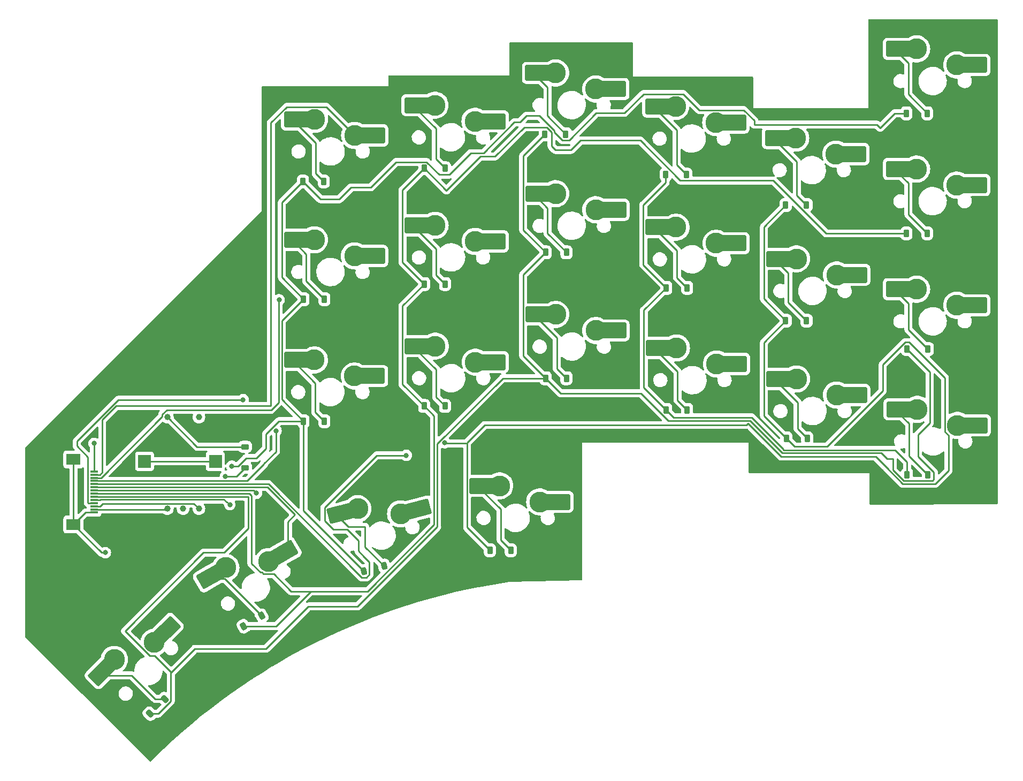
<source format=gtl>
G04 #@! TF.GenerationSoftware,KiCad,Pcbnew,7.0.10-7.0.10~ubuntu23.10.1*
G04 #@! TF.CreationDate,2024-01-07T20:04:01-05:00*
G04 #@! TF.ProjectId,Right PCB,52696768-7420-4504-9342-2e6b69636164,rev?*
G04 #@! TF.SameCoordinates,Original*
G04 #@! TF.FileFunction,Copper,L1,Top*
G04 #@! TF.FilePolarity,Positive*
%FSLAX46Y46*%
G04 Gerber Fmt 4.6, Leading zero omitted, Abs format (unit mm)*
G04 Created by KiCad (PCBNEW 7.0.10-7.0.10~ubuntu23.10.1) date 2024-01-07 20:04:01*
%MOMM*%
%LPD*%
G01*
G04 APERTURE LIST*
G04 Aperture macros list*
%AMRoundRect*
0 Rectangle with rounded corners*
0 $1 Rounding radius*
0 $2 $3 $4 $5 $6 $7 $8 $9 X,Y pos of 4 corners*
0 Add a 4 corners polygon primitive as box body*
4,1,4,$2,$3,$4,$5,$6,$7,$8,$9,$2,$3,0*
0 Add four circle primitives for the rounded corners*
1,1,$1+$1,$2,$3*
1,1,$1+$1,$4,$5*
1,1,$1+$1,$6,$7*
1,1,$1+$1,$8,$9*
0 Add four rect primitives between the rounded corners*
20,1,$1+$1,$2,$3,$4,$5,0*
20,1,$1+$1,$4,$5,$6,$7,0*
20,1,$1+$1,$6,$7,$8,$9,0*
20,1,$1+$1,$8,$9,$2,$3,0*%
%AMRotRect*
0 Rectangle, with rotation*
0 The origin of the aperture is its center*
0 $1 length*
0 $2 width*
0 $3 Rotation angle, in degrees counterclockwise*
0 Add horizontal line*
21,1,$1,$2,0,0,$3*%
G04 Aperture macros list end*
G04 #@! TA.AperFunction,SMDPad,CuDef*
%ADD10RoundRect,0.225000X0.375000X-0.225000X0.375000X0.225000X-0.375000X0.225000X-0.375000X-0.225000X0*%
G04 #@! TD*
G04 #@! TA.AperFunction,ComponentPad*
%ADD11C,3.300000*%
G04 #@! TD*
G04 #@! TA.AperFunction,SMDPad,CuDef*
%ADD12R,1.650000X2.500000*%
G04 #@! TD*
G04 #@! TA.AperFunction,SMDPad,CuDef*
%ADD13RoundRect,0.250000X-1.025000X-1.000000X1.025000X-1.000000X1.025000X1.000000X-1.025000X1.000000X0*%
G04 #@! TD*
G04 #@! TA.AperFunction,SMDPad,CuDef*
%ADD14RoundRect,0.225000X-0.225000X-0.375000X0.225000X-0.375000X0.225000X0.375000X-0.225000X0.375000X0*%
G04 #@! TD*
G04 #@! TA.AperFunction,SMDPad,CuDef*
%ADD15RoundRect,0.225000X-0.120276X-0.420456X0.314390X-0.303988X0.120276X0.420456X-0.314390X0.303988X0*%
G04 #@! TD*
G04 #@! TA.AperFunction,ComponentPad*
%ADD16C,1.000000*%
G04 #@! TD*
G04 #@! TA.AperFunction,ComponentPad*
%ADD17R,2.000000X2.100000*%
G04 #@! TD*
G04 #@! TA.AperFunction,SMDPad,CuDef*
%ADD18RoundRect,0.225000X0.106066X-0.424264X0.424264X-0.106066X-0.106066X0.424264X-0.424264X0.106066X0*%
G04 #@! TD*
G04 #@! TA.AperFunction,SMDPad,CuDef*
%ADD19RotRect,1.650000X2.500000X195.000000*%
G04 #@! TD*
G04 #@! TA.AperFunction,SMDPad,CuDef*
%ADD20RoundRect,0.250000X-0.731255X-1.231215X1.248893X-0.700636X0.731255X1.231215X-1.248893X0.700636X0*%
G04 #@! TD*
G04 #@! TA.AperFunction,SMDPad,CuDef*
%ADD21RotRect,1.650000X2.500000X15.000000*%
G04 #@! TD*
G04 #@! TA.AperFunction,SMDPad,CuDef*
%ADD22RoundRect,0.225000X-0.007356X-0.437260X0.382356X-0.212260X0.007356X0.437260X-0.382356X0.212260X0*%
G04 #@! TD*
G04 #@! TA.AperFunction,SMDPad,CuDef*
%ADD23RotRect,1.650000X2.500000X210.000000*%
G04 #@! TD*
G04 #@! TA.AperFunction,SMDPad,CuDef*
%ADD24RoundRect,0.250000X-0.387676X-1.378525X1.387676X-0.353525X0.387676X1.378525X-1.387676X0.353525X0*%
G04 #@! TD*
G04 #@! TA.AperFunction,SMDPad,CuDef*
%ADD25RotRect,1.650000X2.500000X30.000000*%
G04 #@! TD*
G04 #@! TA.AperFunction,SMDPad,CuDef*
%ADD26R,1.300000X0.300000*%
G04 #@! TD*
G04 #@! TA.AperFunction,SMDPad,CuDef*
%ADD27R,2.200000X1.800000*%
G04 #@! TD*
G04 #@! TA.AperFunction,SMDPad,CuDef*
%ADD28RotRect,1.650000X2.500000X225.000000*%
G04 #@! TD*
G04 #@! TA.AperFunction,SMDPad,CuDef*
%ADD29RoundRect,0.250000X-0.017678X-1.431891X1.431891X0.017678X0.017678X1.431891X-1.431891X-0.017678X0*%
G04 #@! TD*
G04 #@! TA.AperFunction,SMDPad,CuDef*
%ADD30RotRect,1.650000X2.500000X45.000000*%
G04 #@! TD*
G04 #@! TA.AperFunction,ViaPad*
%ADD31C,0.800000*%
G04 #@! TD*
G04 #@! TA.AperFunction,Conductor*
%ADD32C,0.250000*%
G04 #@! TD*
G04 APERTURE END LIST*
D10*
X74000000Y-107550000D03*
X74000000Y-110850000D03*
D11*
X110390000Y-56060000D03*
D12*
X112215000Y-56060000D03*
D13*
X113940000Y-56060000D03*
X100490000Y-53520000D03*
D12*
X102240000Y-53520000D03*
D11*
X104040000Y-53520000D03*
X167610000Y-99360000D03*
D12*
X169435000Y-99360000D03*
D13*
X171160000Y-99360000D03*
X157710000Y-96820000D03*
D12*
X159460000Y-96820000D03*
D11*
X161260000Y-96820000D03*
D14*
X159650000Y-106200000D03*
X162950000Y-106200000D03*
D11*
X129490000Y-50960000D03*
D12*
X131315000Y-50960000D03*
D13*
X133040000Y-50960000D03*
X119590000Y-48420000D03*
D12*
X121340000Y-48420000D03*
D11*
X123140000Y-48420000D03*
D14*
X121550000Y-76800000D03*
X124850000Y-76800000D03*
D15*
X92806222Y-127227051D03*
X95993778Y-126372949D03*
D11*
X186610000Y-47160000D03*
D12*
X188435000Y-47160000D03*
D13*
X190160000Y-47160000D03*
X176710000Y-44620000D03*
D12*
X178460000Y-44620000D03*
D11*
X180260000Y-44620000D03*
X120630000Y-116260000D03*
D12*
X122455000Y-116260000D03*
D13*
X124180000Y-116260000D03*
X110730000Y-113720000D03*
D12*
X112480000Y-113720000D03*
D11*
X114280000Y-113720000D03*
D14*
X140650000Y-101700000D03*
X143950000Y-101700000D03*
D11*
X186710000Y-104160000D03*
D12*
X188535000Y-104160000D03*
D13*
X190260000Y-104160000D03*
X176810000Y-101620000D03*
D12*
X178560000Y-101620000D03*
D11*
X180360000Y-101620000D03*
D14*
X102350000Y-101100000D03*
X105650000Y-101100000D03*
D11*
X186610000Y-85160000D03*
D12*
X188435000Y-85160000D03*
D13*
X190160000Y-85160000D03*
X176710000Y-82620000D03*
D12*
X178460000Y-82620000D03*
D11*
X180260000Y-82620000D03*
D16*
X61700000Y-117350000D03*
X66700000Y-117350000D03*
X64200000Y-117350000D03*
D17*
X58100000Y-109850000D03*
X69300000Y-109850000D03*
D16*
X61700000Y-102850000D03*
X66700000Y-102850000D03*
D11*
X148490000Y-56260000D03*
D12*
X150315000Y-56260000D03*
D13*
X152040000Y-56260000D03*
X138590000Y-53720000D03*
D12*
X140340000Y-53720000D03*
D11*
X142140000Y-53720000D03*
D14*
X178650000Y-54800000D03*
X181950000Y-54800000D03*
X159550000Y-87600000D03*
X162850000Y-87600000D03*
X112750000Y-123900000D03*
X116050000Y-123900000D03*
D11*
X91330000Y-77360000D03*
D12*
X93155000Y-77360000D03*
D13*
X94880000Y-77360000D03*
X81430000Y-74820000D03*
D12*
X83180000Y-74820000D03*
D11*
X84980000Y-74820000D03*
D14*
X178750000Y-112000000D03*
X182050000Y-112000000D03*
D11*
X91350000Y-58300000D03*
D12*
X93175000Y-58300000D03*
D13*
X94900000Y-58300000D03*
X81450000Y-55760000D03*
D12*
X83200000Y-55760000D03*
D11*
X85000000Y-55760000D03*
D18*
X58933274Y-149766726D03*
X61266726Y-147433274D03*
D11*
X98622777Y-118160448D03*
D19*
X100385592Y-117688103D03*
D20*
X102051814Y-117241640D03*
X88402711Y-118269305D03*
D21*
X90093081Y-117816371D03*
D11*
X91831748Y-117350497D03*
X129510000Y-70060000D03*
D12*
X131335000Y-70060000D03*
D13*
X133060000Y-70060000D03*
X119610000Y-67520000D03*
D12*
X121360000Y-67520000D03*
D11*
X123160000Y-67520000D03*
D14*
X140650000Y-82400000D03*
X143950000Y-82400000D03*
D11*
X110430000Y-94160000D03*
D12*
X112255000Y-94160000D03*
D13*
X113980000Y-94160000D03*
X100530000Y-91620000D03*
D12*
X102280000Y-91620000D03*
D11*
X104080000Y-91620000D03*
D14*
X83250000Y-103500000D03*
X86550000Y-103500000D03*
X140550000Y-64500000D03*
X143850000Y-64500000D03*
X83150000Y-65600000D03*
X86450000Y-65600000D03*
D11*
X148530000Y-75360000D03*
D12*
X150355000Y-75360000D03*
D13*
X152080000Y-75360000D03*
X138630000Y-72820000D03*
D12*
X140380000Y-72820000D03*
D11*
X142180000Y-72820000D03*
D14*
X178650000Y-73800000D03*
X181950000Y-73800000D03*
D22*
X73771058Y-135925000D03*
X76628942Y-134275000D03*
D11*
X186610000Y-66160000D03*
D12*
X188435000Y-66160000D03*
D13*
X190160000Y-66160000D03*
X176710000Y-63620000D03*
D12*
X178460000Y-63620000D03*
D11*
X180260000Y-63620000D03*
D14*
X102350000Y-81800000D03*
X105650000Y-81800000D03*
D11*
X129510000Y-89160000D03*
D12*
X131335000Y-89160000D03*
D13*
X133060000Y-89160000D03*
X119610000Y-86620000D03*
D12*
X121360000Y-86620000D03*
D11*
X123160000Y-86620000D03*
X148610000Y-94460000D03*
D12*
X150435000Y-94460000D03*
D13*
X152160000Y-94460000D03*
X138710000Y-91920000D03*
D12*
X140460000Y-91920000D03*
D11*
X142260000Y-91920000D03*
D14*
X102350000Y-63500000D03*
X105650000Y-63500000D03*
X178750000Y-92100000D03*
X182050000Y-92100000D03*
D11*
X91310000Y-96360000D03*
D12*
X93135000Y-96360000D03*
D13*
X94860000Y-96360000D03*
X81410000Y-93820000D03*
D12*
X83160000Y-93820000D03*
D11*
X84960000Y-93820000D03*
D14*
X121450000Y-58100000D03*
X124750000Y-58100000D03*
D11*
X110410000Y-75060000D03*
D12*
X112235000Y-75060000D03*
D13*
X113960000Y-75060000D03*
X100510000Y-72520000D03*
D12*
X102260000Y-72520000D03*
D11*
X104060000Y-72520000D03*
X167610000Y-80360000D03*
D12*
X169435000Y-80360000D03*
D13*
X171160000Y-80360000D03*
X157710000Y-77820000D03*
D12*
X159460000Y-77820000D03*
D11*
X161260000Y-77820000D03*
X77729557Y-125695295D03*
D23*
X79310053Y-124782795D03*
D24*
X80803947Y-123920295D03*
X67885905Y-128445591D03*
D25*
X69401450Y-127570591D03*
D11*
X70960295Y-126670591D03*
D26*
X50099994Y-111450000D03*
X50099994Y-111950001D03*
X50099994Y-112450000D03*
X50099994Y-112950002D03*
X50099994Y-113450001D03*
X50099994Y-113950000D03*
X50099994Y-114450001D03*
X50099994Y-114950000D03*
X50099994Y-115450002D03*
X50099994Y-115950001D03*
X50099994Y-116450000D03*
X50099994Y-116950002D03*
X50099994Y-117450001D03*
X50099994Y-117950002D03*
D27*
X46849993Y-109550001D03*
X46849993Y-119850001D03*
D14*
X83250000Y-84200000D03*
X86550000Y-84200000D03*
D11*
X59605924Y-138501974D03*
D28*
X60896393Y-137211504D03*
D29*
X62116153Y-135991745D03*
X50809515Y-143706280D03*
D30*
X52046952Y-142468843D03*
D11*
X53319744Y-141196051D03*
X167490000Y-61260000D03*
D12*
X169315000Y-61260000D03*
D13*
X171040000Y-61260000D03*
X157590000Y-58720000D03*
D12*
X159340000Y-58720000D03*
D11*
X161140000Y-58720000D03*
D14*
X121550000Y-96700000D03*
X124850000Y-96700000D03*
X159550000Y-69300000D03*
X162850000Y-69300000D03*
D31*
X50100000Y-107000000D03*
X51900000Y-124300000D03*
X105600000Y-106900000D03*
X73700000Y-100100000D03*
X70900000Y-112200000D03*
X71600000Y-116700000D03*
X71900000Y-110600000D03*
X75800000Y-114900000D03*
X99500000Y-108900000D03*
X78900000Y-105000000D03*
X79400000Y-84300000D03*
D32*
X58100000Y-109850000D02*
X69300000Y-109850000D01*
X50099994Y-107000006D02*
X50100000Y-107000000D01*
X50099994Y-111450000D02*
X50099994Y-107000006D01*
X50099994Y-116450000D02*
X49149993Y-116450000D01*
X49149993Y-116450000D02*
X49124994Y-116425001D01*
X53963604Y-100100000D02*
X73700000Y-100100000D01*
X49124994Y-116425001D02*
X49124994Y-109175002D01*
X49124994Y-109175002D02*
X47381802Y-107431810D01*
X47381802Y-107431810D02*
X47381802Y-106681802D01*
X47381802Y-106681802D02*
X53963604Y-100100000D01*
X62245398Y-147762752D02*
X62245398Y-143300000D01*
X62245398Y-143300000D02*
X62245398Y-143179471D01*
X121550000Y-96700000D02*
X114774695Y-96700000D01*
X114774695Y-96700000D02*
X104400000Y-107074695D01*
X77300000Y-139500000D02*
X66045398Y-139500000D01*
X104400000Y-107074695D02*
X104400000Y-120200000D01*
X66045398Y-139500000D02*
X62245398Y-143300000D01*
X104400000Y-120200000D02*
X91800000Y-132800000D01*
X91800000Y-132800000D02*
X84000000Y-132800000D01*
X84000000Y-132800000D02*
X77300000Y-139500000D01*
X51299992Y-124300000D02*
X51900000Y-124300000D01*
X46849993Y-119850001D02*
X51299992Y-124300000D01*
X46849993Y-119850001D02*
X46849993Y-109550001D01*
X50099994Y-117950002D02*
X48749992Y-117950002D01*
X48749992Y-117950002D02*
X46849993Y-119850001D01*
X50099994Y-117450001D02*
X61599999Y-117450001D01*
X61599999Y-117450001D02*
X61700000Y-117350000D01*
X50099994Y-116950002D02*
X51049992Y-116950002D01*
X51049992Y-116950002D02*
X51474994Y-116525000D01*
X51474994Y-116525000D02*
X65875000Y-116525000D01*
X65875000Y-116525000D02*
X66700000Y-117350000D01*
X109130000Y-107000000D02*
X109130000Y-120280000D01*
X109130000Y-106870000D02*
X109130000Y-107000000D01*
X109130000Y-107000000D02*
X105700000Y-107000000D01*
X105700000Y-107000000D02*
X105600000Y-106900000D01*
X74000000Y-110850000D02*
X72650000Y-112200000D01*
X72650000Y-112200000D02*
X70900000Y-112200000D01*
X71600000Y-116700000D02*
X71400000Y-116700000D01*
X70600000Y-115900000D02*
X71600000Y-116700000D01*
X50099994Y-115950001D02*
X51049995Y-115950001D01*
X51049995Y-115950001D02*
X51099996Y-115900000D01*
X51099996Y-115900000D02*
X70600000Y-115900000D01*
X74513606Y-120486394D02*
X70700000Y-124300000D01*
X67400000Y-124300000D02*
X55005439Y-136694561D01*
X74513606Y-115450002D02*
X74513606Y-120486394D01*
X50099994Y-115450002D02*
X74513606Y-115450002D01*
X58910878Y-140600000D02*
X55005439Y-136694561D01*
X70700000Y-124300000D02*
X67400000Y-124300000D01*
X74650000Y-114950000D02*
X75000000Y-115300000D01*
X84400000Y-130400000D02*
X84500000Y-130400000D01*
X76672290Y-127431100D02*
X76911485Y-127670295D01*
X50099994Y-114950000D02*
X74650000Y-114950000D01*
X84500000Y-130400000D02*
X93366381Y-130400000D01*
X78570295Y-127670295D02*
X81300000Y-130400000D01*
X75000000Y-115300000D02*
X75000000Y-126000000D01*
X81300000Y-130400000D02*
X84500000Y-130400000D01*
X75000000Y-126000000D02*
X76431100Y-127431100D01*
X76431100Y-127431100D02*
X76672290Y-127431100D01*
X76911485Y-127670295D02*
X78570295Y-127670295D01*
X74132974Y-109332974D02*
X72865948Y-110600000D01*
X77300000Y-107800000D02*
X75767026Y-109332974D01*
X75767026Y-109332974D02*
X74132974Y-109332974D01*
X77300000Y-105574695D02*
X77300000Y-107800000D01*
X79374695Y-103500000D02*
X77300000Y-105574695D01*
X83250000Y-103500000D02*
X79374695Y-103500000D01*
X72865948Y-110600000D02*
X71900000Y-110600000D01*
X75350001Y-114450001D02*
X75800000Y-114900000D01*
X50099994Y-114450001D02*
X75350001Y-114450001D01*
X50099994Y-113950000D02*
X51049993Y-113950000D01*
X51049993Y-113950000D02*
X51099992Y-113900001D01*
X51099992Y-113900001D02*
X77520768Y-113900001D01*
X77520768Y-113900001D02*
X81910384Y-118289617D01*
X81910384Y-118289617D02*
X80803947Y-119396054D01*
X80803947Y-119396054D02*
X80803947Y-123920295D01*
X99500000Y-108900000D02*
X99600000Y-108900000D01*
X86576101Y-117123899D02*
X94800000Y-108900000D01*
X86576101Y-119276101D02*
X86576101Y-117123899D01*
X94800000Y-108900000D02*
X99500000Y-108900000D01*
X87950000Y-120650000D02*
X86576101Y-119276101D01*
X90196063Y-120650000D02*
X87950000Y-120650000D01*
X91943097Y-122397034D02*
X90196063Y-120650000D01*
X91943097Y-124043097D02*
X91943097Y-122397034D01*
X92800000Y-124900000D02*
X91943097Y-124043097D01*
X90333406Y-120200000D02*
X93000000Y-120200000D01*
X88402711Y-118269305D02*
X90333406Y-120200000D01*
X93000000Y-120200000D02*
X93000000Y-123379171D01*
X93000000Y-123379171D02*
X95993778Y-126372949D01*
X93673058Y-125773058D02*
X92800000Y-124900000D01*
X93673058Y-127759869D02*
X93673058Y-125773058D01*
X93232974Y-128199953D02*
X93673058Y-127759869D01*
X92457116Y-128199953D02*
X93232974Y-128199953D01*
X77707164Y-113450001D02*
X92457116Y-128199953D01*
X50099994Y-113450001D02*
X77707164Y-113450001D01*
X78900000Y-105000000D02*
X78900000Y-104900000D01*
X78900000Y-108300000D02*
X78900000Y-105000000D01*
X77000000Y-110200000D02*
X78900000Y-108300000D01*
X50099994Y-112950002D02*
X74349998Y-112950002D01*
X74349998Y-112950002D02*
X77000000Y-110300000D01*
X77000000Y-110300000D02*
X77000000Y-110200000D01*
X74000000Y-107550000D02*
X66400000Y-107550000D01*
X66400000Y-107550000D02*
X61700000Y-102850000D01*
X79600000Y-84300000D02*
X79500000Y-84400000D01*
X79400000Y-84300000D02*
X79600000Y-84300000D01*
X79400000Y-84500000D02*
X79400000Y-84300000D01*
X79300000Y-84600000D02*
X79400000Y-84500000D01*
X79300000Y-100536396D02*
X79300000Y-84600000D01*
X78136396Y-101700000D02*
X79300000Y-100536396D01*
X61600000Y-101700000D02*
X78136396Y-101700000D01*
X60875000Y-102425000D02*
X61600000Y-101700000D01*
X51186390Y-112450000D02*
X60875000Y-102761390D01*
X60875000Y-102761390D02*
X60875000Y-102425000D01*
X50099994Y-112450000D02*
X51186390Y-112450000D01*
X50099994Y-111950001D02*
X51049993Y-111950001D01*
X51049993Y-111950001D02*
X51400000Y-111599994D01*
X51400000Y-111599994D02*
X51400000Y-103300000D01*
X53600000Y-101100000D02*
X78100000Y-101100000D01*
X51400000Y-103300000D02*
X53600000Y-101100000D01*
X78100000Y-101100000D02*
X78100000Y-56264900D01*
X78100000Y-56264900D02*
X80579900Y-53785000D01*
X80579900Y-53785000D02*
X86835000Y-53785000D01*
X86835000Y-53785000D02*
X91350000Y-58300000D01*
X59665927Y-140600000D02*
X58910878Y-140600000D01*
X62245398Y-143179471D02*
X59665927Y-140600000D01*
X60241424Y-149766726D02*
X62245398Y-147762752D01*
X58933274Y-149766726D02*
X60241424Y-149766726D01*
X78875000Y-135925000D02*
X84400000Y-130400000D01*
X73771058Y-135925000D02*
X78875000Y-135925000D01*
X93366381Y-130400000D02*
X103878424Y-119887957D01*
X103878424Y-119887957D02*
X103878424Y-102628424D01*
X103878424Y-102628424D02*
X102350000Y-101100000D01*
X92806222Y-127227051D02*
X83250000Y-117670829D01*
X83250000Y-117670829D02*
X83250000Y-103500000D01*
X159650000Y-106200000D02*
X160950000Y-107500000D01*
X179100000Y-91000000D02*
X184735000Y-96635000D01*
X185300000Y-105749869D02*
X185300000Y-111300000D01*
X160950000Y-107500000D02*
X166100000Y-107500000D01*
X184735000Y-105184869D02*
X185300000Y-105749869D01*
X166100000Y-107500000D02*
X174900000Y-98700000D01*
X174900000Y-98700000D02*
X174900000Y-94565948D01*
X111900000Y-104100000D02*
X109130000Y-106870000D01*
X174900000Y-94565948D02*
X178465948Y-91000000D01*
X178465948Y-91000000D02*
X179100000Y-91000000D01*
X109130000Y-120280000D02*
X112750000Y-123900000D01*
X184735000Y-96635000D02*
X184735000Y-105184869D01*
X185300000Y-111300000D02*
X183200000Y-113400000D01*
X183200000Y-113400000D02*
X178063604Y-113400000D01*
X178063604Y-113400000D02*
X175500000Y-110836396D01*
X175500000Y-110836396D02*
X175500000Y-110800000D01*
X175500000Y-110800000D02*
X173800000Y-109100000D01*
X173800000Y-109100000D02*
X158850000Y-109100000D01*
X158850000Y-109100000D02*
X153600000Y-103850000D01*
X153600000Y-103850000D02*
X153350000Y-104100000D01*
X153350000Y-104100000D02*
X111900000Y-104100000D01*
X140650000Y-101700000D02*
X141850000Y-102900000D01*
X159200000Y-107900000D02*
X159200000Y-108050000D01*
X176850000Y-108050000D02*
X178750000Y-109950000D01*
X141850000Y-102900000D02*
X154200000Y-102900000D01*
X154200000Y-102900000D02*
X159200000Y-107900000D01*
X159200000Y-108050000D02*
X176850000Y-108050000D01*
X178750000Y-109950000D02*
X178750000Y-112000000D01*
X176500000Y-111200000D02*
X176500000Y-109400000D01*
X180500000Y-109065948D02*
X183000000Y-111565948D01*
X178225000Y-112925000D02*
X176500000Y-111200000D01*
X174700000Y-108500000D02*
X159000000Y-108500000D01*
X183000000Y-112700000D02*
X182775000Y-112925000D01*
X182775000Y-112925000D02*
X178225000Y-112925000D01*
X159000000Y-108500000D02*
X153900000Y-103400000D01*
X175600000Y-109400000D02*
X174700000Y-108500000D01*
X183000000Y-111565948D02*
X183000000Y-112700000D01*
X178750000Y-92100000D02*
X182335000Y-95685000D01*
X180500000Y-105600000D02*
X180500000Y-109065948D01*
X182335000Y-103765000D02*
X180500000Y-105600000D01*
X176500000Y-109400000D02*
X175600000Y-109400000D01*
X182335000Y-95685000D02*
X182335000Y-103765000D01*
X153900000Y-103400000D02*
X140965948Y-103400000D01*
X140965948Y-103400000D02*
X136665948Y-99100000D01*
X136665948Y-99100000D02*
X123950000Y-99100000D01*
X123950000Y-99100000D02*
X121550000Y-96700000D01*
X118500000Y-55200000D02*
X117477450Y-56222550D01*
X117477450Y-56222550D02*
X116622550Y-56222550D01*
X120570448Y-55200000D02*
X118500000Y-55200000D01*
X116622550Y-56222550D02*
X111745100Y-61100000D01*
X111745100Y-61100000D02*
X109700000Y-61100000D01*
X85950000Y-68400000D02*
X83150000Y-65600000D01*
X109700000Y-61100000D02*
X106300000Y-64500000D01*
X106300000Y-64500000D02*
X104734052Y-64500000D01*
X104734052Y-64500000D02*
X102734052Y-62500000D01*
X102734052Y-62500000D02*
X97900000Y-62500000D01*
X97900000Y-62500000D02*
X93875000Y-66525000D01*
X93875000Y-66525000D02*
X90775000Y-66525000D01*
X90775000Y-66525000D02*
X88900000Y-68400000D01*
X88900000Y-68400000D02*
X85950000Y-68400000D01*
X113577450Y-61622550D02*
X111222550Y-61622550D01*
X121734052Y-57000000D02*
X118200000Y-57000000D01*
X122500000Y-57765948D02*
X121734052Y-57000000D01*
X123100000Y-60600000D02*
X122500000Y-60000000D01*
X157590948Y-65425000D02*
X142859052Y-65425000D01*
X122500000Y-60000000D02*
X122500000Y-57765948D01*
X136534052Y-59100000D02*
X127100000Y-59100000D01*
X125600000Y-60600000D02*
X123100000Y-60600000D01*
X127100000Y-59100000D02*
X125600000Y-60600000D01*
X178650000Y-73800000D02*
X165965948Y-73800000D01*
X142859052Y-65425000D02*
X136534052Y-59100000D01*
X165965948Y-73800000D02*
X157590948Y-65425000D01*
X118200000Y-57000000D02*
X113577450Y-61622550D01*
X111222550Y-61622550D02*
X105900000Y-66945100D01*
X105900000Y-66945100D02*
X105900000Y-67000000D01*
X105900000Y-67000000D02*
X105850000Y-67000000D01*
X105850000Y-67000000D02*
X102350000Y-63500000D01*
X122950000Y-57800000D02*
X122950000Y-57579552D01*
X124175000Y-59025000D02*
X122950000Y-57800000D01*
X125275000Y-59025000D02*
X124175000Y-59025000D01*
X129550000Y-54750000D02*
X125275000Y-59025000D01*
X134050000Y-54750000D02*
X129550000Y-54750000D01*
X122950000Y-57579552D02*
X120570448Y-55200000D01*
X137055000Y-51745000D02*
X134050000Y-54750000D01*
X137055000Y-51745000D02*
X136900000Y-51900000D01*
X143345000Y-51745000D02*
X137055000Y-51745000D01*
X145900000Y-54300000D02*
X143345000Y-51745000D01*
X174000000Y-56600000D02*
X154600000Y-56600000D01*
X154600000Y-55974900D02*
X152910100Y-54285000D01*
X174500000Y-57100000D02*
X174000000Y-56600000D01*
X178650000Y-54800000D02*
X176800000Y-54800000D01*
X152910100Y-54285000D02*
X145915000Y-54285000D01*
X176800000Y-54800000D02*
X174500000Y-57100000D01*
X154600000Y-56600000D02*
X154600000Y-55974900D01*
X145915000Y-54285000D02*
X145900000Y-54300000D01*
X159550000Y-87600000D02*
X156110000Y-91040000D01*
X156110000Y-91040000D02*
X156110000Y-102660000D01*
X156110000Y-102660000D02*
X159650000Y-106200000D01*
X159550000Y-69300000D02*
X156110000Y-72740000D01*
X156110000Y-72740000D02*
X156110000Y-84160000D01*
X156110000Y-84160000D02*
X159550000Y-87600000D01*
X140650000Y-82400000D02*
X137110000Y-85940000D01*
X137110000Y-85940000D02*
X137110000Y-98160000D01*
X137110000Y-98160000D02*
X140650000Y-101700000D01*
X140550000Y-64500000D02*
X140550000Y-65750000D01*
X140550000Y-65750000D02*
X137030000Y-69270000D01*
X137030000Y-69270000D02*
X137030000Y-78780000D01*
X137030000Y-78780000D02*
X140650000Y-82400000D01*
X121550000Y-76800000D02*
X118010000Y-80340000D01*
X118010000Y-80340000D02*
X118010000Y-93160000D01*
X118010000Y-93160000D02*
X121550000Y-96700000D01*
X121450000Y-58100000D02*
X118010000Y-61540000D01*
X118010000Y-61540000D02*
X118010000Y-73260000D01*
X118010000Y-73260000D02*
X121550000Y-76800000D01*
X102350000Y-81800000D02*
X98930000Y-85220000D01*
X98930000Y-85220000D02*
X98930000Y-97680000D01*
X98930000Y-97680000D02*
X102350000Y-101100000D01*
X102350000Y-63500000D02*
X98910000Y-66940000D01*
X98910000Y-66940000D02*
X98910000Y-78360000D01*
X98910000Y-78360000D02*
X102350000Y-81800000D01*
X83250000Y-84200000D02*
X79810000Y-87640000D01*
X79810000Y-87640000D02*
X79810000Y-100060000D01*
X79810000Y-100060000D02*
X83250000Y-103500000D01*
X83150000Y-65600000D02*
X79830000Y-68920000D01*
X79830000Y-68920000D02*
X79830000Y-80780000D01*
X79830000Y-80780000D02*
X83250000Y-84200000D01*
X85171100Y-64321100D02*
X86450000Y-65600000D01*
X81450000Y-55760000D02*
X85171100Y-59481100D01*
X85171100Y-59481100D02*
X85171100Y-64321100D01*
X104211100Y-62061100D02*
X105650000Y-63500000D01*
X100490000Y-53520000D02*
X104211100Y-57241100D01*
X104211100Y-57241100D02*
X104211100Y-62061100D01*
X119590000Y-48420000D02*
X121850000Y-50680000D01*
X121850000Y-50680000D02*
X121850000Y-55200000D01*
X121850000Y-55200000D02*
X124750000Y-58100000D01*
X142311100Y-62961100D02*
X143850000Y-64500000D01*
X142311100Y-57441100D02*
X142311100Y-62961100D01*
X138590000Y-53720000D02*
X142311100Y-57441100D01*
X161311100Y-62441100D02*
X161311100Y-67761100D01*
X157590000Y-58720000D02*
X161311100Y-62441100D01*
X161311100Y-67761100D02*
X162850000Y-69300000D01*
X83690000Y-81340000D02*
X86550000Y-84200000D01*
X81430000Y-74820000D02*
X83690000Y-77080000D01*
X83690000Y-77080000D02*
X83690000Y-81340000D01*
X100510000Y-72520000D02*
X104231100Y-76241100D01*
X104231100Y-80381100D02*
X105650000Y-81800000D01*
X104231100Y-76241100D02*
X104231100Y-80381100D01*
X121870000Y-69780000D02*
X121870000Y-73820000D01*
X121870000Y-73820000D02*
X124850000Y-76800000D01*
X119610000Y-67520000D02*
X121870000Y-69780000D01*
X142351100Y-76541100D02*
X142351100Y-80801100D01*
X142351100Y-80801100D02*
X143950000Y-82400000D01*
X138630000Y-72820000D02*
X142351100Y-76541100D01*
X157710000Y-77820000D02*
X159970000Y-80080000D01*
X159970000Y-84720000D02*
X162850000Y-87600000D01*
X159970000Y-80080000D02*
X159970000Y-84720000D01*
X85131100Y-102081100D02*
X86550000Y-103500000D01*
X81410000Y-93820000D02*
X85131100Y-97541100D01*
X85131100Y-97541100D02*
X85131100Y-102081100D01*
X100530000Y-91620000D02*
X104251100Y-95341100D01*
X104251100Y-95341100D02*
X104251100Y-99701100D01*
X104251100Y-99701100D02*
X105650000Y-101100000D01*
X123331100Y-90341100D02*
X123331100Y-95181100D01*
X119610000Y-86620000D02*
X123331100Y-90341100D01*
X123331100Y-95181100D02*
X124850000Y-96700000D01*
X142431100Y-100181100D02*
X143950000Y-101700000D01*
X142431100Y-95641100D02*
X142431100Y-100181100D01*
X138710000Y-91920000D02*
X142431100Y-95641100D01*
X157710000Y-96820000D02*
X161431100Y-100541100D01*
X161431100Y-100541100D02*
X161431100Y-104681100D01*
X161431100Y-104681100D02*
X162950000Y-106200000D01*
X178970000Y-46880000D02*
X178970000Y-51820000D01*
X178970000Y-51820000D02*
X181950000Y-54800000D01*
X176710000Y-44620000D02*
X178970000Y-46880000D01*
X178970000Y-70820000D02*
X181950000Y-73800000D01*
X178970000Y-65880000D02*
X178970000Y-70820000D01*
X176710000Y-63620000D02*
X178970000Y-65880000D01*
X176710000Y-82620000D02*
X178970000Y-84880000D01*
X178970000Y-89020000D02*
X182050000Y-92100000D01*
X178970000Y-84880000D02*
X178970000Y-89020000D01*
X179070000Y-103880000D02*
X179070000Y-109020000D01*
X176810000Y-101620000D02*
X179070000Y-103880000D01*
X179070000Y-109020000D02*
X182050000Y-112000000D01*
X110730000Y-113720000D02*
X114451100Y-117441100D01*
X114451100Y-122301100D02*
X116050000Y-123900000D01*
X114451100Y-117441100D02*
X114451100Y-122301100D01*
X95993778Y-125860372D02*
X95993778Y-126372949D01*
X67885905Y-128445591D02*
X70799533Y-128445591D01*
X70799533Y-128445591D02*
X76628942Y-134275000D01*
X50809515Y-143706280D02*
X56071945Y-143706280D01*
X59798939Y-147433274D02*
X61266726Y-147433274D01*
X56071945Y-143706280D02*
X59798939Y-147433274D01*
G04 #@! TA.AperFunction,NonConductor*
G36*
X193042539Y-39920185D02*
G01*
X193088294Y-39972989D01*
X193099500Y-40024500D01*
X193099500Y-116476111D01*
X193079815Y-116543150D01*
X193027011Y-116588905D01*
X192976111Y-116600109D01*
X172925111Y-116698883D01*
X172857975Y-116679529D01*
X172811961Y-116626951D01*
X172800500Y-116574885D01*
X172800500Y-111724759D01*
X172800528Y-111724616D01*
X172800524Y-111724616D01*
X172800539Y-111700002D01*
X172800541Y-111700000D01*
X172800462Y-111699808D01*
X172800384Y-111699618D01*
X172800380Y-111699614D01*
X172800194Y-111699538D01*
X172800002Y-111699459D01*
X172775446Y-111699459D01*
X172775240Y-111699500D01*
X153824500Y-111699500D01*
X153757461Y-111679815D01*
X153711706Y-111627011D01*
X153700500Y-111575500D01*
X153700500Y-106924759D01*
X153700528Y-106924616D01*
X153700524Y-106924616D01*
X153700539Y-106900002D01*
X153700541Y-106900000D01*
X153700462Y-106899808D01*
X153700384Y-106899618D01*
X153700380Y-106899614D01*
X153700194Y-106899538D01*
X153700002Y-106899459D01*
X153675446Y-106899459D01*
X153675240Y-106899500D01*
X127324760Y-106899500D01*
X127324554Y-106899459D01*
X127299998Y-106899459D01*
X127299807Y-106899538D01*
X127299619Y-106899615D01*
X127299615Y-106899618D01*
X127299459Y-106899999D01*
X127299476Y-106924616D01*
X127299471Y-106924616D01*
X127299500Y-106924759D01*
X127299500Y-128577999D01*
X127279815Y-128645038D01*
X127227011Y-128690793D01*
X127178015Y-128701973D01*
X115901495Y-128930703D01*
X115888745Y-128927238D01*
X115865282Y-128930576D01*
X115860772Y-128930955D01*
X115853671Y-128932235D01*
X114887913Y-129071211D01*
X112953173Y-129388172D01*
X111025044Y-129742725D01*
X110869351Y-129774500D01*
X109104093Y-130134766D01*
X109104086Y-130134767D01*
X109104074Y-130134770D01*
X107191149Y-130564126D01*
X105286995Y-131030629D01*
X103392201Y-131534138D01*
X101507612Y-132074424D01*
X99633933Y-132651288D01*
X99633900Y-132651299D01*
X97771766Y-133264543D01*
X97771744Y-133264550D01*
X97771731Y-133264555D01*
X95921914Y-133913926D01*
X94085118Y-134599175D01*
X92261886Y-135320102D01*
X90453123Y-136076351D01*
X88659426Y-136867669D01*
X86881460Y-137693763D01*
X85119889Y-138554326D01*
X83375448Y-139448998D01*
X81648714Y-140377484D01*
X80471282Y-141040471D01*
X79940404Y-141339398D01*
X78307916Y-142300948D01*
X78251117Y-142334403D01*
X76581598Y-143362057D01*
X75475236Y-144073134D01*
X75068400Y-144334614D01*
X74932296Y-144422090D01*
X73304024Y-145513973D01*
X71697272Y-146637382D01*
X70112763Y-147791808D01*
X68550923Y-148976944D01*
X67012530Y-150192198D01*
X65498070Y-151437184D01*
X64008109Y-152711442D01*
X62543266Y-154014437D01*
X61104095Y-155345678D01*
X59691012Y-156704783D01*
X59085925Y-157309858D01*
X59024602Y-157343342D01*
X58954910Y-157338357D01*
X58910564Y-157309857D01*
X48131114Y-146530406D01*
X53986456Y-146530406D01*
X53996683Y-146745105D01*
X54022315Y-146850761D01*
X54047359Y-146953994D01*
X54136650Y-147149514D01*
X54201105Y-147240028D01*
X54261331Y-147324604D01*
X54261336Y-147324610D01*
X54416890Y-147472929D01*
X54416892Y-147472930D01*
X54416893Y-147472931D01*
X54597716Y-147589139D01*
X54797264Y-147669026D01*
X54902794Y-147689365D01*
X55008323Y-147709704D01*
X55008324Y-147709704D01*
X55169408Y-147709704D01*
X55169414Y-147709704D01*
X55329767Y-147694392D01*
X55536005Y-147633835D01*
X55727055Y-147535342D01*
X55896013Y-147402472D01*
X56036772Y-147240028D01*
X56144244Y-147053881D01*
X56214546Y-146850758D01*
X56245135Y-146638001D01*
X56234908Y-146423300D01*
X56184233Y-146214414D01*
X56094942Y-146018894D01*
X55970262Y-145843805D01*
X55970260Y-145843803D01*
X55970255Y-145843797D01*
X55814701Y-145695478D01*
X55633876Y-145579269D01*
X55434326Y-145499381D01*
X55223269Y-145458704D01*
X55223268Y-145458704D01*
X55062178Y-145458704D01*
X54901825Y-145474016D01*
X54901821Y-145474017D01*
X54695589Y-145534572D01*
X54504532Y-145633068D01*
X54335581Y-145765933D01*
X54335578Y-145765937D01*
X54194817Y-145928382D01*
X54087349Y-146114523D01*
X54017047Y-146317646D01*
X54017046Y-146317648D01*
X53986457Y-146530404D01*
X53986456Y-146530406D01*
X48131114Y-146530406D01*
X39236819Y-137636111D01*
X39203334Y-137574788D01*
X39200500Y-137548430D01*
X39200500Y-120797871D01*
X45249493Y-120797871D01*
X45249494Y-120797877D01*
X45255901Y-120857484D01*
X45306195Y-120992329D01*
X45306199Y-120992336D01*
X45392445Y-121107545D01*
X45392448Y-121107548D01*
X45507657Y-121193794D01*
X45507664Y-121193798D01*
X45642510Y-121244092D01*
X45642509Y-121244092D01*
X45649437Y-121244836D01*
X45702120Y-121250501D01*
X47314540Y-121250500D01*
X47381579Y-121270185D01*
X47402221Y-121286819D01*
X50799189Y-124683788D01*
X50809014Y-124696051D01*
X50809235Y-124695869D01*
X50814203Y-124701874D01*
X50814205Y-124701876D01*
X50814206Y-124701877D01*
X50842071Y-124728044D01*
X50863214Y-124747899D01*
X50866013Y-124750612D01*
X50885514Y-124770114D01*
X50885518Y-124770117D01*
X50885521Y-124770120D01*
X50888694Y-124772581D01*
X50897566Y-124780159D01*
X50929410Y-124810062D01*
X50946968Y-124819714D01*
X50963225Y-124830393D01*
X50979056Y-124842673D01*
X51008795Y-124855542D01*
X51019144Y-124860021D01*
X51029633Y-124865160D01*
X51053449Y-124878252D01*
X51067900Y-124886197D01*
X51080515Y-124889435D01*
X51087297Y-124891177D01*
X51105711Y-124897481D01*
X51124096Y-124905438D01*
X51167253Y-124912273D01*
X51178652Y-124914633D01*
X51220973Y-124925500D01*
X51220975Y-124925500D01*
X51224367Y-124926371D01*
X51284405Y-124962110D01*
X51285679Y-124963504D01*
X51294124Y-124972884D01*
X51294130Y-124972889D01*
X51447265Y-125084148D01*
X51447270Y-125084151D01*
X51620192Y-125161142D01*
X51620197Y-125161144D01*
X51805354Y-125200500D01*
X51805355Y-125200500D01*
X51994644Y-125200500D01*
X51994646Y-125200500D01*
X52179803Y-125161144D01*
X52352730Y-125084151D01*
X52505871Y-124972888D01*
X52632533Y-124832216D01*
X52727179Y-124668284D01*
X52785674Y-124488256D01*
X52805460Y-124300000D01*
X52785674Y-124111744D01*
X52727179Y-123931716D01*
X52632533Y-123767784D01*
X52505871Y-123627112D01*
X52505870Y-123627111D01*
X52352734Y-123515851D01*
X52352729Y-123515848D01*
X52179807Y-123438857D01*
X52179802Y-123438855D01*
X52034001Y-123407865D01*
X51994646Y-123399500D01*
X51805354Y-123399500D01*
X51772897Y-123406398D01*
X51620197Y-123438855D01*
X51492714Y-123495615D01*
X51423464Y-123504899D01*
X51360188Y-123475271D01*
X51354598Y-123470016D01*
X48486811Y-120602229D01*
X48453326Y-120540906D01*
X48450492Y-120514548D01*
X48450492Y-119185454D01*
X48470177Y-119118415D01*
X48486811Y-119097773D01*
X48972764Y-118611821D01*
X49034087Y-118578336D01*
X49060445Y-118575502D01*
X49270294Y-118575502D01*
X49313626Y-118583319D01*
X49342511Y-118594093D01*
X49402121Y-118600502D01*
X50797866Y-118600501D01*
X50857477Y-118594093D01*
X50992325Y-118543798D01*
X51107540Y-118457548D01*
X51193790Y-118342333D01*
X51244085Y-118207485D01*
X51246369Y-118186245D01*
X51273107Y-118121694D01*
X51330500Y-118081846D01*
X51369658Y-118075501D01*
X60962561Y-118075501D01*
X61029600Y-118095186D01*
X61041226Y-118103648D01*
X61141460Y-118185909D01*
X61141467Y-118185913D01*
X61315266Y-118278811D01*
X61315269Y-118278811D01*
X61315273Y-118278814D01*
X61503868Y-118336024D01*
X61700000Y-118355341D01*
X61896132Y-118336024D01*
X62084727Y-118278814D01*
X62258538Y-118185910D01*
X62410883Y-118060883D01*
X62535910Y-117908538D01*
X62628814Y-117734727D01*
X62686024Y-117546132D01*
X62705341Y-117350000D01*
X62699102Y-117286653D01*
X62712121Y-117218008D01*
X62760186Y-117167298D01*
X62822505Y-117150500D01*
X63077495Y-117150500D01*
X63144534Y-117170185D01*
X63190289Y-117222989D01*
X63200897Y-117286653D01*
X63198598Y-117310009D01*
X63194659Y-117350000D01*
X63213975Y-117546129D01*
X63213976Y-117546132D01*
X63269344Y-117728656D01*
X63271188Y-117734733D01*
X63364086Y-117908532D01*
X63364090Y-117908539D01*
X63489116Y-118060883D01*
X63641460Y-118185909D01*
X63641467Y-118185913D01*
X63815266Y-118278811D01*
X63815269Y-118278811D01*
X63815273Y-118278814D01*
X64003868Y-118336024D01*
X64200000Y-118355341D01*
X64396132Y-118336024D01*
X64584727Y-118278814D01*
X64758538Y-118185910D01*
X64910883Y-118060883D01*
X65035910Y-117908538D01*
X65128814Y-117734727D01*
X65186024Y-117546132D01*
X65205341Y-117350000D01*
X65199102Y-117286653D01*
X65212121Y-117218008D01*
X65260186Y-117167298D01*
X65322505Y-117150500D01*
X65564548Y-117150500D01*
X65631587Y-117170185D01*
X65652229Y-117186819D01*
X65664015Y-117198605D01*
X65697500Y-117259928D01*
X65699737Y-117298439D01*
X65694659Y-117349999D01*
X65713975Y-117546129D01*
X65713976Y-117546132D01*
X65769344Y-117728656D01*
X65771188Y-117734733D01*
X65864086Y-117908532D01*
X65864090Y-117908539D01*
X65989116Y-118060883D01*
X66141460Y-118185909D01*
X66141467Y-118185913D01*
X66315266Y-118278811D01*
X66315269Y-118278811D01*
X66315273Y-118278814D01*
X66503868Y-118336024D01*
X66700000Y-118355341D01*
X66896132Y-118336024D01*
X67084727Y-118278814D01*
X67258538Y-118185910D01*
X67410883Y-118060883D01*
X67535910Y-117908538D01*
X67628814Y-117734727D01*
X67686024Y-117546132D01*
X67705341Y-117350000D01*
X67686024Y-117153868D01*
X67628814Y-116965273D01*
X67628811Y-116965269D01*
X67628811Y-116965266D01*
X67535913Y-116791467D01*
X67535911Y-116791465D01*
X67535910Y-116791462D01*
X67517309Y-116768797D01*
X67483964Y-116728165D01*
X67456651Y-116663855D01*
X67468442Y-116594987D01*
X67515594Y-116543427D01*
X67579817Y-116525500D01*
X70337089Y-116525500D01*
X70404128Y-116545185D01*
X70414551Y-116552672D01*
X70662892Y-116751344D01*
X70702944Y-116808594D01*
X70708750Y-116835208D01*
X70714326Y-116888256D01*
X70714327Y-116888259D01*
X70772818Y-117068277D01*
X70772821Y-117068284D01*
X70867467Y-117232216D01*
X70973968Y-117350497D01*
X70994129Y-117372888D01*
X71147265Y-117484148D01*
X71147270Y-117484151D01*
X71320192Y-117561142D01*
X71320197Y-117561144D01*
X71505354Y-117600500D01*
X71505355Y-117600500D01*
X71694644Y-117600500D01*
X71694646Y-117600500D01*
X71879803Y-117561144D01*
X72052730Y-117484151D01*
X72205871Y-117372888D01*
X72332533Y-117232216D01*
X72427179Y-117068284D01*
X72485674Y-116888256D01*
X72505460Y-116700000D01*
X72485674Y-116511744D01*
X72427179Y-116331716D01*
X72386640Y-116261501D01*
X72370168Y-116193601D01*
X72393021Y-116127575D01*
X72447942Y-116084384D01*
X72494028Y-116075502D01*
X73764106Y-116075502D01*
X73831145Y-116095187D01*
X73876900Y-116147991D01*
X73888106Y-116199502D01*
X73888106Y-120175941D01*
X73868421Y-120242980D01*
X73851787Y-120263622D01*
X70477228Y-123638181D01*
X70415905Y-123671666D01*
X70389547Y-123674500D01*
X67482737Y-123674500D01*
X67467120Y-123672776D01*
X67467093Y-123673062D01*
X67459331Y-123672327D01*
X67392144Y-123674439D01*
X67388250Y-123674500D01*
X67360650Y-123674500D01*
X67356962Y-123674965D01*
X67356649Y-123675005D01*
X67345031Y-123675918D01*
X67301373Y-123677290D01*
X67301372Y-123677290D01*
X67282129Y-123682881D01*
X67263079Y-123686825D01*
X67243211Y-123689334D01*
X67243210Y-123689335D01*
X67202600Y-123705413D01*
X67191553Y-123709195D01*
X67149610Y-123721381D01*
X67149609Y-123721382D01*
X67132367Y-123731579D01*
X67114899Y-123740137D01*
X67096269Y-123747513D01*
X67096266Y-123747515D01*
X67060939Y-123773181D01*
X67051180Y-123779592D01*
X67013579Y-123801830D01*
X66999408Y-123816000D01*
X66984623Y-123828628D01*
X66968412Y-123840407D01*
X66940571Y-123874059D01*
X66932711Y-123882696D01*
X54613238Y-136202169D01*
X54595262Y-136217042D01*
X54588501Y-136221636D01*
X54588495Y-136221642D01*
X54551813Y-136263248D01*
X54546490Y-136268918D01*
X54535318Y-136280091D01*
X54525625Y-136292585D01*
X54520670Y-136298574D01*
X54483989Y-136340182D01*
X54483984Y-136340189D01*
X54480274Y-136347471D01*
X54467781Y-136367157D01*
X54462768Y-136373620D01*
X54440736Y-136424532D01*
X54437421Y-136431576D01*
X54412242Y-136480994D01*
X54412239Y-136481002D01*
X54410457Y-136488974D01*
X54403249Y-136511159D01*
X54400000Y-136518666D01*
X54391325Y-136573441D01*
X54389866Y-136581090D01*
X54377765Y-136635227D01*
X54377765Y-136635230D01*
X54378022Y-136643401D01*
X54376558Y-136666679D01*
X54375279Y-136674757D01*
X54375279Y-136674758D01*
X54380498Y-136729975D01*
X54380987Y-136737747D01*
X54382729Y-136793188D01*
X54385009Y-136801033D01*
X54389382Y-136823953D01*
X54390151Y-136832092D01*
X54390152Y-136832094D01*
X54402961Y-136867675D01*
X54408940Y-136884281D01*
X54411346Y-136891688D01*
X54426820Y-136944950D01*
X54426821Y-136944953D01*
X54430982Y-136951989D01*
X54440916Y-136973098D01*
X54443685Y-136980788D01*
X54443686Y-136980791D01*
X54474857Y-137026658D01*
X54479030Y-137033234D01*
X54507264Y-137080975D01*
X54507272Y-137080984D01*
X54513041Y-137086753D01*
X54527915Y-137104731D01*
X54532515Y-137111499D01*
X54532521Y-137111504D01*
X54574124Y-137148182D01*
X54579803Y-137153515D01*
X58074109Y-140647821D01*
X58107594Y-140709144D01*
X58102610Y-140778836D01*
X58060738Y-140834769D01*
X58027103Y-140852641D01*
X57829745Y-140921171D01*
X57829742Y-140921173D01*
X57561560Y-141056691D01*
X57313816Y-141226757D01*
X57090960Y-141428318D01*
X56896956Y-141657788D01*
X56896954Y-141657790D01*
X56735264Y-141911074D01*
X56668562Y-142054815D01*
X56608780Y-142183642D01*
X56582778Y-142267463D01*
X56519752Y-142470637D01*
X56469772Y-142766944D01*
X56461816Y-143004895D01*
X56439902Y-143071239D01*
X56385598Y-143115204D01*
X56316146Y-143122831D01*
X56307052Y-143120856D01*
X56284642Y-143115103D01*
X56266226Y-143108798D01*
X56247843Y-143100842D01*
X56247837Y-143100840D01*
X56204705Y-143094009D01*
X56193267Y-143091641D01*
X56150965Y-143080780D01*
X56150964Y-143080780D01*
X56130929Y-143080780D01*
X56111531Y-143079253D01*
X56104107Y-143078077D01*
X56091750Y-143076120D01*
X56091749Y-143076120D01*
X56048270Y-143080230D01*
X56036601Y-143080780D01*
X54759610Y-143080780D01*
X54692571Y-143061095D01*
X54646816Y-143008291D01*
X54636872Y-142939133D01*
X54665897Y-142875577D01*
X54681355Y-142860592D01*
X54695509Y-142849077D01*
X54791004Y-142771386D01*
X54991809Y-142556377D01*
X55161466Y-142316027D01*
X55296816Y-142054815D01*
X55395336Y-141777605D01*
X55395336Y-141777600D01*
X55395339Y-141777594D01*
X55428255Y-141619186D01*
X55455192Y-141489562D01*
X55475269Y-141196051D01*
X55455192Y-140902540D01*
X55415004Y-140709144D01*
X55395339Y-140614507D01*
X55395334Y-140614491D01*
X55320858Y-140404935D01*
X55296816Y-140337287D01*
X55161466Y-140076075D01*
X55161465Y-140076073D01*
X55161461Y-140076067D01*
X54991811Y-139835727D01*
X54924874Y-139764055D01*
X54791004Y-139620716D01*
X54791002Y-139620715D01*
X54791000Y-139620712D01*
X54620812Y-139482254D01*
X54562793Y-139435052D01*
X54562791Y-139435051D01*
X54562789Y-139435049D01*
X54311424Y-139282190D01*
X54311419Y-139282188D01*
X54041589Y-139164985D01*
X53758304Y-139085612D01*
X53758300Y-139085611D01*
X53758299Y-139085611D01*
X53612570Y-139065581D01*
X53466843Y-139045551D01*
X53466842Y-139045551D01*
X53172646Y-139045551D01*
X53172645Y-139045551D01*
X52881189Y-139085611D01*
X52881183Y-139085612D01*
X52597898Y-139164985D01*
X52328068Y-139282188D01*
X52328063Y-139282190D01*
X52076698Y-139435049D01*
X51848487Y-139620712D01*
X51647676Y-139835727D01*
X51478026Y-140076067D01*
X51478022Y-140076073D01*
X51342671Y-140337288D01*
X51244153Y-140614491D01*
X51244149Y-140614505D01*
X51204060Y-140807425D01*
X51171148Y-140869057D01*
X51170335Y-140869877D01*
X50333176Y-141707038D01*
X50333159Y-141707055D01*
X48811587Y-143228628D01*
X48811568Y-143228649D01*
X48746327Y-143308735D01*
X48746318Y-143308748D01*
X48667583Y-143465523D01*
X48627124Y-143636229D01*
X48627123Y-143636240D01*
X48627123Y-143811675D01*
X48627124Y-143811686D01*
X48667583Y-143982390D01*
X48667583Y-143982391D01*
X48746320Y-144139170D01*
X48746321Y-144139171D01*
X48811574Y-144219276D01*
X48811589Y-144219292D01*
X50051004Y-145458704D01*
X50296515Y-145704215D01*
X50348367Y-145746455D01*
X50376620Y-145769471D01*
X50376628Y-145769476D01*
X50524615Y-145843797D01*
X50533404Y-145848211D01*
X50704116Y-145888672D01*
X50704119Y-145888672D01*
X50879555Y-145888672D01*
X50879558Y-145888672D01*
X51050271Y-145848211D01*
X51207052Y-145769473D01*
X51287159Y-145704217D01*
X52623275Y-144368098D01*
X52684598Y-144334614D01*
X52710956Y-144331780D01*
X55761493Y-144331780D01*
X55828532Y-144351465D01*
X55849174Y-144368099D01*
X59298136Y-147817062D01*
X59307961Y-147829325D01*
X59308182Y-147829143D01*
X59313150Y-147835148D01*
X59313152Y-147835150D01*
X59313153Y-147835151D01*
X59320203Y-147841771D01*
X59362161Y-147881173D01*
X59364960Y-147883886D01*
X59384461Y-147903388D01*
X59384465Y-147903391D01*
X59384468Y-147903394D01*
X59387641Y-147905855D01*
X59396513Y-147913433D01*
X59428357Y-147943336D01*
X59445915Y-147952988D01*
X59462174Y-147963669D01*
X59478003Y-147975947D01*
X59518094Y-147993295D01*
X59528565Y-147998425D01*
X59551119Y-148010824D01*
X59566841Y-148019468D01*
X59566843Y-148019469D01*
X59566847Y-148019471D01*
X59586255Y-148024454D01*
X59604658Y-148030755D01*
X59623040Y-148038710D01*
X59623041Y-148038710D01*
X59623043Y-148038711D01*
X59666189Y-148045544D01*
X59677611Y-148047910D01*
X59719920Y-148058774D01*
X59739955Y-148058774D01*
X59759353Y-148060300D01*
X59779133Y-148063433D01*
X59779134Y-148063434D01*
X59779134Y-148063433D01*
X59779135Y-148063434D01*
X59822614Y-148059324D01*
X59834283Y-148058774D01*
X60496654Y-148058774D01*
X60563693Y-148078459D01*
X60584335Y-148095093D01*
X60718719Y-148229477D01*
X60752204Y-148290800D01*
X60747220Y-148360492D01*
X60718719Y-148404839D01*
X60018652Y-149104907D01*
X59957329Y-149138392D01*
X59930971Y-149141226D01*
X59703346Y-149141226D01*
X59636307Y-149121541D01*
X59615665Y-149104907D01*
X59306036Y-148795279D01*
X59306035Y-148795278D01*
X59306029Y-148795272D01*
X59228591Y-148732188D01*
X59228588Y-148732186D01*
X59228585Y-148732184D01*
X59077037Y-148656074D01*
X59077033Y-148656073D01*
X58912007Y-148616962D01*
X58742409Y-148616962D01*
X58611452Y-148647998D01*
X58577378Y-148656074D01*
X58425830Y-148732184D01*
X58425822Y-148732189D01*
X58348388Y-148795270D01*
X58348379Y-148795278D01*
X57961827Y-149181831D01*
X57961816Y-149181843D01*
X57898738Y-149259274D01*
X57898732Y-149259282D01*
X57822622Y-149410830D01*
X57822621Y-149410835D01*
X57783510Y-149575861D01*
X57783510Y-149745459D01*
X57822621Y-149910485D01*
X57822622Y-149910489D01*
X57898732Y-150062037D01*
X57898737Y-150062045D01*
X57930277Y-150100762D01*
X57961819Y-150139481D01*
X58560519Y-150738180D01*
X58637957Y-150801264D01*
X58637960Y-150801265D01*
X58637962Y-150801267D01*
X58789510Y-150877377D01*
X58789511Y-150877377D01*
X58789515Y-150877379D01*
X58954541Y-150916490D01*
X58954544Y-150916490D01*
X59124136Y-150916490D01*
X59124139Y-150916490D01*
X59289165Y-150877379D01*
X59440723Y-150801264D01*
X59518161Y-150738181D01*
X59827796Y-150428544D01*
X59889119Y-150395060D01*
X59915477Y-150392226D01*
X60158681Y-150392226D01*
X60174301Y-150393950D01*
X60174328Y-150393665D01*
X60182084Y-150394397D01*
X60182091Y-150394399D01*
X60249297Y-150392287D01*
X60253192Y-150392226D01*
X60280770Y-150392226D01*
X60280774Y-150392226D01*
X60284748Y-150391723D01*
X60296387Y-150390806D01*
X60340051Y-150389435D01*
X60359293Y-150383843D01*
X60378336Y-150379900D01*
X60398216Y-150377390D01*
X60438825Y-150361311D01*
X60449868Y-150357529D01*
X60491814Y-150345344D01*
X60509053Y-150335148D01*
X60526527Y-150326588D01*
X60545151Y-150319214D01*
X60545151Y-150319213D01*
X60545156Y-150319212D01*
X60580507Y-150293526D01*
X60590238Y-150287134D01*
X60627844Y-150264896D01*
X60642013Y-150250725D01*
X60656803Y-150238094D01*
X60673011Y-150226320D01*
X60700862Y-150192652D01*
X60708703Y-150184035D01*
X62629186Y-148263553D01*
X62641440Y-148253738D01*
X62641257Y-148253516D01*
X62647266Y-148248543D01*
X62647275Y-148248538D01*
X62693347Y-148199474D01*
X62695964Y-148196775D01*
X62715518Y-148177223D01*
X62717974Y-148174055D01*
X62725554Y-148165179D01*
X62755460Y-148133334D01*
X62765111Y-148115776D01*
X62775794Y-148099513D01*
X62788071Y-148083688D01*
X62805419Y-148043596D01*
X62810549Y-148033123D01*
X62831595Y-147994844D01*
X62836578Y-147975432D01*
X62842879Y-147957032D01*
X62850835Y-147938648D01*
X62857668Y-147895500D01*
X62860031Y-147884090D01*
X62870898Y-147841771D01*
X62870898Y-147821735D01*
X62872425Y-147802334D01*
X62874088Y-147791835D01*
X62875558Y-147782556D01*
X62871448Y-147739076D01*
X62870898Y-147727407D01*
X62870898Y-143610452D01*
X62890583Y-143543413D01*
X62907217Y-143522771D01*
X66268169Y-140161819D01*
X66329492Y-140128334D01*
X66355850Y-140125500D01*
X77217257Y-140125500D01*
X77232877Y-140127224D01*
X77232904Y-140126939D01*
X77240660Y-140127671D01*
X77240667Y-140127673D01*
X77307873Y-140125561D01*
X77311768Y-140125500D01*
X77339346Y-140125500D01*
X77339350Y-140125500D01*
X77343324Y-140124997D01*
X77354963Y-140124080D01*
X77398627Y-140122709D01*
X77417869Y-140117117D01*
X77436912Y-140113174D01*
X77456792Y-140110664D01*
X77497401Y-140094585D01*
X77508444Y-140090803D01*
X77550390Y-140078618D01*
X77567629Y-140068422D01*
X77585103Y-140059862D01*
X77603727Y-140052488D01*
X77603727Y-140052487D01*
X77603732Y-140052486D01*
X77639083Y-140026800D01*
X77648814Y-140020408D01*
X77686420Y-139998170D01*
X77700589Y-139983999D01*
X77715379Y-139971368D01*
X77731587Y-139959594D01*
X77759438Y-139925926D01*
X77767279Y-139917309D01*
X84222772Y-133461819D01*
X84284095Y-133428334D01*
X84310453Y-133425500D01*
X91717257Y-133425500D01*
X91732877Y-133427224D01*
X91732904Y-133426939D01*
X91740660Y-133427671D01*
X91740667Y-133427673D01*
X91807873Y-133425561D01*
X91811768Y-133425500D01*
X91839346Y-133425500D01*
X91839350Y-133425500D01*
X91843324Y-133424997D01*
X91854963Y-133424080D01*
X91898627Y-133422709D01*
X91917869Y-133417117D01*
X91936912Y-133413174D01*
X91956792Y-133410664D01*
X91997401Y-133394585D01*
X92008444Y-133390803D01*
X92050390Y-133378618D01*
X92067629Y-133368422D01*
X92085103Y-133359862D01*
X92103727Y-133352488D01*
X92103727Y-133352487D01*
X92103732Y-133352486D01*
X92139083Y-133326800D01*
X92148814Y-133320408D01*
X92186420Y-133298170D01*
X92200589Y-133283999D01*
X92215379Y-133271368D01*
X92231587Y-133259594D01*
X92259438Y-133225926D01*
X92267279Y-133217309D01*
X104783788Y-120700801D01*
X104796042Y-120690986D01*
X104795859Y-120690764D01*
X104801868Y-120685791D01*
X104801877Y-120685786D01*
X104847949Y-120636722D01*
X104850566Y-120634023D01*
X104870120Y-120614471D01*
X104872576Y-120611303D01*
X104880156Y-120602427D01*
X104910062Y-120570582D01*
X104919715Y-120553020D01*
X104930389Y-120536770D01*
X104942673Y-120520936D01*
X104960019Y-120480850D01*
X104965157Y-120470362D01*
X104966298Y-120468288D01*
X104986197Y-120432092D01*
X104991177Y-120412691D01*
X104997478Y-120394288D01*
X105005438Y-120375896D01*
X105012272Y-120332741D01*
X105014635Y-120321331D01*
X105025500Y-120279019D01*
X105025500Y-120258983D01*
X105027027Y-120239582D01*
X105030160Y-120219804D01*
X105026050Y-120176324D01*
X105025500Y-120164655D01*
X105025500Y-107820878D01*
X105045185Y-107753839D01*
X105097989Y-107708084D01*
X105167147Y-107698140D01*
X105199929Y-107707596D01*
X105320197Y-107761144D01*
X105505354Y-107800500D01*
X105505355Y-107800500D01*
X105694644Y-107800500D01*
X105694646Y-107800500D01*
X105879803Y-107761144D01*
X106052730Y-107684151D01*
X106060234Y-107678699D01*
X106100862Y-107649182D01*
X106166669Y-107625702D01*
X106173747Y-107625500D01*
X108380500Y-107625500D01*
X108447539Y-107645185D01*
X108493294Y-107697989D01*
X108504500Y-107749500D01*
X108504500Y-120197255D01*
X108502775Y-120212872D01*
X108503061Y-120212899D01*
X108502326Y-120220665D01*
X108504439Y-120287872D01*
X108504500Y-120291767D01*
X108504500Y-120319357D01*
X108505003Y-120323335D01*
X108505918Y-120334967D01*
X108507290Y-120378624D01*
X108507291Y-120378627D01*
X108512880Y-120397867D01*
X108516824Y-120416911D01*
X108519336Y-120436792D01*
X108535414Y-120477403D01*
X108539197Y-120488452D01*
X108551381Y-120530388D01*
X108561580Y-120547634D01*
X108570136Y-120565100D01*
X108572307Y-120570582D01*
X108577514Y-120583732D01*
X108603181Y-120619060D01*
X108609593Y-120628821D01*
X108631828Y-120666417D01*
X108631833Y-120666424D01*
X108645990Y-120680580D01*
X108658627Y-120695375D01*
X108670406Y-120711587D01*
X108699203Y-120735410D01*
X108704057Y-120739425D01*
X108712698Y-120747288D01*
X111763181Y-123797772D01*
X111796666Y-123859095D01*
X111799500Y-123885453D01*
X111799500Y-124323337D01*
X111799501Y-124323355D01*
X111809650Y-124422707D01*
X111809651Y-124422710D01*
X111862996Y-124583694D01*
X111863001Y-124583705D01*
X111952029Y-124728040D01*
X111952032Y-124728044D01*
X112071955Y-124847967D01*
X112071959Y-124847970D01*
X112216294Y-124936998D01*
X112216297Y-124936999D01*
X112216303Y-124937003D01*
X112377292Y-124990349D01*
X112476655Y-125000500D01*
X113023344Y-125000499D01*
X113023352Y-125000498D01*
X113023355Y-125000498D01*
X113077760Y-124994940D01*
X113122708Y-124990349D01*
X113283697Y-124937003D01*
X113428044Y-124847968D01*
X113547968Y-124728044D01*
X113637003Y-124583697D01*
X113690349Y-124422708D01*
X113700500Y-124323345D01*
X113700499Y-123476656D01*
X113698237Y-123454516D01*
X113690349Y-123377292D01*
X113690348Y-123377289D01*
X113637003Y-123216303D01*
X113636999Y-123216297D01*
X113636998Y-123216294D01*
X113547970Y-123071959D01*
X113547967Y-123071955D01*
X113428044Y-122952032D01*
X113428040Y-122952029D01*
X113283705Y-122863001D01*
X113283699Y-122862998D01*
X113283697Y-122862997D01*
X113283694Y-122862996D01*
X113122709Y-122809651D01*
X113023352Y-122799500D01*
X113023345Y-122799500D01*
X112585453Y-122799500D01*
X112518414Y-122779815D01*
X112497772Y-122763181D01*
X109791819Y-120057228D01*
X109758334Y-119995905D01*
X109755500Y-119969547D01*
X109755500Y-118746202D01*
X110610660Y-118746202D01*
X110620887Y-118960901D01*
X110671563Y-119169791D01*
X110671565Y-119169795D01*
X110756419Y-119355600D01*
X110760854Y-119365310D01*
X110885534Y-119540399D01*
X110885535Y-119540400D01*
X110885540Y-119540406D01*
X111041094Y-119688725D01*
X111041096Y-119688726D01*
X111041097Y-119688727D01*
X111221920Y-119804935D01*
X111421468Y-119884822D01*
X111526998Y-119905161D01*
X111632527Y-119925500D01*
X111632528Y-119925500D01*
X111793612Y-119925500D01*
X111793618Y-119925500D01*
X111953971Y-119910188D01*
X112160209Y-119849631D01*
X112351259Y-119751138D01*
X112370785Y-119735783D01*
X112430621Y-119688727D01*
X112520217Y-119618268D01*
X112660976Y-119455824D01*
X112674239Y-119432853D01*
X112741106Y-119317035D01*
X112768448Y-119269677D01*
X112838750Y-119066554D01*
X112869339Y-118853797D01*
X112859112Y-118639096D01*
X112808437Y-118430210D01*
X112719146Y-118234690D01*
X112594466Y-118059601D01*
X112594464Y-118059599D01*
X112594459Y-118059593D01*
X112438905Y-117911274D01*
X112258080Y-117795065D01*
X112058530Y-117715177D01*
X111847473Y-117674500D01*
X111847472Y-117674500D01*
X111686382Y-117674500D01*
X111526029Y-117689812D01*
X111526025Y-117689813D01*
X111319793Y-117750368D01*
X111128736Y-117848864D01*
X110959785Y-117981729D01*
X110959782Y-117981733D01*
X110819021Y-118144178D01*
X110711553Y-118330319D01*
X110641251Y-118533442D01*
X110641250Y-118533444D01*
X110610661Y-118746200D01*
X110610660Y-118746202D01*
X109755500Y-118746202D01*
X109755500Y-115594499D01*
X109775185Y-115527460D01*
X109827989Y-115481705D01*
X109879500Y-115470499D01*
X111544546Y-115470499D01*
X111611585Y-115490184D01*
X111632227Y-115506818D01*
X113789281Y-117663871D01*
X113822766Y-117725194D01*
X113825600Y-117751552D01*
X113825600Y-122218355D01*
X113823875Y-122233972D01*
X113824161Y-122233999D01*
X113823426Y-122241765D01*
X113825539Y-122308972D01*
X113825600Y-122312867D01*
X113825600Y-122340457D01*
X113826103Y-122344435D01*
X113827018Y-122356067D01*
X113828390Y-122399724D01*
X113828391Y-122399727D01*
X113833980Y-122418967D01*
X113837924Y-122438011D01*
X113838823Y-122445120D01*
X113840436Y-122457892D01*
X113856514Y-122498503D01*
X113860297Y-122509552D01*
X113872481Y-122551488D01*
X113882680Y-122568734D01*
X113891238Y-122586203D01*
X113898614Y-122604832D01*
X113924281Y-122640160D01*
X113930693Y-122649921D01*
X113952928Y-122687517D01*
X113952933Y-122687524D01*
X113967090Y-122701680D01*
X113979728Y-122716476D01*
X113991505Y-122732686D01*
X113991506Y-122732687D01*
X114025157Y-122760525D01*
X114033798Y-122768388D01*
X115063181Y-123797772D01*
X115096666Y-123859095D01*
X115099500Y-123885453D01*
X115099500Y-124323337D01*
X115099501Y-124323355D01*
X115109650Y-124422707D01*
X115109651Y-124422710D01*
X115162996Y-124583694D01*
X115163001Y-124583705D01*
X115252029Y-124728040D01*
X115252032Y-124728044D01*
X115371955Y-124847967D01*
X115371959Y-124847970D01*
X115516294Y-124936998D01*
X115516297Y-124936999D01*
X115516303Y-124937003D01*
X115677292Y-124990349D01*
X115776655Y-125000500D01*
X116323344Y-125000499D01*
X116323352Y-125000498D01*
X116323355Y-125000498D01*
X116377760Y-124994940D01*
X116422708Y-124990349D01*
X116583697Y-124937003D01*
X116728044Y-124847968D01*
X116847968Y-124728044D01*
X116937003Y-124583697D01*
X116990349Y-124422708D01*
X117000500Y-124323345D01*
X117000499Y-123476656D01*
X116998237Y-123454516D01*
X116990349Y-123377292D01*
X116990348Y-123377289D01*
X116937003Y-123216303D01*
X116936999Y-123216297D01*
X116936998Y-123216294D01*
X116847970Y-123071959D01*
X116847967Y-123071955D01*
X116728044Y-122952032D01*
X116728040Y-122952029D01*
X116583705Y-122863001D01*
X116583699Y-122862998D01*
X116583697Y-122862997D01*
X116583694Y-122862996D01*
X116422709Y-122809651D01*
X116323352Y-122799500D01*
X116323345Y-122799500D01*
X115885453Y-122799500D01*
X115818414Y-122779815D01*
X115797772Y-122763181D01*
X115112919Y-122078328D01*
X115079434Y-122017005D01*
X115076600Y-121990647D01*
X115076600Y-120532379D01*
X115096285Y-120465340D01*
X115149089Y-120419585D01*
X115218247Y-120409641D01*
X115281803Y-120438666D01*
X115289734Y-120446175D01*
X115311120Y-120468288D01*
X115311127Y-120468294D01*
X115375297Y-120518968D01*
X115546946Y-120654518D01*
X115805487Y-120807652D01*
X116082133Y-120924960D01*
X116082136Y-120924960D01*
X116082139Y-120924962D01*
X116140761Y-120941020D01*
X116371946Y-121004348D01*
X116669755Y-121044400D01*
X116669760Y-121044400D01*
X116895041Y-121044400D01*
X117058513Y-121033456D01*
X117119819Y-121029352D01*
X117414287Y-120969499D01*
X117698151Y-120870931D01*
X117966343Y-120735407D01*
X118214080Y-120565346D01*
X118436939Y-120363782D01*
X118630943Y-120134312D01*
X118792631Y-119881032D01*
X118919118Y-119608460D01*
X119008146Y-119321462D01*
X119058126Y-119025158D01*
X119068167Y-118724836D01*
X119038089Y-118425855D01*
X118968430Y-118133551D01*
X118868898Y-117875125D01*
X118863173Y-117805494D01*
X118896004Y-117743819D01*
X118956967Y-117709683D01*
X119026708Y-117713926D01*
X119075236Y-117745925D01*
X119105237Y-117778047D01*
X119158740Y-117835335D01*
X119386951Y-118020999D01*
X119386953Y-118021000D01*
X119386954Y-118021001D01*
X119638319Y-118173860D01*
X119638324Y-118173862D01*
X119904818Y-118289616D01*
X119908159Y-118291067D01*
X120191445Y-118370440D01*
X120447681Y-118405659D01*
X120482901Y-118410500D01*
X120675824Y-118410500D01*
X120742863Y-118430185D01*
X120788618Y-118482989D01*
X120798561Y-118552144D01*
X120789982Y-118611821D01*
X120770661Y-118746200D01*
X120770660Y-118746202D01*
X120780887Y-118960901D01*
X120831563Y-119169791D01*
X120831565Y-119169795D01*
X120916419Y-119355600D01*
X120920854Y-119365310D01*
X121045534Y-119540399D01*
X121045535Y-119540400D01*
X121045540Y-119540406D01*
X121201094Y-119688725D01*
X121201096Y-119688726D01*
X121201097Y-119688727D01*
X121381920Y-119804935D01*
X121581468Y-119884822D01*
X121686998Y-119905161D01*
X121792527Y-119925500D01*
X121792528Y-119925500D01*
X121953612Y-119925500D01*
X121953618Y-119925500D01*
X122113971Y-119910188D01*
X122320209Y-119849631D01*
X122511259Y-119751138D01*
X122530785Y-119735783D01*
X122590621Y-119688727D01*
X122680217Y-119618268D01*
X122820976Y-119455824D01*
X122834239Y-119432853D01*
X122901106Y-119317035D01*
X122928448Y-119269677D01*
X122998750Y-119066554D01*
X123029339Y-118853797D01*
X123019112Y-118639096D01*
X122968437Y-118430210D01*
X122879146Y-118234690D01*
X122861037Y-118209259D01*
X122859019Y-118206425D01*
X122836167Y-118140398D01*
X122852640Y-118072498D01*
X122903208Y-118024283D01*
X122960027Y-118010499D01*
X123104982Y-118010499D01*
X123104991Y-118010500D01*
X125255008Y-118010499D01*
X125357797Y-117999999D01*
X125524334Y-117944814D01*
X125673656Y-117852712D01*
X125797712Y-117728656D01*
X125889814Y-117579334D01*
X125944999Y-117412797D01*
X125955500Y-117310009D01*
X125955499Y-115209992D01*
X125948351Y-115140022D01*
X125944999Y-115107203D01*
X125944998Y-115107200D01*
X125889814Y-114940666D01*
X125797712Y-114791344D01*
X125673656Y-114667288D01*
X125524334Y-114575186D01*
X125357797Y-114520001D01*
X125357795Y-114520000D01*
X125255016Y-114509500D01*
X125255009Y-114509500D01*
X123327881Y-114509500D01*
X123327873Y-114509500D01*
X121925057Y-114509500D01*
X121860629Y-114491448D01*
X121621682Y-114346141D01*
X121621674Y-114346136D01*
X121351845Y-114228934D01*
X121068560Y-114149561D01*
X121068556Y-114149560D01*
X121068555Y-114149560D01*
X120922826Y-114129530D01*
X120777099Y-114109500D01*
X120777098Y-114109500D01*
X120482902Y-114109500D01*
X120482901Y-114109500D01*
X120191445Y-114149560D01*
X120191439Y-114149561D01*
X119908154Y-114228934D01*
X119638324Y-114346137D01*
X119638319Y-114346139D01*
X119386954Y-114498998D01*
X119158743Y-114684661D01*
X118957932Y-114899676D01*
X118788282Y-115140016D01*
X118788278Y-115140022D01*
X118652927Y-115401237D01*
X118554409Y-115678440D01*
X118554404Y-115678456D01*
X118494552Y-115966486D01*
X118494551Y-115966488D01*
X118474475Y-116260000D01*
X118494551Y-116553511D01*
X118494552Y-116553513D01*
X118554404Y-116841543D01*
X118554409Y-116841559D01*
X118652927Y-117118764D01*
X118654617Y-117122654D01*
X118652969Y-117123369D01*
X118664897Y-117184712D01*
X118639036Y-117249620D01*
X118582189Y-117290242D01*
X118512404Y-117293682D01*
X118452305Y-117259333D01*
X118444263Y-117251018D01*
X118328879Y-117131711D01*
X118328872Y-117131705D01*
X118152813Y-116992673D01*
X118093054Y-116945482D01*
X117834513Y-116792348D01*
X117557867Y-116675040D01*
X117557860Y-116675037D01*
X117268059Y-116595653D01*
X117268056Y-116595652D01*
X117268054Y-116595652D01*
X116970245Y-116555600D01*
X116744967Y-116555600D01*
X116744959Y-116555600D01*
X116520183Y-116570647D01*
X116520174Y-116570649D01*
X116225710Y-116630501D01*
X115941847Y-116729069D01*
X115941844Y-116729071D01*
X115673662Y-116864589D01*
X115425917Y-117034655D01*
X115220274Y-117220648D01*
X115157350Y-117251018D01*
X115087996Y-117242547D01*
X115034231Y-117197925D01*
X115030365Y-117191805D01*
X115029718Y-117190711D01*
X115029718Y-117190710D01*
X115019516Y-117173460D01*
X115010961Y-117155994D01*
X115003587Y-117137369D01*
X114990069Y-117118764D01*
X114977911Y-117102030D01*
X114971505Y-117092277D01*
X114949270Y-117054680D01*
X114949268Y-117054678D01*
X114949265Y-117054674D01*
X114935106Y-117040515D01*
X114922468Y-117025719D01*
X114917032Y-117018237D01*
X114910694Y-117009513D01*
X114877040Y-116981672D01*
X114868399Y-116973809D01*
X113967216Y-116072625D01*
X113933731Y-116011302D01*
X113938715Y-115941610D01*
X113980587Y-115885677D01*
X114046051Y-115861260D01*
X114071779Y-115862098D01*
X114109156Y-115867236D01*
X114132901Y-115870500D01*
X114132902Y-115870500D01*
X114427099Y-115870500D01*
X114458520Y-115866180D01*
X114718555Y-115830440D01*
X115001841Y-115751067D01*
X115271682Y-115633859D01*
X115523049Y-115480999D01*
X115751260Y-115295335D01*
X115952065Y-115080326D01*
X116121722Y-114839976D01*
X116257072Y-114578764D01*
X116355592Y-114301554D01*
X116355592Y-114301549D01*
X116355595Y-114301543D01*
X116411988Y-114030160D01*
X116415448Y-114013511D01*
X116435525Y-113720000D01*
X116415448Y-113426489D01*
X116398089Y-113342955D01*
X116355595Y-113138456D01*
X116355590Y-113138440D01*
X116307135Y-113002100D01*
X116257072Y-112861236D01*
X116121722Y-112600024D01*
X116121721Y-112600022D01*
X116121717Y-112600016D01*
X115952067Y-112359676D01*
X115877482Y-112279815D01*
X115751260Y-112144665D01*
X115751258Y-112144664D01*
X115751256Y-112144661D01*
X115580452Y-112005702D01*
X115523049Y-111959001D01*
X115523047Y-111959000D01*
X115523045Y-111958998D01*
X115271680Y-111806139D01*
X115271675Y-111806137D01*
X115001845Y-111688934D01*
X114718560Y-111609561D01*
X114718556Y-111609560D01*
X114718555Y-111609560D01*
X114509697Y-111580853D01*
X114427099Y-111569500D01*
X114427098Y-111569500D01*
X114132902Y-111569500D01*
X114132901Y-111569500D01*
X113841445Y-111609560D01*
X113841439Y-111609561D01*
X113558154Y-111688934D01*
X113288324Y-111806137D01*
X113288319Y-111806139D01*
X113049370Y-111951448D01*
X112984942Y-111969500D01*
X109879500Y-111969500D01*
X109812461Y-111949815D01*
X109766706Y-111897011D01*
X109755500Y-111845500D01*
X109755500Y-107180452D01*
X109775185Y-107113413D01*
X109791819Y-107092771D01*
X112122771Y-104761819D01*
X112184094Y-104728334D01*
X112210452Y-104725500D01*
X153267257Y-104725500D01*
X153282877Y-104727224D01*
X153282904Y-104726939D01*
X153290660Y-104727671D01*
X153290667Y-104727673D01*
X153357873Y-104725561D01*
X153361768Y-104725500D01*
X153389346Y-104725500D01*
X153389350Y-104725500D01*
X153393324Y-104724997D01*
X153404963Y-104724080D01*
X153448627Y-104722709D01*
X153467869Y-104717117D01*
X153486914Y-104713174D01*
X153501213Y-104711368D01*
X153508045Y-104710506D01*
X153577022Y-104721638D01*
X153611257Y-104745847D01*
X155986766Y-107121357D01*
X158349197Y-109483788D01*
X158359022Y-109496051D01*
X158359243Y-109495869D01*
X158364211Y-109501874D01*
X158364213Y-109501876D01*
X158364214Y-109501877D01*
X158389370Y-109525500D01*
X158413222Y-109547899D01*
X158416021Y-109550612D01*
X158435522Y-109570114D01*
X158435526Y-109570117D01*
X158435529Y-109570120D01*
X158438702Y-109572581D01*
X158447574Y-109580159D01*
X158479418Y-109610062D01*
X158496976Y-109619714D01*
X158513235Y-109630395D01*
X158529064Y-109642673D01*
X158569155Y-109660021D01*
X158579626Y-109665151D01*
X158590140Y-109670931D01*
X158617902Y-109686194D01*
X158617904Y-109686195D01*
X158617908Y-109686197D01*
X158637316Y-109691180D01*
X158655719Y-109697481D01*
X158674101Y-109705436D01*
X158674102Y-109705436D01*
X158674104Y-109705437D01*
X158717250Y-109712270D01*
X158728672Y-109714636D01*
X158770981Y-109725500D01*
X158791016Y-109725500D01*
X158810414Y-109727026D01*
X158830194Y-109730159D01*
X158830195Y-109730160D01*
X158830195Y-109730159D01*
X158830196Y-109730160D01*
X158873675Y-109726050D01*
X158885344Y-109725500D01*
X173489548Y-109725500D01*
X173556587Y-109745185D01*
X173577228Y-109761818D01*
X174257822Y-110442413D01*
X174925238Y-111109829D01*
X174946216Y-111137767D01*
X174947513Y-111140126D01*
X174947514Y-111140128D01*
X174960392Y-111157853D01*
X174973181Y-111175456D01*
X174979593Y-111185217D01*
X175001828Y-111222813D01*
X175001833Y-111222820D01*
X175015990Y-111236976D01*
X175028628Y-111251772D01*
X175040405Y-111267982D01*
X175040406Y-111267983D01*
X175074057Y-111295821D01*
X175082698Y-111303684D01*
X177562798Y-113783784D01*
X177572623Y-113796048D01*
X177572844Y-113795866D01*
X177577814Y-113801874D01*
X177626843Y-113847915D01*
X177629640Y-113850626D01*
X177649134Y-113870120D01*
X177652299Y-113872575D01*
X177661175Y-113880156D01*
X177693022Y-113910062D01*
X177693026Y-113910064D01*
X177710577Y-113919713D01*
X177726835Y-113930392D01*
X177742668Y-113942674D01*
X177778014Y-113957968D01*
X177782759Y-113960022D01*
X177793239Y-113965155D01*
X177831512Y-113986197D01*
X177850916Y-113991179D01*
X177869314Y-113997478D01*
X177887709Y-114005438D01*
X177930858Y-114012271D01*
X177942284Y-114014638D01*
X177984585Y-114025500D01*
X178004620Y-114025500D01*
X178024017Y-114027026D01*
X178043800Y-114030160D01*
X178087279Y-114026050D01*
X178098948Y-114025500D01*
X183117257Y-114025500D01*
X183132877Y-114027224D01*
X183132904Y-114026939D01*
X183140660Y-114027671D01*
X183140667Y-114027673D01*
X183207873Y-114025561D01*
X183211768Y-114025500D01*
X183239346Y-114025500D01*
X183239350Y-114025500D01*
X183243324Y-114024997D01*
X183254963Y-114024080D01*
X183298627Y-114022709D01*
X183317869Y-114017117D01*
X183336912Y-114013174D01*
X183356792Y-114010664D01*
X183397401Y-113994585D01*
X183408444Y-113990803D01*
X183450390Y-113978618D01*
X183467629Y-113968422D01*
X183485103Y-113959862D01*
X183503727Y-113952488D01*
X183503727Y-113952487D01*
X183503732Y-113952486D01*
X183539083Y-113926800D01*
X183548814Y-113920408D01*
X183586420Y-113898170D01*
X183600589Y-113883999D01*
X183615379Y-113871368D01*
X183631587Y-113859594D01*
X183659438Y-113825926D01*
X183667279Y-113817309D01*
X185683788Y-111800801D01*
X185696042Y-111790986D01*
X185695859Y-111790764D01*
X185701868Y-111785791D01*
X185701877Y-111785786D01*
X185747949Y-111736722D01*
X185750566Y-111734023D01*
X185770120Y-111714471D01*
X185772576Y-111711303D01*
X185780156Y-111702427D01*
X185810062Y-111670582D01*
X185819713Y-111653024D01*
X185830396Y-111636761D01*
X185842673Y-111620936D01*
X185860021Y-111580844D01*
X185865151Y-111570371D01*
X185886197Y-111532092D01*
X185891180Y-111512680D01*
X185897481Y-111494280D01*
X185905437Y-111475896D01*
X185912270Y-111432748D01*
X185914633Y-111421338D01*
X185925500Y-111379019D01*
X185925500Y-111358983D01*
X185927027Y-111339582D01*
X185927142Y-111338856D01*
X185930160Y-111319804D01*
X185926050Y-111276324D01*
X185925500Y-111264655D01*
X185925500Y-106337029D01*
X185945185Y-106269990D01*
X185997989Y-106224235D01*
X186067147Y-106214291D01*
X186082946Y-106217625D01*
X186271445Y-106270440D01*
X186527681Y-106305659D01*
X186562901Y-106310500D01*
X186755824Y-106310500D01*
X186822863Y-106330185D01*
X186868618Y-106382989D01*
X186878561Y-106452144D01*
X186870832Y-106505907D01*
X186850661Y-106646200D01*
X186850660Y-106646202D01*
X186860887Y-106860901D01*
X186911563Y-107069791D01*
X186911565Y-107069795D01*
X186979840Y-107219297D01*
X187000854Y-107265310D01*
X187125534Y-107440399D01*
X187125535Y-107440400D01*
X187125540Y-107440406D01*
X187281094Y-107588725D01*
X187281096Y-107588726D01*
X187281097Y-107588727D01*
X187461920Y-107704935D01*
X187661468Y-107784822D01*
X187742814Y-107800500D01*
X187872527Y-107825500D01*
X187872528Y-107825500D01*
X188033612Y-107825500D01*
X188033618Y-107825500D01*
X188193971Y-107810188D01*
X188400209Y-107749631D01*
X188591259Y-107651138D01*
X188591332Y-107651081D01*
X188639999Y-107612808D01*
X188760217Y-107518268D01*
X188900976Y-107355824D01*
X188903178Y-107352011D01*
X188985723Y-107209038D01*
X189008448Y-107169677D01*
X189078750Y-106966554D01*
X189109339Y-106753797D01*
X189099112Y-106539096D01*
X189048437Y-106330210D01*
X188959146Y-106134690D01*
X188939019Y-106106425D01*
X188916167Y-106040398D01*
X188932640Y-105972498D01*
X188983208Y-105924283D01*
X189040027Y-105910499D01*
X189184982Y-105910499D01*
X189184991Y-105910500D01*
X191335008Y-105910499D01*
X191437797Y-105899999D01*
X191604334Y-105844814D01*
X191753656Y-105752712D01*
X191877712Y-105628656D01*
X191969814Y-105479334D01*
X192024999Y-105312797D01*
X192035500Y-105210009D01*
X192035499Y-103109992D01*
X192032092Y-103076644D01*
X192024999Y-103007203D01*
X192024998Y-103007200D01*
X192014865Y-102976622D01*
X191969814Y-102840666D01*
X191877712Y-102691344D01*
X191753656Y-102567288D01*
X191655151Y-102506530D01*
X191604336Y-102475187D01*
X191604331Y-102475185D01*
X191593597Y-102471628D01*
X191437797Y-102420001D01*
X191437795Y-102420000D01*
X191335016Y-102409500D01*
X191335009Y-102409500D01*
X189407881Y-102409500D01*
X189407873Y-102409500D01*
X188005057Y-102409500D01*
X187940629Y-102391448D01*
X187706556Y-102249105D01*
X187701674Y-102246136D01*
X187431845Y-102128934D01*
X187148560Y-102049561D01*
X187148556Y-102049560D01*
X187148555Y-102049560D01*
X186946347Y-102021767D01*
X186857099Y-102009500D01*
X186857098Y-102009500D01*
X186562902Y-102009500D01*
X186562901Y-102009500D01*
X186271445Y-102049560D01*
X186271439Y-102049561D01*
X185988154Y-102128934D01*
X185718324Y-102246137D01*
X185718319Y-102246139D01*
X185548928Y-102349149D01*
X185481421Y-102367163D01*
X185414891Y-102345820D01*
X185370461Y-102291896D01*
X185360500Y-102243201D01*
X185360500Y-96717737D01*
X185362224Y-96702123D01*
X185361938Y-96702096D01*
X185362672Y-96694333D01*
X185360561Y-96627143D01*
X185360500Y-96623249D01*
X185360500Y-96595651D01*
X185360500Y-96595650D01*
X185359997Y-96591670D01*
X185359080Y-96580021D01*
X185357709Y-96536374D01*
X185357709Y-96536372D01*
X185352120Y-96517137D01*
X185348174Y-96498084D01*
X185345664Y-96478208D01*
X185329578Y-96437581D01*
X185325803Y-96426554D01*
X185313617Y-96384610D01*
X185313616Y-96384608D01*
X185303421Y-96367369D01*
X185294860Y-96349893D01*
X185291101Y-96340398D01*
X185287486Y-96331268D01*
X185261809Y-96295926D01*
X185255412Y-96286190D01*
X185233170Y-96248579D01*
X185233167Y-96248576D01*
X185233165Y-96248573D01*
X185219005Y-96234413D01*
X185206370Y-96219620D01*
X185194593Y-96203412D01*
X185160945Y-96175576D01*
X185152304Y-96167713D01*
X182378760Y-93394169D01*
X182345275Y-93332846D01*
X182350259Y-93263154D01*
X182392131Y-93207221D01*
X182427437Y-93188782D01*
X182430754Y-93187682D01*
X182583697Y-93137003D01*
X182728044Y-93047968D01*
X182847968Y-92928044D01*
X182937003Y-92783697D01*
X182990349Y-92622708D01*
X183000500Y-92523345D01*
X183000499Y-91676656D01*
X182995374Y-91626489D01*
X182990349Y-91577292D01*
X182990348Y-91577289D01*
X182948880Y-91452147D01*
X182937003Y-91416303D01*
X182936999Y-91416297D01*
X182936998Y-91416294D01*
X182847970Y-91271959D01*
X182847967Y-91271955D01*
X182728044Y-91152032D01*
X182728040Y-91152029D01*
X182583705Y-91063001D01*
X182583699Y-91062998D01*
X182583697Y-91062997D01*
X182526905Y-91044178D01*
X182422709Y-91009651D01*
X182323352Y-90999500D01*
X182323345Y-90999500D01*
X181885453Y-90999500D01*
X181818414Y-90979815D01*
X181797772Y-90963181D01*
X179631819Y-88797228D01*
X179598334Y-88735905D01*
X179595500Y-88709547D01*
X179595500Y-87775167D01*
X180551833Y-87775167D01*
X180581910Y-88074142D01*
X180581911Y-88074149D01*
X180651568Y-88366441D01*
X180651571Y-88366453D01*
X180759566Y-88646853D01*
X180759573Y-88646868D01*
X180903979Y-88910375D01*
X180903983Y-88910381D01*
X180995296Y-89034312D01*
X181082223Y-89152290D01*
X181230012Y-89305103D01*
X181291120Y-89368288D01*
X181291127Y-89368294D01*
X181339403Y-89406417D01*
X181526946Y-89554518D01*
X181785487Y-89707652D01*
X182062133Y-89824960D01*
X182062136Y-89824960D01*
X182062139Y-89824962D01*
X182186392Y-89858998D01*
X182351946Y-89904348D01*
X182649755Y-89944400D01*
X182649760Y-89944400D01*
X182875041Y-89944400D01*
X183038513Y-89933456D01*
X183099819Y-89929352D01*
X183394287Y-89869499D01*
X183678151Y-89770931D01*
X183946343Y-89635407D01*
X184194080Y-89465346D01*
X184416939Y-89263782D01*
X184610943Y-89034312D01*
X184772631Y-88781032D01*
X184899118Y-88508460D01*
X184988146Y-88221462D01*
X185038126Y-87925158D01*
X185048167Y-87624836D01*
X185018089Y-87325855D01*
X184948430Y-87033551D01*
X184848898Y-86775125D01*
X184843173Y-86705494D01*
X184876004Y-86643819D01*
X184936967Y-86609683D01*
X185006708Y-86613926D01*
X185055236Y-86645925D01*
X185077326Y-86669577D01*
X185138740Y-86735335D01*
X185366951Y-86920999D01*
X185366953Y-86921000D01*
X185366954Y-86921001D01*
X185618319Y-87073860D01*
X185618324Y-87073862D01*
X185854981Y-87176656D01*
X185888159Y-87191067D01*
X186171445Y-87270440D01*
X186427681Y-87305659D01*
X186462901Y-87310500D01*
X186655824Y-87310500D01*
X186722863Y-87330185D01*
X186768618Y-87382989D01*
X186778561Y-87452144D01*
X186772002Y-87497771D01*
X186750661Y-87646200D01*
X186750660Y-87646202D01*
X186760887Y-87860901D01*
X186811563Y-88069791D01*
X186811565Y-88069795D01*
X186868898Y-88195338D01*
X186900854Y-88265310D01*
X187016736Y-88428044D01*
X187025535Y-88440400D01*
X187025540Y-88440406D01*
X187181094Y-88588725D01*
X187181096Y-88588726D01*
X187181097Y-88588727D01*
X187361920Y-88704935D01*
X187561468Y-88784822D01*
X187666998Y-88805161D01*
X187772527Y-88825500D01*
X187772528Y-88825500D01*
X187933612Y-88825500D01*
X187933618Y-88825500D01*
X188093971Y-88810188D01*
X188300209Y-88749631D01*
X188491259Y-88651138D01*
X188509240Y-88636998D01*
X188570621Y-88588727D01*
X188660217Y-88518268D01*
X188800976Y-88355824D01*
X188832493Y-88301236D01*
X188878550Y-88221462D01*
X188908448Y-88169677D01*
X188978750Y-87966554D01*
X189009339Y-87753797D01*
X188999112Y-87539096D01*
X188948437Y-87330210D01*
X188859146Y-87134690D01*
X188839019Y-87106425D01*
X188816167Y-87040398D01*
X188832640Y-86972498D01*
X188883208Y-86924283D01*
X188940027Y-86910499D01*
X189084982Y-86910499D01*
X189084991Y-86910500D01*
X191235008Y-86910499D01*
X191337797Y-86899999D01*
X191504334Y-86844814D01*
X191653656Y-86752712D01*
X191777712Y-86628656D01*
X191869814Y-86479334D01*
X191924999Y-86312797D01*
X191935500Y-86210009D01*
X191935499Y-84109992D01*
X191934546Y-84100667D01*
X191924999Y-84007203D01*
X191924998Y-84007200D01*
X191901912Y-83937531D01*
X191869814Y-83840666D01*
X191777712Y-83691344D01*
X191653656Y-83567288D01*
X191545372Y-83500498D01*
X191504336Y-83475187D01*
X191504331Y-83475185D01*
X191474500Y-83465300D01*
X191337797Y-83420001D01*
X191337795Y-83420000D01*
X191235016Y-83409500D01*
X191235009Y-83409500D01*
X189307881Y-83409500D01*
X189307873Y-83409500D01*
X187905057Y-83409500D01*
X187840629Y-83391448D01*
X187640571Y-83269790D01*
X187601674Y-83246136D01*
X187331845Y-83128934D01*
X187048560Y-83049561D01*
X187048556Y-83049560D01*
X187048555Y-83049560D01*
X186902826Y-83029530D01*
X186757099Y-83009500D01*
X186757098Y-83009500D01*
X186462902Y-83009500D01*
X186462901Y-83009500D01*
X186171445Y-83049560D01*
X186171439Y-83049561D01*
X185888154Y-83128934D01*
X185618324Y-83246137D01*
X185618319Y-83246139D01*
X185366954Y-83398998D01*
X185138743Y-83584661D01*
X184937932Y-83799676D01*
X184768282Y-84040016D01*
X184768278Y-84040022D01*
X184632927Y-84301237D01*
X184534409Y-84578440D01*
X184534404Y-84578456D01*
X184474552Y-84866486D01*
X184474551Y-84866488D01*
X184454475Y-85160000D01*
X184474551Y-85453511D01*
X184474552Y-85453513D01*
X184534404Y-85741543D01*
X184534409Y-85741559D01*
X184632927Y-86018764D01*
X184634617Y-86022654D01*
X184632969Y-86023369D01*
X184644897Y-86084712D01*
X184619036Y-86149620D01*
X184562189Y-86190242D01*
X184492404Y-86193682D01*
X184432305Y-86159333D01*
X184422911Y-86149620D01*
X184308879Y-86031711D01*
X184308872Y-86031705D01*
X184092682Y-85860982D01*
X184073054Y-85845482D01*
X183814513Y-85692348D01*
X183537867Y-85575040D01*
X183537860Y-85575037D01*
X183248059Y-85495653D01*
X183248056Y-85495652D01*
X183248054Y-85495652D01*
X182950245Y-85455600D01*
X182724967Y-85455600D01*
X182724959Y-85455600D01*
X182500183Y-85470647D01*
X182500174Y-85470649D01*
X182205710Y-85530501D01*
X181921847Y-85629069D01*
X181921844Y-85629071D01*
X181653662Y-85764589D01*
X181405918Y-85934655D01*
X181183062Y-86136216D01*
X180989058Y-86365686D01*
X180989056Y-86365688D01*
X180827366Y-86618972D01*
X180722566Y-86844812D01*
X180700882Y-86891540D01*
X180667771Y-86998276D01*
X180611854Y-87178535D01*
X180575941Y-87391448D01*
X180561874Y-87474842D01*
X180553010Y-87739977D01*
X180551833Y-87775167D01*
X179595500Y-87775167D01*
X179595500Y-84962742D01*
X179597224Y-84947122D01*
X179596939Y-84947095D01*
X179597673Y-84939333D01*
X179595561Y-84872112D01*
X179595500Y-84868218D01*
X179595500Y-84840666D01*
X179595500Y-84840650D01*
X179595497Y-84840634D01*
X179595354Y-84838354D01*
X179595500Y-84837708D01*
X179595500Y-84836752D01*
X179595717Y-84836752D01*
X179610776Y-84770207D01*
X179660593Y-84721217D01*
X179728988Y-84706936D01*
X179752562Y-84711139D01*
X179821445Y-84730440D01*
X180060773Y-84763335D01*
X180112901Y-84770500D01*
X180112902Y-84770500D01*
X180407099Y-84770500D01*
X180438520Y-84766180D01*
X180698555Y-84730440D01*
X180981841Y-84651067D01*
X181251682Y-84533859D01*
X181503049Y-84380999D01*
X181731260Y-84195335D01*
X181932065Y-83980326D01*
X182101722Y-83739976D01*
X182237072Y-83478764D01*
X182335592Y-83201554D01*
X182335592Y-83201549D01*
X182335595Y-83201543D01*
X182375501Y-83009500D01*
X182395448Y-82913511D01*
X182415525Y-82620000D01*
X182395448Y-82326489D01*
X182374016Y-82223352D01*
X182335595Y-82038456D01*
X182335590Y-82038440D01*
X182298947Y-81935337D01*
X182237072Y-81761236D01*
X182101722Y-81500024D01*
X182101721Y-81500022D01*
X182101717Y-81500016D01*
X181932067Y-81259676D01*
X181844969Y-81166417D01*
X181731260Y-81044665D01*
X181731258Y-81044664D01*
X181731256Y-81044661D01*
X181553104Y-80899724D01*
X181503049Y-80859001D01*
X181503047Y-80859000D01*
X181503045Y-80858998D01*
X181251680Y-80706139D01*
X181251675Y-80706137D01*
X180981845Y-80588934D01*
X180698560Y-80509561D01*
X180698556Y-80509560D01*
X180698555Y-80509560D01*
X180481483Y-80479724D01*
X180407099Y-80469500D01*
X180407098Y-80469500D01*
X180112902Y-80469500D01*
X180112901Y-80469500D01*
X179821445Y-80509560D01*
X179821439Y-80509561D01*
X179538154Y-80588934D01*
X179268324Y-80706137D01*
X179268319Y-80706139D01*
X179029370Y-80851448D01*
X178964942Y-80869500D01*
X175634998Y-80869500D01*
X175634981Y-80869501D01*
X175532203Y-80880000D01*
X175532200Y-80880001D01*
X175365668Y-80935185D01*
X175365663Y-80935187D01*
X175216342Y-81027289D01*
X175092289Y-81151342D01*
X175000187Y-81300663D01*
X175000185Y-81300668D01*
X174979530Y-81363001D01*
X174945001Y-81467203D01*
X174945001Y-81467204D01*
X174945000Y-81467204D01*
X174934500Y-81569983D01*
X174934500Y-83670001D01*
X174934501Y-83670018D01*
X174945000Y-83772796D01*
X174945001Y-83772799D01*
X174997661Y-83931715D01*
X175000186Y-83939334D01*
X175092288Y-84088656D01*
X175216344Y-84212712D01*
X175365666Y-84304814D01*
X175532203Y-84359999D01*
X175634991Y-84370500D01*
X177524547Y-84370499D01*
X177591586Y-84390184D01*
X177612228Y-84406818D01*
X178308181Y-85102771D01*
X178341666Y-85164094D01*
X178344500Y-85190452D01*
X178344500Y-86554459D01*
X178324815Y-86621498D01*
X178272011Y-86667253D01*
X178202853Y-86677197D01*
X178174414Y-86669577D01*
X178038530Y-86615177D01*
X177827473Y-86574500D01*
X177827472Y-86574500D01*
X177666382Y-86574500D01*
X177506029Y-86589812D01*
X177506025Y-86589813D01*
X177299793Y-86650368D01*
X177108736Y-86748864D01*
X176939785Y-86881729D01*
X176939782Y-86881733D01*
X176799021Y-87044178D01*
X176691553Y-87230319D01*
X176621251Y-87433442D01*
X176621250Y-87433444D01*
X176590661Y-87646200D01*
X176590660Y-87646202D01*
X176600887Y-87860901D01*
X176651563Y-88069791D01*
X176651565Y-88069795D01*
X176708898Y-88195338D01*
X176740854Y-88265310D01*
X176856736Y-88428044D01*
X176865535Y-88440400D01*
X176865540Y-88440406D01*
X177021094Y-88588725D01*
X177021096Y-88588726D01*
X177021097Y-88588727D01*
X177201920Y-88704935D01*
X177401468Y-88784822D01*
X177506998Y-88805161D01*
X177612527Y-88825500D01*
X177612528Y-88825500D01*
X177773612Y-88825500D01*
X177773618Y-88825500D01*
X177933971Y-88810188D01*
X178140209Y-88749631D01*
X178163680Y-88737530D01*
X178232286Y-88724307D01*
X178297151Y-88750275D01*
X178337680Y-88807189D01*
X178344500Y-88847746D01*
X178344500Y-88937255D01*
X178342775Y-88952872D01*
X178343061Y-88952899D01*
X178342326Y-88960665D01*
X178344439Y-89027872D01*
X178344500Y-89031767D01*
X178344500Y-89059357D01*
X178345003Y-89063335D01*
X178345918Y-89074967D01*
X178347290Y-89118624D01*
X178347291Y-89118627D01*
X178352880Y-89137867D01*
X178356824Y-89156911D01*
X178357215Y-89160000D01*
X178359336Y-89176792D01*
X178375414Y-89217403D01*
X178379197Y-89228452D01*
X178391381Y-89270388D01*
X178401580Y-89287634D01*
X178410138Y-89305103D01*
X178417514Y-89323732D01*
X178443181Y-89359060D01*
X178449593Y-89368821D01*
X178471828Y-89406417D01*
X178471833Y-89406424D01*
X178485990Y-89420580D01*
X178498627Y-89435375D01*
X178510406Y-89451587D01*
X178532059Y-89469500D01*
X178544057Y-89479425D01*
X178552698Y-89487288D01*
X179224759Y-90159349D01*
X179258244Y-90220672D01*
X179253260Y-90290364D01*
X179211388Y-90346297D01*
X179145924Y-90370714D01*
X179127606Y-90369929D01*
X179127602Y-90370085D01*
X179119804Y-90369840D01*
X179076325Y-90373950D01*
X179064656Y-90374500D01*
X178548691Y-90374500D01*
X178533070Y-90372775D01*
X178533044Y-90373061D01*
X178525282Y-90372327D01*
X178525281Y-90372327D01*
X178473636Y-90373950D01*
X178458075Y-90374439D01*
X178454180Y-90374500D01*
X178426595Y-90374500D01*
X178422609Y-90375003D01*
X178410981Y-90375918D01*
X178367321Y-90377290D01*
X178348077Y-90382881D01*
X178329027Y-90386825D01*
X178309159Y-90389334D01*
X178309158Y-90389334D01*
X178268547Y-90405413D01*
X178257502Y-90409194D01*
X178215562Y-90421379D01*
X178215558Y-90421381D01*
X178198314Y-90431579D01*
X178180853Y-90440133D01*
X178162222Y-90447510D01*
X178162210Y-90447517D01*
X178126881Y-90473185D01*
X178117121Y-90479596D01*
X178079528Y-90501829D01*
X178065362Y-90515995D01*
X178050572Y-90528627D01*
X178034362Y-90540404D01*
X178034359Y-90540407D01*
X178006521Y-90574058D01*
X177998659Y-90582697D01*
X174516208Y-94065147D01*
X174503951Y-94074968D01*
X174504134Y-94075189D01*
X174498122Y-94080162D01*
X174452098Y-94129171D01*
X174449391Y-94131964D01*
X174429889Y-94151465D01*
X174429875Y-94151482D01*
X174427407Y-94154663D01*
X174419843Y-94163518D01*
X174389937Y-94195366D01*
X174389936Y-94195368D01*
X174380284Y-94212924D01*
X174369610Y-94229174D01*
X174357329Y-94245009D01*
X174357324Y-94245016D01*
X174339975Y-94285106D01*
X174334838Y-94295592D01*
X174313803Y-94333854D01*
X174308822Y-94353255D01*
X174302521Y-94371658D01*
X174294562Y-94390050D01*
X174294561Y-94390053D01*
X174287728Y-94433191D01*
X174285360Y-94444622D01*
X174274501Y-94486919D01*
X174274500Y-94486930D01*
X174274500Y-94506964D01*
X174272973Y-94526363D01*
X174269840Y-94546142D01*
X174269840Y-94546143D01*
X174273950Y-94589622D01*
X174274500Y-94601291D01*
X174274500Y-98389546D01*
X174254815Y-98456585D01*
X174238181Y-98477227D01*
X173147180Y-99568228D01*
X173085857Y-99601713D01*
X173016165Y-99596729D01*
X172960232Y-99554857D01*
X172935815Y-99489393D01*
X172935499Y-99480547D01*
X172935499Y-98309998D01*
X172935498Y-98309981D01*
X172924999Y-98207203D01*
X172924998Y-98207200D01*
X172909225Y-98159601D01*
X172869814Y-98040666D01*
X172777712Y-97891344D01*
X172653656Y-97767288D01*
X172552565Y-97704935D01*
X172504336Y-97675187D01*
X172504331Y-97675185D01*
X172445894Y-97655821D01*
X172337797Y-97620001D01*
X172337795Y-97620000D01*
X172235016Y-97609500D01*
X172235009Y-97609500D01*
X170307881Y-97609500D01*
X170307873Y-97609500D01*
X168905057Y-97609500D01*
X168840629Y-97591448D01*
X168601682Y-97446141D01*
X168601674Y-97446136D01*
X168331845Y-97328934D01*
X168048560Y-97249561D01*
X168048556Y-97249560D01*
X168048555Y-97249560D01*
X167853208Y-97222710D01*
X167757099Y-97209500D01*
X167757098Y-97209500D01*
X167462902Y-97209500D01*
X167462901Y-97209500D01*
X167171445Y-97249560D01*
X167171439Y-97249561D01*
X166888154Y-97328934D01*
X166618324Y-97446137D01*
X166618319Y-97446139D01*
X166366954Y-97598998D01*
X166138743Y-97784661D01*
X165937932Y-97999676D01*
X165768282Y-98240016D01*
X165768278Y-98240022D01*
X165632927Y-98501237D01*
X165534409Y-98778440D01*
X165534404Y-98778456D01*
X165474552Y-99066486D01*
X165474551Y-99066488D01*
X165454475Y-99360000D01*
X165474551Y-99653511D01*
X165474552Y-99653513D01*
X165534404Y-99941543D01*
X165534409Y-99941559D01*
X165632927Y-100218764D01*
X165634617Y-100222654D01*
X165632969Y-100223369D01*
X165644897Y-100284712D01*
X165619036Y-100349620D01*
X165562189Y-100390242D01*
X165492404Y-100393682D01*
X165432305Y-100359333D01*
X165424263Y-100351018D01*
X165308879Y-100231711D01*
X165308872Y-100231705D01*
X165140008Y-100098355D01*
X165073054Y-100045482D01*
X164814513Y-99892348D01*
X164537867Y-99775040D01*
X164537860Y-99775037D01*
X164248059Y-99695653D01*
X164248056Y-99695652D01*
X164248054Y-99695652D01*
X163950245Y-99655600D01*
X163724967Y-99655600D01*
X163724959Y-99655600D01*
X163500183Y-99670647D01*
X163500174Y-99670649D01*
X163205710Y-99730501D01*
X162921847Y-99829069D01*
X162921844Y-99829071D01*
X162653662Y-99964589D01*
X162405917Y-100134655D01*
X162200274Y-100320648D01*
X162137350Y-100351018D01*
X162067996Y-100342547D01*
X162014231Y-100297925D01*
X162010365Y-100291805D01*
X162009718Y-100290711D01*
X162009718Y-100290710D01*
X161999516Y-100273460D01*
X161990961Y-100255994D01*
X161983587Y-100237369D01*
X161957916Y-100202037D01*
X161951505Y-100192277D01*
X161929270Y-100154680D01*
X161929268Y-100154678D01*
X161929265Y-100154674D01*
X161915106Y-100140515D01*
X161902468Y-100125719D01*
X161899597Y-100121767D01*
X161890694Y-100109513D01*
X161881225Y-100101680D01*
X161857040Y-100081672D01*
X161848399Y-100073809D01*
X160947216Y-99172625D01*
X160913731Y-99111302D01*
X160918715Y-99041610D01*
X160960587Y-98985677D01*
X161026051Y-98961260D01*
X161051779Y-98962098D01*
X161089156Y-98967236D01*
X161112901Y-98970500D01*
X161112902Y-98970500D01*
X161407099Y-98970500D01*
X161438520Y-98966180D01*
X161698555Y-98930440D01*
X161981841Y-98851067D01*
X162251682Y-98733859D01*
X162503049Y-98580999D01*
X162731260Y-98395335D01*
X162932065Y-98180326D01*
X163101722Y-97939976D01*
X163237072Y-97678764D01*
X163335592Y-97401554D01*
X163335592Y-97401549D01*
X163335595Y-97401543D01*
X163373015Y-97221464D01*
X163395448Y-97113511D01*
X163415525Y-96820000D01*
X163396733Y-96545279D01*
X163395448Y-96526488D01*
X163395447Y-96526486D01*
X163393506Y-96517146D01*
X163374678Y-96426539D01*
X163335595Y-96238456D01*
X163335590Y-96238440D01*
X163301200Y-96141677D01*
X163237072Y-95961236D01*
X163101722Y-95700024D01*
X163101721Y-95700022D01*
X163101717Y-95700016D01*
X162932067Y-95459676D01*
X162817839Y-95337368D01*
X162731260Y-95244665D01*
X162731258Y-95244664D01*
X162731256Y-95244661D01*
X162534652Y-95084712D01*
X162503049Y-95059001D01*
X162503047Y-95059000D01*
X162503045Y-95058998D01*
X162251680Y-94906139D01*
X162251675Y-94906137D01*
X161981845Y-94788934D01*
X161698560Y-94709561D01*
X161698556Y-94709560D01*
X161698555Y-94709560D01*
X161552826Y-94689530D01*
X161407099Y-94669500D01*
X161407098Y-94669500D01*
X161112902Y-94669500D01*
X161112901Y-94669500D01*
X160821445Y-94709560D01*
X160821439Y-94709561D01*
X160538154Y-94788934D01*
X160268324Y-94906137D01*
X160268319Y-94906139D01*
X160029370Y-95051448D01*
X159964942Y-95069500D01*
X156859500Y-95069500D01*
X156792461Y-95049815D01*
X156746706Y-94997011D01*
X156735500Y-94945500D01*
X156735500Y-91350451D01*
X156755185Y-91283412D01*
X156771814Y-91262775D01*
X159297771Y-88736817D01*
X159359094Y-88703333D01*
X159385452Y-88700499D01*
X159823338Y-88700499D01*
X159823344Y-88700499D01*
X159823352Y-88700498D01*
X159823355Y-88700498D01*
X159877760Y-88694940D01*
X159922708Y-88690349D01*
X160083697Y-88637003D01*
X160228044Y-88547968D01*
X160347968Y-88428044D01*
X160437003Y-88283697D01*
X160490349Y-88122708D01*
X160500500Y-88023345D01*
X160500499Y-87176656D01*
X160490349Y-87077292D01*
X160437003Y-86916303D01*
X160436999Y-86916297D01*
X160436998Y-86916294D01*
X160347970Y-86771959D01*
X160347967Y-86771955D01*
X160228044Y-86652032D01*
X160228040Y-86652029D01*
X160083705Y-86563001D01*
X160083699Y-86562998D01*
X160083697Y-86562997D01*
X160057931Y-86554459D01*
X159922709Y-86509651D01*
X159823352Y-86499500D01*
X159823345Y-86499500D01*
X159385453Y-86499500D01*
X159318414Y-86479815D01*
X159297772Y-86463181D01*
X156771819Y-83937228D01*
X156738334Y-83875905D01*
X156735500Y-83849547D01*
X156735500Y-79694499D01*
X156755185Y-79627460D01*
X156807989Y-79581705D01*
X156859500Y-79570499D01*
X158524547Y-79570499D01*
X158591586Y-79590184D01*
X158612228Y-79606818D01*
X159308181Y-80302771D01*
X159341666Y-80364094D01*
X159344500Y-80390452D01*
X159344500Y-81754459D01*
X159324815Y-81821498D01*
X159272011Y-81867253D01*
X159202853Y-81877197D01*
X159174414Y-81869577D01*
X159038530Y-81815177D01*
X158827473Y-81774500D01*
X158827472Y-81774500D01*
X158666382Y-81774500D01*
X158506029Y-81789812D01*
X158506025Y-81789813D01*
X158299793Y-81850368D01*
X158108736Y-81948864D01*
X157939785Y-82081729D01*
X157939782Y-82081733D01*
X157799021Y-82244178D01*
X157691553Y-82430319D01*
X157621251Y-82633442D01*
X157621250Y-82633444D01*
X157590661Y-82846200D01*
X157590660Y-82846202D01*
X157600887Y-83060901D01*
X157651563Y-83269791D01*
X157651565Y-83269795D01*
X157728772Y-83438856D01*
X157740854Y-83465310D01*
X157865534Y-83640399D01*
X157865535Y-83640400D01*
X157865540Y-83640406D01*
X158021094Y-83788725D01*
X158021096Y-83788726D01*
X158021097Y-83788727D01*
X158201920Y-83904935D01*
X158401468Y-83984822D01*
X158506998Y-84005161D01*
X158612527Y-84025500D01*
X158612528Y-84025500D01*
X158773612Y-84025500D01*
X158773618Y-84025500D01*
X158933971Y-84010188D01*
X159140209Y-83949631D01*
X159163680Y-83937530D01*
X159232286Y-83924307D01*
X159297151Y-83950275D01*
X159337680Y-84007189D01*
X159344500Y-84047746D01*
X159344500Y-84637255D01*
X159342775Y-84652872D01*
X159343061Y-84652899D01*
X159342326Y-84660665D01*
X159344439Y-84727872D01*
X159344500Y-84731767D01*
X159344500Y-84759357D01*
X159345003Y-84763335D01*
X159345918Y-84774967D01*
X159347290Y-84818624D01*
X159347291Y-84818627D01*
X159352880Y-84837867D01*
X159356824Y-84856911D01*
X159358096Y-84866976D01*
X159359336Y-84876792D01*
X159375414Y-84917403D01*
X159379197Y-84928452D01*
X159384621Y-84947122D01*
X159391382Y-84970390D01*
X159391701Y-84970930D01*
X159401580Y-84987634D01*
X159410136Y-85005100D01*
X159414753Y-85016759D01*
X159417514Y-85023732D01*
X159443181Y-85059060D01*
X159449593Y-85068821D01*
X159471828Y-85106417D01*
X159471833Y-85106424D01*
X159485990Y-85120580D01*
X159498628Y-85135376D01*
X159510405Y-85151586D01*
X159510406Y-85151587D01*
X159544057Y-85179425D01*
X159552698Y-85187288D01*
X161863181Y-87497772D01*
X161896666Y-87559095D01*
X161899500Y-87585453D01*
X161899500Y-88023337D01*
X161899501Y-88023355D01*
X161909650Y-88122707D01*
X161909651Y-88122710D01*
X161962996Y-88283694D01*
X161963001Y-88283705D01*
X162052029Y-88428040D01*
X162052032Y-88428044D01*
X162171955Y-88547967D01*
X162171959Y-88547970D01*
X162316294Y-88636998D01*
X162316297Y-88636999D01*
X162316303Y-88637003D01*
X162477292Y-88690349D01*
X162576655Y-88700500D01*
X163123344Y-88700499D01*
X163123352Y-88700498D01*
X163123355Y-88700498D01*
X163177760Y-88694940D01*
X163222708Y-88690349D01*
X163383697Y-88637003D01*
X163528044Y-88547968D01*
X163647968Y-88428044D01*
X163737003Y-88283697D01*
X163790349Y-88122708D01*
X163800500Y-88023345D01*
X163800499Y-87176656D01*
X163790349Y-87077292D01*
X163737003Y-86916303D01*
X163736999Y-86916297D01*
X163736998Y-86916294D01*
X163647970Y-86771959D01*
X163647967Y-86771955D01*
X163528044Y-86652032D01*
X163528040Y-86652029D01*
X163383705Y-86563001D01*
X163383699Y-86562998D01*
X163383697Y-86562997D01*
X163357931Y-86554459D01*
X163222709Y-86509651D01*
X163123352Y-86499500D01*
X163123345Y-86499500D01*
X162685453Y-86499500D01*
X162618414Y-86479815D01*
X162597772Y-86463181D01*
X160631819Y-84497228D01*
X160598334Y-84435905D01*
X160595500Y-84409547D01*
X160595500Y-82975167D01*
X161551833Y-82975167D01*
X161581910Y-83274142D01*
X161581911Y-83274149D01*
X161651568Y-83566441D01*
X161651571Y-83566453D01*
X161759566Y-83846853D01*
X161759573Y-83846868D01*
X161903979Y-84110375D01*
X161903983Y-84110381D01*
X161995296Y-84234312D01*
X162082223Y-84352290D01*
X162190050Y-84463782D01*
X162291120Y-84568288D01*
X162291127Y-84568294D01*
X162355875Y-84619425D01*
X162526946Y-84754518D01*
X162785487Y-84907652D01*
X163062133Y-85024960D01*
X163062136Y-85024960D01*
X163062139Y-85024962D01*
X163186618Y-85059060D01*
X163351946Y-85104348D01*
X163649755Y-85144400D01*
X163649760Y-85144400D01*
X163875041Y-85144400D01*
X164038513Y-85133456D01*
X164099819Y-85129352D01*
X164394287Y-85069499D01*
X164678151Y-84970931D01*
X164946343Y-84835407D01*
X165194080Y-84665346D01*
X165416939Y-84463782D01*
X165610943Y-84234312D01*
X165772631Y-83981032D01*
X165899118Y-83708460D01*
X165988146Y-83421462D01*
X166038126Y-83125158D01*
X166048167Y-82824836D01*
X166018089Y-82525855D01*
X165948430Y-82233551D01*
X165848898Y-81975125D01*
X165843173Y-81905494D01*
X165876004Y-81843819D01*
X165936967Y-81809683D01*
X166006708Y-81813926D01*
X166055236Y-81845925D01*
X166077326Y-81869577D01*
X166138740Y-81935335D01*
X166366951Y-82120999D01*
X166366953Y-82121000D01*
X166366954Y-82121001D01*
X166618319Y-82273860D01*
X166618324Y-82273862D01*
X166875234Y-82385453D01*
X166888159Y-82391067D01*
X167171445Y-82470440D01*
X167402712Y-82502227D01*
X167462901Y-82510500D01*
X167655824Y-82510500D01*
X167722863Y-82530185D01*
X167768618Y-82582989D01*
X167778561Y-82652144D01*
X167761075Y-82773764D01*
X167750661Y-82846200D01*
X167750660Y-82846202D01*
X167760887Y-83060901D01*
X167811563Y-83269791D01*
X167811565Y-83269795D01*
X167888772Y-83438856D01*
X167900854Y-83465310D01*
X168025534Y-83640399D01*
X168025535Y-83640400D01*
X168025540Y-83640406D01*
X168181094Y-83788725D01*
X168181096Y-83788726D01*
X168181097Y-83788727D01*
X168361920Y-83904935D01*
X168561468Y-83984822D01*
X168666998Y-84005161D01*
X168772527Y-84025500D01*
X168772528Y-84025500D01*
X168933612Y-84025500D01*
X168933618Y-84025500D01*
X169093971Y-84010188D01*
X169300209Y-83949631D01*
X169491259Y-83851138D01*
X169660217Y-83718268D01*
X169800976Y-83555824D01*
X169823794Y-83516303D01*
X169891518Y-83399001D01*
X169908448Y-83369677D01*
X169978750Y-83166554D01*
X170009339Y-82953797D01*
X169999112Y-82739096D01*
X169948437Y-82530210D01*
X169859146Y-82334690D01*
X169839019Y-82306425D01*
X169816167Y-82240398D01*
X169832640Y-82172498D01*
X169883208Y-82124283D01*
X169940027Y-82110499D01*
X170084982Y-82110499D01*
X170084991Y-82110500D01*
X172235008Y-82110499D01*
X172337797Y-82099999D01*
X172504334Y-82044814D01*
X172653656Y-81952712D01*
X172777712Y-81828656D01*
X172869814Y-81679334D01*
X172924999Y-81512797D01*
X172935500Y-81410009D01*
X172935499Y-79309992D01*
X172928351Y-79240022D01*
X172924999Y-79207203D01*
X172924998Y-79207200D01*
X172909225Y-79159601D01*
X172869814Y-79040666D01*
X172777712Y-78891344D01*
X172653656Y-78767288D01*
X172558270Y-78708454D01*
X172504336Y-78675187D01*
X172504331Y-78675185D01*
X172469768Y-78663732D01*
X172337797Y-78620001D01*
X172337795Y-78620000D01*
X172235016Y-78609500D01*
X172235009Y-78609500D01*
X170307881Y-78609500D01*
X170307873Y-78609500D01*
X168905057Y-78609500D01*
X168840629Y-78591448D01*
X168653838Y-78477858D01*
X168601674Y-78446136D01*
X168331845Y-78328934D01*
X168048560Y-78249561D01*
X168048556Y-78249560D01*
X168048555Y-78249560D01*
X167852800Y-78222654D01*
X167757099Y-78209500D01*
X167757098Y-78209500D01*
X167462902Y-78209500D01*
X167462901Y-78209500D01*
X167171445Y-78249560D01*
X167171439Y-78249561D01*
X166888154Y-78328934D01*
X166618324Y-78446137D01*
X166618319Y-78446139D01*
X166366954Y-78598998D01*
X166138743Y-78784661D01*
X165937932Y-78999676D01*
X165768282Y-79240016D01*
X165768278Y-79240022D01*
X165632927Y-79501237D01*
X165534409Y-79778440D01*
X165534404Y-79778456D01*
X165474552Y-80066486D01*
X165474551Y-80066488D01*
X165454475Y-80360000D01*
X165474551Y-80653511D01*
X165474552Y-80653513D01*
X165534404Y-80941543D01*
X165534409Y-80941559D01*
X165632927Y-81218764D01*
X165634617Y-81222654D01*
X165632969Y-81223369D01*
X165644897Y-81284712D01*
X165619036Y-81349620D01*
X165562189Y-81390242D01*
X165492404Y-81393682D01*
X165432305Y-81359333D01*
X165422911Y-81349620D01*
X165308879Y-81231711D01*
X165308872Y-81231705D01*
X165097900Y-81065103D01*
X165073054Y-81045482D01*
X164814513Y-80892348D01*
X164537867Y-80775040D01*
X164537860Y-80775037D01*
X164248059Y-80695653D01*
X164248056Y-80695652D01*
X164248054Y-80695652D01*
X163950245Y-80655600D01*
X163724967Y-80655600D01*
X163724959Y-80655600D01*
X163500183Y-80670647D01*
X163500174Y-80670649D01*
X163205710Y-80730501D01*
X162921847Y-80829069D01*
X162921844Y-80829071D01*
X162653662Y-80964589D01*
X162405918Y-81134655D01*
X162183062Y-81336216D01*
X161989058Y-81565686D01*
X161989056Y-81565688D01*
X161827366Y-81818972D01*
X161711110Y-82069499D01*
X161700882Y-82091540D01*
X161667771Y-82198276D01*
X161611854Y-82378535D01*
X161571125Y-82620000D01*
X161561874Y-82674842D01*
X161556453Y-82836998D01*
X161551833Y-82975167D01*
X160595500Y-82975167D01*
X160595500Y-80162742D01*
X160597224Y-80147122D01*
X160596939Y-80147095D01*
X160597673Y-80139333D01*
X160595561Y-80072112D01*
X160595500Y-80068218D01*
X160595500Y-80040666D01*
X160595500Y-80040650D01*
X160595497Y-80040634D01*
X160595354Y-80038354D01*
X160595500Y-80037708D01*
X160595500Y-80036752D01*
X160595717Y-80036752D01*
X160610776Y-79970207D01*
X160660593Y-79921217D01*
X160728988Y-79906936D01*
X160752562Y-79911139D01*
X160821445Y-79930440D01*
X161077681Y-79965659D01*
X161112901Y-79970500D01*
X161112902Y-79970500D01*
X161407099Y-79970500D01*
X161438520Y-79966180D01*
X161698555Y-79930440D01*
X161981841Y-79851067D01*
X162251682Y-79733859D01*
X162503049Y-79580999D01*
X162731260Y-79395335D01*
X162932065Y-79180326D01*
X163101722Y-78939976D01*
X163237072Y-78678764D01*
X163335592Y-78401554D01*
X163335592Y-78401549D01*
X163335595Y-78401543D01*
X163384425Y-78166555D01*
X163395448Y-78113511D01*
X163415525Y-77820000D01*
X163395448Y-77526489D01*
X163377288Y-77439096D01*
X163335595Y-77238456D01*
X163335590Y-77238440D01*
X163293852Y-77121001D01*
X163237072Y-76961236D01*
X163101722Y-76700024D01*
X163101721Y-76700022D01*
X163101717Y-76700016D01*
X162932067Y-76459676D01*
X162792261Y-76309981D01*
X162731260Y-76244665D01*
X162731258Y-76244664D01*
X162731256Y-76244661D01*
X162561068Y-76106203D01*
X162503049Y-76059001D01*
X162503047Y-76059000D01*
X162503045Y-76058998D01*
X162251680Y-75906139D01*
X162251675Y-75906137D01*
X161981845Y-75788934D01*
X161698560Y-75709561D01*
X161698556Y-75709560D01*
X161698555Y-75709560D01*
X161482145Y-75679815D01*
X161407099Y-75669500D01*
X161407098Y-75669500D01*
X161112902Y-75669500D01*
X161112901Y-75669500D01*
X160821445Y-75709560D01*
X160821439Y-75709561D01*
X160538154Y-75788934D01*
X160268324Y-75906137D01*
X160268319Y-75906139D01*
X160029370Y-76051448D01*
X159964942Y-76069500D01*
X156859500Y-76069500D01*
X156792461Y-76049815D01*
X156746706Y-75997011D01*
X156735500Y-75945500D01*
X156735500Y-73050451D01*
X156755185Y-72983412D01*
X156771814Y-72962775D01*
X159297771Y-70436817D01*
X159359094Y-70403333D01*
X159385452Y-70400499D01*
X159823338Y-70400499D01*
X159823344Y-70400499D01*
X159823352Y-70400498D01*
X159823355Y-70400498D01*
X159877760Y-70394940D01*
X159922708Y-70390349D01*
X160083697Y-70337003D01*
X160228044Y-70247968D01*
X160347968Y-70128044D01*
X160437003Y-69983697D01*
X160490349Y-69822708D01*
X160500500Y-69723345D01*
X160500499Y-69518501D01*
X160520183Y-69451464D01*
X160572987Y-69405709D01*
X160642145Y-69395765D01*
X160705701Y-69424790D01*
X160712180Y-69430822D01*
X165465142Y-74183784D01*
X165474967Y-74196048D01*
X165475188Y-74195866D01*
X165480158Y-74201874D01*
X165529187Y-74247915D01*
X165531984Y-74250626D01*
X165551478Y-74270120D01*
X165554643Y-74272575D01*
X165563519Y-74280156D01*
X165595366Y-74310062D01*
X165595370Y-74310064D01*
X165612921Y-74319713D01*
X165629179Y-74330392D01*
X165645012Y-74342674D01*
X165680358Y-74357968D01*
X165685103Y-74360022D01*
X165695583Y-74365155D01*
X165733856Y-74386197D01*
X165753260Y-74391179D01*
X165771658Y-74397478D01*
X165790053Y-74405438D01*
X165833202Y-74412271D01*
X165844628Y-74414638D01*
X165886929Y-74425500D01*
X165906964Y-74425500D01*
X165926361Y-74427026D01*
X165946144Y-74430160D01*
X165989623Y-74426050D01*
X166001292Y-74425500D01*
X177657894Y-74425500D01*
X177724933Y-74445185D01*
X177763432Y-74484403D01*
X177852029Y-74628040D01*
X177852032Y-74628044D01*
X177971955Y-74747967D01*
X177971959Y-74747970D01*
X178116294Y-74836998D01*
X178116297Y-74836999D01*
X178116303Y-74837003D01*
X178277292Y-74890349D01*
X178376655Y-74900500D01*
X178923344Y-74900499D01*
X178923352Y-74900498D01*
X178923355Y-74900498D01*
X178977760Y-74894940D01*
X179022708Y-74890349D01*
X179183697Y-74837003D01*
X179328044Y-74747968D01*
X179447968Y-74628044D01*
X179537003Y-74483697D01*
X179590349Y-74322708D01*
X179600500Y-74223345D01*
X179600499Y-73376656D01*
X179598657Y-73358627D01*
X179590349Y-73277292D01*
X179590348Y-73277289D01*
X179581160Y-73249561D01*
X179537003Y-73116303D01*
X179536999Y-73116297D01*
X179536998Y-73116294D01*
X179447970Y-72971959D01*
X179447967Y-72971955D01*
X179328044Y-72852032D01*
X179328040Y-72852029D01*
X179183705Y-72763001D01*
X179183699Y-72762998D01*
X179183697Y-72762997D01*
X179177372Y-72760901D01*
X179022709Y-72709651D01*
X178923346Y-72699500D01*
X178376662Y-72699500D01*
X178376644Y-72699501D01*
X178277292Y-72709650D01*
X178277289Y-72709651D01*
X178116305Y-72762996D01*
X178116294Y-72763001D01*
X177971959Y-72852029D01*
X177971955Y-72852032D01*
X177852032Y-72971955D01*
X177852029Y-72971959D01*
X177763432Y-73115597D01*
X177711484Y-73162322D01*
X177657894Y-73174500D01*
X166276400Y-73174500D01*
X166209361Y-73154815D01*
X166188719Y-73138181D01*
X163496965Y-70446427D01*
X163463480Y-70385104D01*
X163468464Y-70315412D01*
X163510336Y-70259479D01*
X163519551Y-70253207D01*
X163528039Y-70247971D01*
X163528038Y-70247971D01*
X163528044Y-70247968D01*
X163647968Y-70128044D01*
X163737003Y-69983697D01*
X163790349Y-69822708D01*
X163800500Y-69723345D01*
X163800499Y-68876656D01*
X163799831Y-68870120D01*
X163790349Y-68777292D01*
X163790348Y-68777289D01*
X163787667Y-68769199D01*
X163737003Y-68616303D01*
X163736999Y-68616297D01*
X163736998Y-68616294D01*
X163647970Y-68471959D01*
X163647967Y-68471955D01*
X163528044Y-68352032D01*
X163528040Y-68352029D01*
X163383705Y-68263001D01*
X163383699Y-68262998D01*
X163383697Y-68262997D01*
X163285093Y-68230323D01*
X163222709Y-68209651D01*
X163123352Y-68199500D01*
X163123345Y-68199500D01*
X162685453Y-68199500D01*
X162618414Y-68179815D01*
X162597772Y-68163181D01*
X161972919Y-67538328D01*
X161939434Y-67477005D01*
X161936600Y-67450647D01*
X161936600Y-65532379D01*
X161956285Y-65465340D01*
X162009089Y-65419585D01*
X162078247Y-65409641D01*
X162141803Y-65438666D01*
X162149734Y-65446175D01*
X162171120Y-65468288D01*
X162171127Y-65468294D01*
X162252279Y-65532379D01*
X162406946Y-65654518D01*
X162665487Y-65807652D01*
X162942133Y-65924960D01*
X162942136Y-65924960D01*
X162942139Y-65924962D01*
X163075690Y-65961545D01*
X163231946Y-66004348D01*
X163529755Y-66044400D01*
X163529760Y-66044400D01*
X163755041Y-66044400D01*
X163918513Y-66033456D01*
X163979819Y-66029352D01*
X164274287Y-65969499D01*
X164558151Y-65870931D01*
X164826343Y-65735407D01*
X165074080Y-65565346D01*
X165296939Y-65363782D01*
X165490943Y-65134312D01*
X165652631Y-64881032D01*
X165779118Y-64608460D01*
X165868146Y-64321462D01*
X165918126Y-64025158D01*
X165928167Y-63724836D01*
X165898089Y-63425855D01*
X165894227Y-63409651D01*
X165869263Y-63304896D01*
X165828430Y-63133551D01*
X165728898Y-62875125D01*
X165723173Y-62805494D01*
X165756004Y-62743819D01*
X165816967Y-62709683D01*
X165886708Y-62713926D01*
X165935236Y-62745925D01*
X165949536Y-62761236D01*
X166018740Y-62835335D01*
X166246951Y-63020999D01*
X166246953Y-63021000D01*
X166246954Y-63021001D01*
X166498319Y-63173860D01*
X166498324Y-63173862D01*
X166768154Y-63291065D01*
X166768159Y-63291067D01*
X167051445Y-63370440D01*
X167307681Y-63405659D01*
X167342901Y-63410500D01*
X167535824Y-63410500D01*
X167602863Y-63430185D01*
X167648618Y-63482989D01*
X167658561Y-63552144D01*
X167656583Y-63565909D01*
X167630661Y-63746200D01*
X167630660Y-63746202D01*
X167640887Y-63960901D01*
X167691563Y-64169791D01*
X167691565Y-64169795D01*
X167778637Y-64360457D01*
X167780854Y-64365310D01*
X167897810Y-64529552D01*
X167905535Y-64540400D01*
X167905540Y-64540406D01*
X168061094Y-64688725D01*
X168061096Y-64688726D01*
X168061097Y-64688727D01*
X168241920Y-64804935D01*
X168441468Y-64884822D01*
X168523255Y-64900585D01*
X168652527Y-64925500D01*
X168652528Y-64925500D01*
X168813612Y-64925500D01*
X168813618Y-64925500D01*
X168973971Y-64910188D01*
X169180209Y-64849631D01*
X169371259Y-64751138D01*
X169385452Y-64739977D01*
X169450621Y-64688727D01*
X169474433Y-64670001D01*
X174934500Y-64670001D01*
X174934501Y-64670018D01*
X174945000Y-64772796D01*
X174945001Y-64772799D01*
X174994885Y-64923337D01*
X175000186Y-64939334D01*
X175092288Y-65088656D01*
X175216344Y-65212712D01*
X175365666Y-65304814D01*
X175532203Y-65359999D01*
X175634991Y-65370500D01*
X177524547Y-65370499D01*
X177591586Y-65390184D01*
X177612228Y-65406818D01*
X178308181Y-66102771D01*
X178341666Y-66164094D01*
X178344500Y-66190452D01*
X178344500Y-67554459D01*
X178324815Y-67621498D01*
X178272011Y-67667253D01*
X178202853Y-67677197D01*
X178174414Y-67669577D01*
X178038530Y-67615177D01*
X177827473Y-67574500D01*
X177827472Y-67574500D01*
X177666382Y-67574500D01*
X177506029Y-67589812D01*
X177506025Y-67589813D01*
X177299793Y-67650368D01*
X177108736Y-67748864D01*
X176939785Y-67881729D01*
X176939782Y-67881733D01*
X176799021Y-68044178D01*
X176691553Y-68230319D01*
X176621251Y-68433442D01*
X176621250Y-68433444D01*
X176590661Y-68646200D01*
X176590660Y-68646202D01*
X176600887Y-68860901D01*
X176651563Y-69069791D01*
X176651565Y-69069795D01*
X176733951Y-69250196D01*
X176740854Y-69265310D01*
X176860877Y-69433859D01*
X176865535Y-69440400D01*
X176865540Y-69440406D01*
X177021094Y-69588725D01*
X177021096Y-69588726D01*
X177021097Y-69588727D01*
X177201920Y-69704935D01*
X177401468Y-69784822D01*
X177506998Y-69805161D01*
X177612527Y-69825500D01*
X177612528Y-69825500D01*
X177773612Y-69825500D01*
X177773618Y-69825500D01*
X177933971Y-69810188D01*
X178140209Y-69749631D01*
X178163680Y-69737530D01*
X178232286Y-69724307D01*
X178297151Y-69750275D01*
X178337680Y-69807189D01*
X178344500Y-69847746D01*
X178344500Y-70737255D01*
X178342775Y-70752872D01*
X178343061Y-70752899D01*
X178342326Y-70760665D01*
X178344439Y-70827872D01*
X178344500Y-70831767D01*
X178344500Y-70859357D01*
X178345003Y-70863335D01*
X178345918Y-70874967D01*
X178347290Y-70918624D01*
X178347291Y-70918627D01*
X178352880Y-70937867D01*
X178356824Y-70956911D01*
X178359336Y-70976792D01*
X178375414Y-71017403D01*
X178379197Y-71028452D01*
X178391381Y-71070388D01*
X178401580Y-71087634D01*
X178410138Y-71105103D01*
X178417514Y-71123732D01*
X178443181Y-71159060D01*
X178449593Y-71168821D01*
X178471828Y-71206417D01*
X178471833Y-71206424D01*
X178485990Y-71220580D01*
X178498627Y-71235375D01*
X178510406Y-71251587D01*
X178527451Y-71265688D01*
X178544057Y-71279425D01*
X178552698Y-71287288D01*
X180963181Y-73697772D01*
X180996666Y-73759095D01*
X180999500Y-73785453D01*
X180999500Y-74223337D01*
X180999501Y-74223355D01*
X181009650Y-74322707D01*
X181009651Y-74322710D01*
X181062996Y-74483694D01*
X181063001Y-74483705D01*
X181152029Y-74628040D01*
X181152032Y-74628044D01*
X181271955Y-74747967D01*
X181271959Y-74747970D01*
X181416294Y-74836998D01*
X181416297Y-74836999D01*
X181416303Y-74837003D01*
X181577292Y-74890349D01*
X181676655Y-74900500D01*
X182223344Y-74900499D01*
X182223352Y-74900498D01*
X182223355Y-74900498D01*
X182277760Y-74894940D01*
X182322708Y-74890349D01*
X182483697Y-74837003D01*
X182628044Y-74747968D01*
X182747968Y-74628044D01*
X182837003Y-74483697D01*
X182890349Y-74322708D01*
X182900500Y-74223345D01*
X182900499Y-73376656D01*
X182898657Y-73358627D01*
X182890349Y-73277292D01*
X182890348Y-73277289D01*
X182881160Y-73249561D01*
X182837003Y-73116303D01*
X182836999Y-73116297D01*
X182836998Y-73116294D01*
X182747970Y-72971959D01*
X182747967Y-72971955D01*
X182628044Y-72852032D01*
X182628040Y-72852029D01*
X182483705Y-72763001D01*
X182483699Y-72762998D01*
X182483697Y-72762997D01*
X182477372Y-72760901D01*
X182322709Y-72709651D01*
X182223352Y-72699500D01*
X182223345Y-72699500D01*
X181785453Y-72699500D01*
X181718414Y-72679815D01*
X181697772Y-72663181D01*
X179631819Y-70597228D01*
X179598334Y-70535905D01*
X179595500Y-70509547D01*
X179595500Y-68775167D01*
X180551833Y-68775167D01*
X180581910Y-69074142D01*
X180581911Y-69074149D01*
X180651568Y-69366441D01*
X180651571Y-69366453D01*
X180759566Y-69646853D01*
X180759573Y-69646868D01*
X180903979Y-69910375D01*
X180903983Y-69910381D01*
X180995296Y-70034312D01*
X181082223Y-70152290D01*
X181259445Y-70335536D01*
X181291120Y-70368288D01*
X181291127Y-70368294D01*
X181331908Y-70400498D01*
X181526946Y-70554518D01*
X181785487Y-70707652D01*
X182062133Y-70824960D01*
X182062136Y-70824960D01*
X182062139Y-70824962D01*
X182187677Y-70859350D01*
X182351946Y-70904348D01*
X182649755Y-70944400D01*
X182649760Y-70944400D01*
X182875041Y-70944400D01*
X183038513Y-70933456D01*
X183099819Y-70929352D01*
X183394287Y-70869499D01*
X183678151Y-70770931D01*
X183946343Y-70635407D01*
X184194080Y-70465346D01*
X184416939Y-70263782D01*
X184610943Y-70034312D01*
X184772631Y-69781032D01*
X184899118Y-69508460D01*
X184988146Y-69221462D01*
X185038126Y-68925158D01*
X185048167Y-68624836D01*
X185018089Y-68325855D01*
X185014191Y-68309500D01*
X184989787Y-68207093D01*
X184948430Y-68033551D01*
X184848898Y-67775125D01*
X184843173Y-67705494D01*
X184876004Y-67643819D01*
X184936967Y-67609683D01*
X185006708Y-67613926D01*
X185055236Y-67645925D01*
X185077326Y-67669577D01*
X185138740Y-67735335D01*
X185366951Y-67920999D01*
X185366953Y-67921000D01*
X185366954Y-67921001D01*
X185618319Y-68073860D01*
X185618324Y-68073862D01*
X185859307Y-68178535D01*
X185888159Y-68191067D01*
X186171445Y-68270440D01*
X186427681Y-68305659D01*
X186462901Y-68310500D01*
X186655824Y-68310500D01*
X186722863Y-68330185D01*
X186768618Y-68382989D01*
X186778561Y-68452144D01*
X186769155Y-68517570D01*
X186750661Y-68646200D01*
X186750660Y-68646202D01*
X186760887Y-68860901D01*
X186811563Y-69069791D01*
X186811565Y-69069795D01*
X186893951Y-69250196D01*
X186900854Y-69265310D01*
X187020877Y-69433859D01*
X187025535Y-69440400D01*
X187025540Y-69440406D01*
X187181094Y-69588725D01*
X187181096Y-69588726D01*
X187181097Y-69588727D01*
X187361920Y-69704935D01*
X187561468Y-69784822D01*
X187666998Y-69805161D01*
X187772527Y-69825500D01*
X187772528Y-69825500D01*
X187933612Y-69825500D01*
X187933618Y-69825500D01*
X188093971Y-69810188D01*
X188300209Y-69749631D01*
X188491259Y-69651138D01*
X188660217Y-69518268D01*
X188800976Y-69355824D01*
X188908448Y-69169677D01*
X188978750Y-68966554D01*
X189009339Y-68753797D01*
X188999112Y-68539096D01*
X188948437Y-68330210D01*
X188859146Y-68134690D01*
X188839019Y-68106425D01*
X188816167Y-68040398D01*
X188832640Y-67972498D01*
X188883208Y-67924283D01*
X188940027Y-67910499D01*
X189084982Y-67910499D01*
X189084991Y-67910500D01*
X191235008Y-67910499D01*
X191337797Y-67899999D01*
X191504334Y-67844814D01*
X191653656Y-67752712D01*
X191777712Y-67628656D01*
X191869814Y-67479334D01*
X191924999Y-67312797D01*
X191935500Y-67210009D01*
X191935499Y-65109992D01*
X191932158Y-65077290D01*
X191924999Y-65007203D01*
X191924998Y-65007200D01*
X191907661Y-64954880D01*
X191869814Y-64840666D01*
X191777712Y-64691344D01*
X191653656Y-64567288D01*
X191504334Y-64475186D01*
X191337797Y-64420001D01*
X191337795Y-64420000D01*
X191235016Y-64409500D01*
X191235009Y-64409500D01*
X189307881Y-64409500D01*
X189307873Y-64409500D01*
X187905057Y-64409500D01*
X187840629Y-64391448D01*
X187601682Y-64246141D01*
X187601674Y-64246136D01*
X187331845Y-64128934D01*
X187048560Y-64049561D01*
X187048556Y-64049560D01*
X187048555Y-64049560D01*
X186871011Y-64025157D01*
X186757099Y-64009500D01*
X186757098Y-64009500D01*
X186462902Y-64009500D01*
X186462901Y-64009500D01*
X186171445Y-64049560D01*
X186171439Y-64049561D01*
X185888154Y-64128934D01*
X185618324Y-64246137D01*
X185618319Y-64246139D01*
X185366954Y-64398998D01*
X185138743Y-64584661D01*
X184937932Y-64799676D01*
X184768282Y-65040016D01*
X184768278Y-65040022D01*
X184632927Y-65301237D01*
X184534409Y-65578440D01*
X184534404Y-65578456D01*
X184474552Y-65866486D01*
X184474551Y-65866488D01*
X184454475Y-66160000D01*
X184474551Y-66453511D01*
X184474552Y-66453513D01*
X184534404Y-66741543D01*
X184534409Y-66741559D01*
X184632927Y-67018764D01*
X184634617Y-67022654D01*
X184632969Y-67023369D01*
X184644897Y-67084712D01*
X184619036Y-67149620D01*
X184562189Y-67190242D01*
X184492404Y-67193682D01*
X184432305Y-67159333D01*
X184426503Y-67153334D01*
X184308879Y-67031711D01*
X184308872Y-67031705D01*
X184092682Y-66860982D01*
X184073054Y-66845482D01*
X183814513Y-66692348D01*
X183537867Y-66575040D01*
X183537860Y-66575037D01*
X183248059Y-66495653D01*
X183248056Y-66495652D01*
X183248054Y-66495652D01*
X182950245Y-66455600D01*
X182724967Y-66455600D01*
X182724959Y-66455600D01*
X182500183Y-66470647D01*
X182500174Y-66470649D01*
X182205710Y-66530501D01*
X181921847Y-66629069D01*
X181921844Y-66629071D01*
X181653662Y-66764589D01*
X181405918Y-66934655D01*
X181183062Y-67136216D01*
X180989058Y-67365686D01*
X180989056Y-67365688D01*
X180827366Y-67618972D01*
X180737091Y-67813511D01*
X180700882Y-67891540D01*
X180668461Y-67996054D01*
X180611854Y-68178535D01*
X180571260Y-68419199D01*
X180561874Y-68474842D01*
X180552033Y-68769199D01*
X180551833Y-68775167D01*
X179595500Y-68775167D01*
X179595500Y-65962742D01*
X179597224Y-65947122D01*
X179596939Y-65947095D01*
X179597673Y-65939333D01*
X179595561Y-65872112D01*
X179595500Y-65868218D01*
X179595500Y-65840666D01*
X179595500Y-65840650D01*
X179595497Y-65840634D01*
X179595354Y-65838354D01*
X179595500Y-65837708D01*
X179595500Y-65836752D01*
X179595717Y-65836752D01*
X179610776Y-65770207D01*
X179660593Y-65721217D01*
X179728988Y-65706936D01*
X179752562Y-65711139D01*
X179821445Y-65730440D01*
X180077681Y-65765659D01*
X180112901Y-65770500D01*
X180112902Y-65770500D01*
X180407099Y-65770500D01*
X180438520Y-65766180D01*
X180698555Y-65730440D01*
X180981841Y-65651067D01*
X181251682Y-65533859D01*
X181503049Y-65380999D01*
X181731260Y-65195335D01*
X181932065Y-64980326D01*
X182101722Y-64739976D01*
X182237072Y-64478764D01*
X182335592Y-64201554D01*
X182335592Y-64201549D01*
X182335595Y-64201543D01*
X182382194Y-63977292D01*
X182395448Y-63913511D01*
X182415525Y-63620000D01*
X182395448Y-63326489D01*
X182371551Y-63211490D01*
X182335595Y-63038456D01*
X182335590Y-63038440D01*
X182277549Y-62875129D01*
X182237072Y-62761236D01*
X182101722Y-62500024D01*
X182101721Y-62500022D01*
X182101717Y-62500016D01*
X181932067Y-62259676D01*
X181835234Y-62155994D01*
X181731260Y-62044665D01*
X181731258Y-62044664D01*
X181731256Y-62044661D01*
X181540337Y-61889337D01*
X181503049Y-61859001D01*
X181503047Y-61859000D01*
X181503045Y-61858998D01*
X181251680Y-61706139D01*
X181251675Y-61706137D01*
X180981845Y-61588934D01*
X180698560Y-61509561D01*
X180698556Y-61509560D01*
X180698555Y-61509560D01*
X180490883Y-61481016D01*
X180407099Y-61469500D01*
X180407098Y-61469500D01*
X180112902Y-61469500D01*
X180112901Y-61469500D01*
X179821445Y-61509560D01*
X179821439Y-61509561D01*
X179538154Y-61588934D01*
X179268324Y-61706137D01*
X179268319Y-61706139D01*
X179029370Y-61851448D01*
X178964942Y-61869500D01*
X175634998Y-61869500D01*
X175634981Y-61869501D01*
X175532203Y-61880000D01*
X175532200Y-61880001D01*
X175365668Y-61935185D01*
X175365663Y-61935187D01*
X175216342Y-62027289D01*
X175092289Y-62151342D01*
X175000187Y-62300663D01*
X175000185Y-62300668D01*
X174978923Y-62364832D01*
X174945001Y-62467203D01*
X174945001Y-62467204D01*
X174945000Y-62467204D01*
X174934500Y-62569983D01*
X174934500Y-64670001D01*
X169474433Y-64670001D01*
X169540217Y-64618268D01*
X169680976Y-64455824D01*
X169701659Y-64420001D01*
X169788446Y-64269680D01*
X169788448Y-64269677D01*
X169858750Y-64066554D01*
X169889339Y-63853797D01*
X169879112Y-63639096D01*
X169828437Y-63430210D01*
X169739146Y-63234690D01*
X169733236Y-63226390D01*
X169719019Y-63206425D01*
X169696167Y-63140398D01*
X169712640Y-63072498D01*
X169763208Y-63024283D01*
X169820027Y-63010499D01*
X169964982Y-63010499D01*
X169964991Y-63010500D01*
X172115008Y-63010499D01*
X172117642Y-63010230D01*
X172174371Y-63004435D01*
X172217797Y-62999999D01*
X172384334Y-62944814D01*
X172533656Y-62852712D01*
X172657712Y-62728656D01*
X172749814Y-62579334D01*
X172804999Y-62412797D01*
X172815500Y-62310009D01*
X172815499Y-60209992D01*
X172808351Y-60140022D01*
X172804999Y-60107203D01*
X172804998Y-60107200D01*
X172789688Y-60060999D01*
X172749814Y-59940666D01*
X172657712Y-59791344D01*
X172533656Y-59667288D01*
X172432565Y-59604935D01*
X172384336Y-59575187D01*
X172384331Y-59575185D01*
X172361661Y-59567673D01*
X172217797Y-59520001D01*
X172217795Y-59520000D01*
X172115016Y-59509500D01*
X172115009Y-59509500D01*
X170187881Y-59509500D01*
X170187873Y-59509500D01*
X168785057Y-59509500D01*
X168720629Y-59491448D01*
X168481682Y-59346141D01*
X168481674Y-59346136D01*
X168211845Y-59228934D01*
X167928560Y-59149561D01*
X167928556Y-59149560D01*
X167928555Y-59149560D01*
X167782826Y-59129530D01*
X167637099Y-59109500D01*
X167637098Y-59109500D01*
X167342902Y-59109500D01*
X167342901Y-59109500D01*
X167051445Y-59149560D01*
X167051439Y-59149561D01*
X166768154Y-59228934D01*
X166498324Y-59346137D01*
X166498319Y-59346139D01*
X166246954Y-59498998D01*
X166018743Y-59684661D01*
X165817932Y-59899676D01*
X165648282Y-60140016D01*
X165648278Y-60140022D01*
X165512927Y-60401237D01*
X165414409Y-60678440D01*
X165414404Y-60678456D01*
X165354552Y-60966486D01*
X165354551Y-60966488D01*
X165334475Y-61260000D01*
X165354551Y-61553511D01*
X165354552Y-61553513D01*
X165414404Y-61841543D01*
X165414409Y-61841559D01*
X165512927Y-62118764D01*
X165514617Y-62122654D01*
X165512969Y-62123369D01*
X165524897Y-62184712D01*
X165499036Y-62249620D01*
X165442189Y-62290242D01*
X165372404Y-62293682D01*
X165312305Y-62259333D01*
X165311353Y-62258349D01*
X165188879Y-62131711D01*
X165188872Y-62131705D01*
X165014458Y-61993972D01*
X164953054Y-61945482D01*
X164694513Y-61792348D01*
X164417867Y-61675040D01*
X164417860Y-61675037D01*
X164128059Y-61595653D01*
X164128056Y-61595652D01*
X164128054Y-61595652D01*
X163830245Y-61555600D01*
X163604967Y-61555600D01*
X163604959Y-61555600D01*
X163380183Y-61570647D01*
X163380174Y-61570649D01*
X163085710Y-61630501D01*
X162801847Y-61729069D01*
X162801844Y-61729071D01*
X162533662Y-61864589D01*
X162285917Y-62034655D01*
X162080274Y-62220648D01*
X162017350Y-62251018D01*
X161947996Y-62242547D01*
X161894231Y-62197925D01*
X161890365Y-62191805D01*
X161889718Y-62190711D01*
X161889718Y-62190710D01*
X161879516Y-62173460D01*
X161870961Y-62155994D01*
X161863587Y-62137369D01*
X161848215Y-62116212D01*
X161837911Y-62102030D01*
X161831505Y-62092277D01*
X161809270Y-62054680D01*
X161809268Y-62054678D01*
X161809265Y-62054674D01*
X161795106Y-62040515D01*
X161782468Y-62025719D01*
X161781100Y-62023836D01*
X161770694Y-62009513D01*
X161761328Y-62001765D01*
X161737040Y-61981672D01*
X161728399Y-61973809D01*
X160827216Y-61072625D01*
X160793731Y-61011302D01*
X160798715Y-60941610D01*
X160840587Y-60885677D01*
X160906051Y-60861260D01*
X160931779Y-60862098D01*
X160969156Y-60867236D01*
X160992901Y-60870500D01*
X160992902Y-60870500D01*
X161287099Y-60870500D01*
X161318520Y-60866180D01*
X161578555Y-60830440D01*
X161861841Y-60751067D01*
X162131682Y-60633859D01*
X162383049Y-60480999D01*
X162611260Y-60295335D01*
X162812065Y-60080326D01*
X162981722Y-59839976D01*
X163117072Y-59578764D01*
X163215592Y-59301554D01*
X163215592Y-59301549D01*
X163215595Y-59301543D01*
X163253015Y-59121464D01*
X163275448Y-59013511D01*
X163295525Y-58720000D01*
X163276733Y-58445279D01*
X163275448Y-58426488D01*
X163275447Y-58426486D01*
X163275316Y-58425857D01*
X163256113Y-58333442D01*
X163215595Y-58138456D01*
X163215590Y-58138440D01*
X163173852Y-58021001D01*
X163117072Y-57861236D01*
X162981722Y-57600024D01*
X162981721Y-57600022D01*
X162981717Y-57600016D01*
X162855360Y-57421008D01*
X162832781Y-57354887D01*
X162849535Y-57287056D01*
X162900301Y-57239050D01*
X162956664Y-57225500D01*
X173689548Y-57225500D01*
X173756587Y-57245185D01*
X173777229Y-57261819D01*
X174007605Y-57492195D01*
X174022478Y-57510173D01*
X174027076Y-57516938D01*
X174064995Y-57550368D01*
X174068685Y-57553621D01*
X174074364Y-57558954D01*
X174085530Y-57570120D01*
X174097410Y-57579336D01*
X174098001Y-57579794D01*
X174103999Y-57584756D01*
X174115693Y-57595065D01*
X174145622Y-57621450D01*
X174152903Y-57625160D01*
X174172604Y-57637662D01*
X174179065Y-57642674D01*
X174229967Y-57664700D01*
X174237014Y-57668016D01*
X174286435Y-57693198D01*
X174294409Y-57694980D01*
X174316607Y-57702193D01*
X174324105Y-57705438D01*
X174378925Y-57714120D01*
X174386524Y-57715570D01*
X174440667Y-57727673D01*
X174448835Y-57727416D01*
X174472124Y-57728881D01*
X174480196Y-57730160D01*
X174480197Y-57730159D01*
X174480199Y-57730160D01*
X174480200Y-57730160D01*
X174535414Y-57724940D01*
X174543178Y-57724450D01*
X174598627Y-57722709D01*
X174606467Y-57720430D01*
X174629400Y-57716055D01*
X174637533Y-57715287D01*
X174689719Y-57696498D01*
X174697109Y-57694097D01*
X174750390Y-57678618D01*
X174757427Y-57674455D01*
X174778532Y-57664524D01*
X174786228Y-57661754D01*
X174832113Y-57630569D01*
X174838674Y-57626406D01*
X174840206Y-57625500D01*
X174886420Y-57598170D01*
X174892189Y-57592400D01*
X174910182Y-57577514D01*
X174916938Y-57572924D01*
X174953638Y-57531294D01*
X174958939Y-57525649D01*
X177022772Y-55461819D01*
X177084095Y-55428334D01*
X177110453Y-55425500D01*
X177657894Y-55425500D01*
X177724933Y-55445185D01*
X177763432Y-55484403D01*
X177852029Y-55628040D01*
X177852032Y-55628044D01*
X177971955Y-55747967D01*
X177971959Y-55747970D01*
X178116294Y-55836998D01*
X178116297Y-55836999D01*
X178116303Y-55837003D01*
X178277292Y-55890349D01*
X178376655Y-55900500D01*
X178923344Y-55900499D01*
X178923352Y-55900498D01*
X178923355Y-55900498D01*
X178983853Y-55894318D01*
X179022708Y-55890349D01*
X179183697Y-55837003D01*
X179328044Y-55747968D01*
X179447968Y-55628044D01*
X179537003Y-55483697D01*
X179590349Y-55322708D01*
X179600500Y-55223345D01*
X179600499Y-54376656D01*
X179590349Y-54277292D01*
X179537003Y-54116303D01*
X179536999Y-54116297D01*
X179536998Y-54116294D01*
X179447970Y-53971959D01*
X179447967Y-53971955D01*
X179328044Y-53852032D01*
X179328040Y-53852029D01*
X179183705Y-53763001D01*
X179183699Y-53762998D01*
X179183697Y-53762997D01*
X179176418Y-53760585D01*
X179022709Y-53709651D01*
X178923346Y-53699500D01*
X178376662Y-53699500D01*
X178376644Y-53699501D01*
X178277292Y-53709650D01*
X178277289Y-53709651D01*
X178116305Y-53762996D01*
X178116294Y-53763001D01*
X177971959Y-53852029D01*
X177971955Y-53852032D01*
X177852032Y-53971955D01*
X177852029Y-53971959D01*
X177763432Y-54115597D01*
X177711484Y-54162322D01*
X177657894Y-54174500D01*
X176882737Y-54174500D01*
X176867120Y-54172776D01*
X176867093Y-54173062D01*
X176859331Y-54172327D01*
X176792144Y-54174439D01*
X176788250Y-54174500D01*
X176760650Y-54174500D01*
X176756962Y-54174965D01*
X176756649Y-54175005D01*
X176745031Y-54175918D01*
X176701373Y-54177290D01*
X176701372Y-54177290D01*
X176682129Y-54182881D01*
X176663079Y-54186825D01*
X176643211Y-54189334D01*
X176643210Y-54189335D01*
X176602600Y-54205413D01*
X176591553Y-54209195D01*
X176549610Y-54221381D01*
X176549609Y-54221382D01*
X176532367Y-54231579D01*
X176514899Y-54240137D01*
X176496269Y-54247513D01*
X176496266Y-54247515D01*
X176460939Y-54273181D01*
X176451180Y-54279592D01*
X176413579Y-54301830D01*
X176399408Y-54316000D01*
X176384623Y-54328628D01*
X176368412Y-54340407D01*
X176340571Y-54374059D01*
X176332711Y-54382696D01*
X174587680Y-56127727D01*
X174526357Y-56161212D01*
X174456665Y-56156228D01*
X174418235Y-56131507D01*
X174417397Y-56132459D01*
X174414480Y-56129888D01*
X174414475Y-56129884D01*
X174414471Y-56129880D01*
X174411286Y-56127409D01*
X174402434Y-56119848D01*
X174370582Y-56089938D01*
X174370580Y-56089936D01*
X174370577Y-56089935D01*
X174353029Y-56080288D01*
X174336763Y-56069604D01*
X174333166Y-56066814D01*
X174320936Y-56057327D01*
X174320935Y-56057326D01*
X174320932Y-56057324D01*
X174280849Y-56039978D01*
X174270363Y-56034841D01*
X174232094Y-56013803D01*
X174232092Y-56013802D01*
X174212693Y-56008822D01*
X174194281Y-56002518D01*
X174175898Y-55994562D01*
X174175892Y-55994560D01*
X174132760Y-55987729D01*
X174121322Y-55985361D01*
X174079020Y-55974500D01*
X174079019Y-55974500D01*
X174058984Y-55974500D01*
X174039586Y-55972973D01*
X174032162Y-55971797D01*
X174019805Y-55969840D01*
X174019804Y-55969840D01*
X173976325Y-55973950D01*
X173964656Y-55974500D01*
X155344172Y-55974500D01*
X155277133Y-55954815D01*
X155231378Y-55902011D01*
X155225800Y-55883500D01*
X155224886Y-55883766D01*
X155222709Y-55876274D01*
X155222709Y-55876272D01*
X155217120Y-55857037D01*
X155213174Y-55837984D01*
X155213050Y-55837003D01*
X155210664Y-55818108D01*
X155194578Y-55777481D01*
X155190803Y-55766454D01*
X155178617Y-55724510D01*
X155168421Y-55707269D01*
X155159860Y-55689793D01*
X155152486Y-55671169D01*
X155152485Y-55671167D01*
X155126809Y-55635826D01*
X155120412Y-55626090D01*
X155098170Y-55588479D01*
X155098167Y-55588476D01*
X155098165Y-55588473D01*
X155084005Y-55574313D01*
X155071370Y-55559520D01*
X155059593Y-55543312D01*
X155025945Y-55515476D01*
X155017304Y-55507613D01*
X153410903Y-53901212D01*
X153401080Y-53888950D01*
X153400859Y-53889134D01*
X153395886Y-53883122D01*
X153346876Y-53837099D01*
X153344077Y-53834386D01*
X153324577Y-53814885D01*
X153324571Y-53814880D01*
X153321386Y-53812409D01*
X153312534Y-53804848D01*
X153280682Y-53774938D01*
X153280680Y-53774936D01*
X153280677Y-53774935D01*
X153263129Y-53765288D01*
X153246863Y-53754604D01*
X153231032Y-53742324D01*
X153190949Y-53724978D01*
X153180463Y-53719841D01*
X153142194Y-53698803D01*
X153142192Y-53698802D01*
X153122793Y-53693822D01*
X153104381Y-53687518D01*
X153085998Y-53679562D01*
X153085992Y-53679560D01*
X153042860Y-53672729D01*
X153031422Y-53670361D01*
X152989120Y-53659500D01*
X152989119Y-53659500D01*
X152969084Y-53659500D01*
X152949686Y-53657973D01*
X152942262Y-53656797D01*
X152929905Y-53654840D01*
X152929904Y-53654840D01*
X152886425Y-53658950D01*
X152874756Y-53659500D01*
X146195452Y-53659500D01*
X146128413Y-53639815D01*
X146107771Y-53623181D01*
X144990084Y-52505494D01*
X143845803Y-51361212D01*
X143835980Y-51348950D01*
X143835759Y-51349134D01*
X143830786Y-51343122D01*
X143781776Y-51297099D01*
X143778977Y-51294386D01*
X143759477Y-51274885D01*
X143759471Y-51274880D01*
X143756286Y-51272409D01*
X143747434Y-51264848D01*
X143715582Y-51234938D01*
X143715580Y-51234936D01*
X143715577Y-51234935D01*
X143698029Y-51225288D01*
X143681763Y-51214604D01*
X143665932Y-51202324D01*
X143625849Y-51184978D01*
X143615363Y-51179841D01*
X143577094Y-51158803D01*
X143577092Y-51158802D01*
X143557693Y-51153822D01*
X143539281Y-51147518D01*
X143520898Y-51139562D01*
X143520892Y-51139560D01*
X143477760Y-51132729D01*
X143466322Y-51130361D01*
X143424020Y-51119500D01*
X143424019Y-51119500D01*
X143403984Y-51119500D01*
X143384586Y-51117973D01*
X143377162Y-51116797D01*
X143364805Y-51114840D01*
X143364804Y-51114840D01*
X143321325Y-51118950D01*
X143309656Y-51119500D01*
X137137743Y-51119500D01*
X137122122Y-51117775D01*
X137122095Y-51118061D01*
X137114333Y-51117326D01*
X137047113Y-51119439D01*
X137043219Y-51119500D01*
X137015650Y-51119500D01*
X137011673Y-51120002D01*
X137000042Y-51120917D01*
X136956374Y-51122289D01*
X136956368Y-51122290D01*
X136937126Y-51127880D01*
X136918087Y-51131823D01*
X136898217Y-51134334D01*
X136898203Y-51134337D01*
X136857595Y-51150414D01*
X136846559Y-51154193D01*
X136830704Y-51158801D01*
X136830692Y-51158804D01*
X136804611Y-51166381D01*
X136804604Y-51166384D01*
X136787364Y-51176579D01*
X136769906Y-51185133D01*
X136751270Y-51192513D01*
X136751262Y-51192517D01*
X136715933Y-51218185D01*
X136706173Y-51224596D01*
X136668580Y-51246829D01*
X136654414Y-51260995D01*
X136639624Y-51273627D01*
X136623414Y-51285404D01*
X136623408Y-51285410D01*
X136595574Y-51319056D01*
X136587713Y-51327696D01*
X136429880Y-51485529D01*
X133827228Y-54088181D01*
X133765905Y-54121666D01*
X133739547Y-54124500D01*
X131908997Y-54124500D01*
X131841958Y-54104815D01*
X131796203Y-54052011D01*
X131786259Y-53982853D01*
X131791817Y-53959943D01*
X131796403Y-53946693D01*
X131858750Y-53766554D01*
X131889339Y-53553797D01*
X131879112Y-53339096D01*
X131828437Y-53130210D01*
X131739146Y-52934690D01*
X131719019Y-52906425D01*
X131696167Y-52840398D01*
X131712640Y-52772498D01*
X131763208Y-52724283D01*
X131820027Y-52710499D01*
X131964982Y-52710499D01*
X131964991Y-52710500D01*
X134115008Y-52710499D01*
X134217797Y-52699999D01*
X134384334Y-52644814D01*
X134533656Y-52552712D01*
X134657712Y-52428656D01*
X134749814Y-52279334D01*
X134804999Y-52112797D01*
X134815500Y-52010009D01*
X134815499Y-49909992D01*
X134808351Y-49840022D01*
X134804999Y-49807203D01*
X134804998Y-49807200D01*
X134782508Y-49739331D01*
X134749814Y-49640666D01*
X134657712Y-49491344D01*
X134533656Y-49367288D01*
X134384334Y-49275186D01*
X134217797Y-49220001D01*
X134217795Y-49220000D01*
X134115016Y-49209500D01*
X134115009Y-49209500D01*
X132187881Y-49209500D01*
X132187873Y-49209500D01*
X130785057Y-49209500D01*
X130720629Y-49191448D01*
X130481682Y-49046141D01*
X130481674Y-49046136D01*
X130211845Y-48928934D01*
X129928560Y-48849561D01*
X129928556Y-48849560D01*
X129928555Y-48849560D01*
X129782826Y-48829530D01*
X129637099Y-48809500D01*
X129637098Y-48809500D01*
X129342902Y-48809500D01*
X129342901Y-48809500D01*
X129051445Y-48849560D01*
X129051439Y-48849561D01*
X128768154Y-48928934D01*
X128498324Y-49046137D01*
X128498319Y-49046139D01*
X128246954Y-49198998D01*
X128018743Y-49384661D01*
X127817932Y-49599676D01*
X127648282Y-49840016D01*
X127648278Y-49840022D01*
X127512927Y-50101237D01*
X127414409Y-50378440D01*
X127414404Y-50378456D01*
X127354552Y-50666486D01*
X127354551Y-50666488D01*
X127334475Y-50960000D01*
X127354551Y-51253511D01*
X127354552Y-51253513D01*
X127414404Y-51541543D01*
X127414409Y-51541559D01*
X127512927Y-51818764D01*
X127514617Y-51822654D01*
X127512969Y-51823369D01*
X127524897Y-51884712D01*
X127499036Y-51949620D01*
X127442189Y-51990242D01*
X127372404Y-51993682D01*
X127312305Y-51959333D01*
X127309969Y-51956918D01*
X127188879Y-51831711D01*
X127188872Y-51831705D01*
X126953055Y-51645483D01*
X126953056Y-51645483D01*
X126953054Y-51645482D01*
X126694513Y-51492348D01*
X126417867Y-51375040D01*
X126417860Y-51375037D01*
X126128059Y-51295653D01*
X126128056Y-51295652D01*
X126128054Y-51295652D01*
X125830245Y-51255600D01*
X125604967Y-51255600D01*
X125604959Y-51255600D01*
X125380183Y-51270647D01*
X125380174Y-51270649D01*
X125085710Y-51330501D01*
X124801847Y-51429069D01*
X124801844Y-51429071D01*
X124533662Y-51564589D01*
X124285918Y-51734655D01*
X124063062Y-51936216D01*
X123869058Y-52165686D01*
X123869056Y-52165688D01*
X123707366Y-52418972D01*
X123594944Y-52661237D01*
X123580882Y-52691540D01*
X123547771Y-52798276D01*
X123491854Y-52978535D01*
X123456115Y-53190413D01*
X123441874Y-53274842D01*
X123439793Y-53337099D01*
X123431833Y-53575167D01*
X123461910Y-53874142D01*
X123461911Y-53874149D01*
X123531568Y-54166441D01*
X123531571Y-54166453D01*
X123639566Y-54446853D01*
X123639573Y-54446868D01*
X123783979Y-54710375D01*
X123783983Y-54710381D01*
X123879470Y-54839977D01*
X123962223Y-54952290D01*
X124117369Y-55112710D01*
X124171120Y-55168288D01*
X124171127Y-55168294D01*
X124238332Y-55221365D01*
X124406946Y-55354518D01*
X124665487Y-55507652D01*
X124942133Y-55624960D01*
X124942136Y-55624960D01*
X124942139Y-55624962D01*
X125074649Y-55661260D01*
X125231946Y-55704348D01*
X125529755Y-55744400D01*
X125529760Y-55744400D01*
X125755041Y-55744400D01*
X125918513Y-55733456D01*
X125979819Y-55729352D01*
X126274287Y-55669499D01*
X126558151Y-55570931D01*
X126826343Y-55435407D01*
X127074080Y-55265346D01*
X127296939Y-55063782D01*
X127490943Y-54834312D01*
X127652631Y-54581032D01*
X127779118Y-54308460D01*
X127868146Y-54021462D01*
X127918126Y-53725158D01*
X127928167Y-53424836D01*
X127898089Y-53125855D01*
X127828430Y-52833551D01*
X127728898Y-52575125D01*
X127723173Y-52505494D01*
X127756004Y-52443819D01*
X127816967Y-52409683D01*
X127886708Y-52413926D01*
X127935236Y-52445925D01*
X127957326Y-52469577D01*
X128018740Y-52535335D01*
X128246951Y-52720999D01*
X128246953Y-52721000D01*
X128246954Y-52721001D01*
X128498319Y-52873860D01*
X128498324Y-52873862D01*
X128739307Y-52978535D01*
X128768159Y-52991067D01*
X129051445Y-53070440D01*
X129307681Y-53105659D01*
X129342901Y-53110500D01*
X129535824Y-53110500D01*
X129602863Y-53130185D01*
X129648618Y-53182989D01*
X129658561Y-53252144D01*
X129646060Y-53339096D01*
X129630661Y-53446200D01*
X129630660Y-53446202D01*
X129640887Y-53660901D01*
X129691563Y-53869791D01*
X129691565Y-53869795D01*
X129726683Y-53946693D01*
X129736627Y-54015851D01*
X129707602Y-54079407D01*
X129648824Y-54117181D01*
X129617073Y-54120245D01*
X129617131Y-54122082D01*
X129609333Y-54122327D01*
X129545224Y-54124341D01*
X129542127Y-54124439D01*
X129538232Y-54124500D01*
X129510647Y-54124500D01*
X129506661Y-54125003D01*
X129495033Y-54125918D01*
X129451373Y-54127290D01*
X129432129Y-54132881D01*
X129413079Y-54136825D01*
X129393211Y-54139334D01*
X129393210Y-54139334D01*
X129352599Y-54155413D01*
X129341554Y-54159194D01*
X129299614Y-54171379D01*
X129299610Y-54171381D01*
X129282366Y-54181579D01*
X129264905Y-54190133D01*
X129246274Y-54197510D01*
X129246262Y-54197517D01*
X129210933Y-54223185D01*
X129201173Y-54229596D01*
X129163580Y-54251829D01*
X129149414Y-54265995D01*
X129134624Y-54278627D01*
X129118414Y-54290404D01*
X129118411Y-54290407D01*
X129090573Y-54324058D01*
X129082711Y-54332697D01*
X125869279Y-57546129D01*
X125807956Y-57579614D01*
X125738264Y-57574630D01*
X125682331Y-57532758D01*
X125663893Y-57497453D01*
X125637003Y-57416303D01*
X125636999Y-57416297D01*
X125636998Y-57416294D01*
X125547970Y-57271959D01*
X125547967Y-57271955D01*
X125428044Y-57152032D01*
X125428040Y-57152029D01*
X125283705Y-57063001D01*
X125283699Y-57062998D01*
X125283697Y-57062997D01*
X125254291Y-57053253D01*
X125122709Y-57009651D01*
X125023352Y-56999500D01*
X125023345Y-56999500D01*
X124585453Y-56999500D01*
X124518414Y-56979815D01*
X124497772Y-56963181D01*
X122511819Y-54977228D01*
X122478334Y-54915905D01*
X122475500Y-54889547D01*
X122475500Y-50762742D01*
X122477224Y-50747122D01*
X122476939Y-50747095D01*
X122477673Y-50739333D01*
X122475561Y-50672112D01*
X122475500Y-50668218D01*
X122475500Y-50640666D01*
X122475500Y-50640650D01*
X122475497Y-50640634D01*
X122475354Y-50638354D01*
X122475500Y-50637708D01*
X122475500Y-50636752D01*
X122475717Y-50636752D01*
X122490776Y-50570207D01*
X122540593Y-50521217D01*
X122608988Y-50506936D01*
X122632562Y-50511139D01*
X122701445Y-50530440D01*
X122957681Y-50565659D01*
X122992901Y-50570500D01*
X122992902Y-50570500D01*
X123287099Y-50570500D01*
X123318520Y-50566180D01*
X123578555Y-50530440D01*
X123861841Y-50451067D01*
X124131682Y-50333859D01*
X124383049Y-50180999D01*
X124611260Y-49995335D01*
X124812065Y-49780326D01*
X124981722Y-49539976D01*
X125117072Y-49278764D01*
X125215592Y-49001554D01*
X125215592Y-49001549D01*
X125215595Y-49001543D01*
X125257363Y-48800540D01*
X125275448Y-48713511D01*
X125295525Y-48420000D01*
X125276733Y-48145279D01*
X125275448Y-48126488D01*
X125275447Y-48126486D01*
X125266766Y-48084712D01*
X125255752Y-48031705D01*
X125215595Y-47838456D01*
X125215590Y-47838440D01*
X125188851Y-47763204D01*
X125117072Y-47561236D01*
X124981722Y-47300024D01*
X124981721Y-47300022D01*
X124981717Y-47300016D01*
X124812067Y-47059676D01*
X124721537Y-46962742D01*
X124611260Y-46844665D01*
X124611258Y-46844664D01*
X124611256Y-46844661D01*
X124383045Y-46658998D01*
X124131680Y-46506139D01*
X124131675Y-46506137D01*
X123861845Y-46388934D01*
X123578560Y-46309561D01*
X123578556Y-46309560D01*
X123578555Y-46309560D01*
X123432826Y-46289530D01*
X123287099Y-46269500D01*
X123287098Y-46269500D01*
X122992902Y-46269500D01*
X122992901Y-46269500D01*
X122701445Y-46309560D01*
X122701439Y-46309561D01*
X122418154Y-46388934D01*
X122148324Y-46506137D01*
X122148319Y-46506139D01*
X121909370Y-46651448D01*
X121844942Y-46669500D01*
X118514998Y-46669500D01*
X118514981Y-46669501D01*
X118412203Y-46680000D01*
X118412200Y-46680001D01*
X118245668Y-46735185D01*
X118245663Y-46735187D01*
X118096342Y-46827289D01*
X117972289Y-46951342D01*
X117880187Y-47100663D01*
X117880185Y-47100668D01*
X117860525Y-47160000D01*
X117825001Y-47267203D01*
X117825001Y-47267204D01*
X117825000Y-47267204D01*
X117814500Y-47369983D01*
X117814500Y-49470001D01*
X117814501Y-49470018D01*
X117825000Y-49572796D01*
X117825001Y-49572799D01*
X117847491Y-49640668D01*
X117880186Y-49739334D01*
X117972288Y-49888656D01*
X118096344Y-50012712D01*
X118245666Y-50104814D01*
X118412203Y-50159999D01*
X118514991Y-50170500D01*
X120404547Y-50170499D01*
X120471586Y-50190184D01*
X120492228Y-50206818D01*
X121188181Y-50902771D01*
X121221666Y-50964094D01*
X121224500Y-50990452D01*
X121224500Y-52354459D01*
X121204815Y-52421498D01*
X121152011Y-52467253D01*
X121082853Y-52477197D01*
X121054414Y-52469577D01*
X120918530Y-52415177D01*
X120707473Y-52374500D01*
X120707472Y-52374500D01*
X120546382Y-52374500D01*
X120386029Y-52389812D01*
X120386025Y-52389813D01*
X120179793Y-52450368D01*
X119988736Y-52548864D01*
X119819785Y-52681729D01*
X119819782Y-52681733D01*
X119679021Y-52844178D01*
X119571553Y-53030319D01*
X119501251Y-53233442D01*
X119501250Y-53233444D01*
X119470661Y-53446200D01*
X119470660Y-53446202D01*
X119480887Y-53660901D01*
X119531563Y-53869791D01*
X119531565Y-53869795D01*
X119614780Y-54052011D01*
X119620854Y-54065310D01*
X119745534Y-54240399D01*
X119745535Y-54240400D01*
X119745540Y-54240406D01*
X119871762Y-54360757D01*
X119906697Y-54421265D01*
X119903373Y-54491056D01*
X119862845Y-54547970D01*
X119797981Y-54573938D01*
X119786193Y-54574500D01*
X118582738Y-54574500D01*
X118567121Y-54572776D01*
X118567094Y-54573062D01*
X118559332Y-54572327D01*
X118492145Y-54574439D01*
X118488251Y-54574500D01*
X118460650Y-54574500D01*
X118456962Y-54574965D01*
X118456649Y-54575005D01*
X118445031Y-54575918D01*
X118401373Y-54577290D01*
X118401372Y-54577290D01*
X118382129Y-54582881D01*
X118363079Y-54586825D01*
X118343211Y-54589334D01*
X118343210Y-54589334D01*
X118302599Y-54605413D01*
X118291554Y-54609194D01*
X118249614Y-54621379D01*
X118249610Y-54621381D01*
X118232366Y-54631579D01*
X118214905Y-54640133D01*
X118196274Y-54647510D01*
X118196262Y-54647517D01*
X118160933Y-54673185D01*
X118151173Y-54679596D01*
X118113580Y-54701829D01*
X118099414Y-54715995D01*
X118084624Y-54728627D01*
X118068414Y-54740404D01*
X118068411Y-54740407D01*
X118040573Y-54774058D01*
X118032711Y-54782697D01*
X117254678Y-55560731D01*
X117193355Y-55594216D01*
X117166997Y-55597050D01*
X116705293Y-55597050D01*
X116689672Y-55595325D01*
X116689646Y-55595611D01*
X116681884Y-55594877D01*
X116681883Y-55594877D01*
X116619659Y-55596832D01*
X116614677Y-55596989D01*
X116610782Y-55597050D01*
X116583197Y-55597050D01*
X116579211Y-55597553D01*
X116567583Y-55598468D01*
X116523923Y-55599840D01*
X116504679Y-55605431D01*
X116485629Y-55609375D01*
X116465761Y-55611884D01*
X116465760Y-55611884D01*
X116425149Y-55627963D01*
X116414104Y-55631744D01*
X116372164Y-55643929D01*
X116372160Y-55643931D01*
X116354916Y-55654129D01*
X116337455Y-55662683D01*
X116318824Y-55670060D01*
X116318812Y-55670067D01*
X116283483Y-55695735D01*
X116273723Y-55702146D01*
X116236130Y-55724379D01*
X116221964Y-55738545D01*
X116207174Y-55751177D01*
X116190964Y-55762954D01*
X116190961Y-55762957D01*
X116163123Y-55796608D01*
X116155261Y-55805247D01*
X115927180Y-56033329D01*
X115865857Y-56066814D01*
X115796166Y-56061830D01*
X115740232Y-56019959D01*
X115715815Y-55954494D01*
X115715499Y-55945648D01*
X115715499Y-55009998D01*
X115715498Y-55009981D01*
X115704999Y-54907203D01*
X115704998Y-54907200D01*
X115704414Y-54905437D01*
X115649814Y-54740666D01*
X115557712Y-54591344D01*
X115433656Y-54467288D01*
X115290132Y-54378762D01*
X115284336Y-54375187D01*
X115284331Y-54375185D01*
X115240790Y-54360757D01*
X115117797Y-54320001D01*
X115117795Y-54320000D01*
X115015016Y-54309500D01*
X115015009Y-54309500D01*
X113087881Y-54309500D01*
X113087873Y-54309500D01*
X111685057Y-54309500D01*
X111620629Y-54291448D01*
X111415064Y-54166441D01*
X111381674Y-54146136D01*
X111111845Y-54028934D01*
X110828560Y-53949561D01*
X110828556Y-53949560D01*
X110828555Y-53949560D01*
X110682826Y-53929530D01*
X110537099Y-53909500D01*
X110537098Y-53909500D01*
X110242902Y-53909500D01*
X110242901Y-53909500D01*
X109951445Y-53949560D01*
X109951439Y-53949561D01*
X109668154Y-54028934D01*
X109398324Y-54146137D01*
X109398319Y-54146139D01*
X109146954Y-54298998D01*
X108918743Y-54484661D01*
X108717932Y-54699676D01*
X108548282Y-54940016D01*
X108548278Y-54940022D01*
X108412927Y-55201237D01*
X108314409Y-55478440D01*
X108314404Y-55478456D01*
X108254552Y-55766486D01*
X108254551Y-55766488D01*
X108234475Y-56060000D01*
X108254551Y-56353511D01*
X108254552Y-56353513D01*
X108314404Y-56641543D01*
X108314409Y-56641559D01*
X108412927Y-56918764D01*
X108414617Y-56922654D01*
X108412969Y-56923369D01*
X108424897Y-56984712D01*
X108399036Y-57049620D01*
X108342189Y-57090242D01*
X108272404Y-57093682D01*
X108212305Y-57059333D01*
X108207799Y-57054674D01*
X108088879Y-56931711D01*
X108088872Y-56931705D01*
X107853055Y-56745483D01*
X107853056Y-56745483D01*
X107853054Y-56745482D01*
X107594513Y-56592348D01*
X107317867Y-56475040D01*
X107317860Y-56475037D01*
X107028059Y-56395653D01*
X107028056Y-56395652D01*
X107028054Y-56395652D01*
X106730245Y-56355600D01*
X106504967Y-56355600D01*
X106504959Y-56355600D01*
X106280183Y-56370647D01*
X106280174Y-56370649D01*
X105985710Y-56430501D01*
X105701847Y-56529069D01*
X105701844Y-56529071D01*
X105433662Y-56664589D01*
X105185917Y-56834655D01*
X104980274Y-57020648D01*
X104917350Y-57051018D01*
X104847996Y-57042547D01*
X104794231Y-56997925D01*
X104790365Y-56991805D01*
X104789718Y-56990711D01*
X104789718Y-56990710D01*
X104779516Y-56973460D01*
X104770961Y-56955994D01*
X104763587Y-56937369D01*
X104750069Y-56918764D01*
X104737911Y-56902030D01*
X104731505Y-56892277D01*
X104716071Y-56866180D01*
X104709272Y-56854683D01*
X104709265Y-56854674D01*
X104695106Y-56840515D01*
X104682468Y-56825719D01*
X104672495Y-56811992D01*
X104670694Y-56809513D01*
X104637040Y-56781672D01*
X104628399Y-56773809D01*
X103727216Y-55872625D01*
X103693731Y-55811302D01*
X103698715Y-55741610D01*
X103740587Y-55685677D01*
X103806051Y-55661260D01*
X103831779Y-55662098D01*
X103869156Y-55667236D01*
X103892901Y-55670500D01*
X103892902Y-55670500D01*
X104187099Y-55670500D01*
X104218520Y-55666180D01*
X104478555Y-55630440D01*
X104761841Y-55551067D01*
X105031682Y-55433859D01*
X105283049Y-55280999D01*
X105511260Y-55095335D01*
X105712065Y-54880326D01*
X105881722Y-54639976D01*
X106017072Y-54378764D01*
X106115592Y-54101554D01*
X106115592Y-54101549D01*
X106115595Y-54101543D01*
X106155501Y-53909500D01*
X106175448Y-53813511D01*
X106195525Y-53520000D01*
X106175448Y-53226489D01*
X106155436Y-53130185D01*
X106115595Y-52938456D01*
X106115590Y-52938440D01*
X106038312Y-52721001D01*
X106017072Y-52661236D01*
X105881722Y-52400024D01*
X105881721Y-52400022D01*
X105881717Y-52400016D01*
X105712067Y-52159676D01*
X105628677Y-52070388D01*
X105511260Y-51944665D01*
X105511258Y-51944664D01*
X105511256Y-51944661D01*
X105297713Y-51770931D01*
X105283049Y-51759001D01*
X105283047Y-51759000D01*
X105283045Y-51758998D01*
X105031680Y-51606139D01*
X105031675Y-51606137D01*
X104761845Y-51488934D01*
X104478560Y-51409561D01*
X104478556Y-51409560D01*
X104478555Y-51409560D01*
X104332826Y-51389530D01*
X104187099Y-51369500D01*
X104187098Y-51369500D01*
X103892902Y-51369500D01*
X103892901Y-51369500D01*
X103601445Y-51409560D01*
X103601439Y-51409561D01*
X103318154Y-51488934D01*
X103048324Y-51606137D01*
X103048319Y-51606139D01*
X102809370Y-51751448D01*
X102744942Y-51769500D01*
X99414998Y-51769500D01*
X99414981Y-51769501D01*
X99312203Y-51780000D01*
X99312200Y-51780001D01*
X99145668Y-51835185D01*
X99145663Y-51835187D01*
X98996342Y-51927289D01*
X98872289Y-52051342D01*
X98780187Y-52200663D01*
X98780186Y-52200666D01*
X98725001Y-52367203D01*
X98725001Y-52367204D01*
X98725000Y-52367204D01*
X98714500Y-52469983D01*
X98714500Y-54570001D01*
X98714501Y-54570018D01*
X98725000Y-54672796D01*
X98725001Y-54672799D01*
X98780185Y-54839331D01*
X98780187Y-54839336D01*
X98780586Y-54839983D01*
X98872288Y-54988656D01*
X98996344Y-55112712D01*
X99145666Y-55204814D01*
X99312203Y-55259999D01*
X99414991Y-55270500D01*
X101304546Y-55270499D01*
X101371585Y-55290184D01*
X101392227Y-55306818D01*
X103549281Y-57463871D01*
X103582766Y-57525194D01*
X103585600Y-57551552D01*
X103585600Y-61978355D01*
X103583875Y-61993972D01*
X103584161Y-61993999D01*
X103583426Y-62001765D01*
X103585539Y-62068972D01*
X103585600Y-62072867D01*
X103585600Y-62100457D01*
X103586103Y-62104435D01*
X103587018Y-62116068D01*
X103588612Y-62166772D01*
X103571043Y-62234397D01*
X103519703Y-62281788D01*
X103450891Y-62293900D01*
X103386455Y-62266886D01*
X103376992Y-62258349D01*
X103234855Y-62116212D01*
X103225032Y-62103950D01*
X103224811Y-62104134D01*
X103219838Y-62098122D01*
X103170828Y-62052099D01*
X103168029Y-62049386D01*
X103148529Y-62029885D01*
X103148523Y-62029880D01*
X103145338Y-62027409D01*
X103136486Y-62019848D01*
X103104634Y-61989938D01*
X103104632Y-61989936D01*
X103104629Y-61989935D01*
X103087081Y-61980288D01*
X103070815Y-61969604D01*
X103065524Y-61965500D01*
X103054988Y-61957327D01*
X103054987Y-61957326D01*
X103054984Y-61957324D01*
X103014901Y-61939978D01*
X103004415Y-61934841D01*
X102966146Y-61913803D01*
X102966144Y-61913802D01*
X102946745Y-61908822D01*
X102928333Y-61902518D01*
X102909950Y-61894562D01*
X102909944Y-61894560D01*
X102866812Y-61887729D01*
X102855374Y-61885361D01*
X102813072Y-61874500D01*
X102813071Y-61874500D01*
X102793036Y-61874500D01*
X102773638Y-61872973D01*
X102766214Y-61871797D01*
X102753857Y-61869840D01*
X102753856Y-61869840D01*
X102710377Y-61873950D01*
X102698708Y-61874500D01*
X97982743Y-61874500D01*
X97967122Y-61872775D01*
X97967095Y-61873061D01*
X97959333Y-61872326D01*
X97892113Y-61874439D01*
X97888219Y-61874500D01*
X97860650Y-61874500D01*
X97856673Y-61875002D01*
X97845042Y-61875917D01*
X97801374Y-61877289D01*
X97801368Y-61877290D01*
X97782126Y-61882880D01*
X97763087Y-61886823D01*
X97743217Y-61889334D01*
X97743203Y-61889337D01*
X97702598Y-61905413D01*
X97691554Y-61909194D01*
X97649614Y-61921379D01*
X97649610Y-61921381D01*
X97632366Y-61931579D01*
X97614905Y-61940133D01*
X97596274Y-61947510D01*
X97596262Y-61947517D01*
X97560933Y-61973185D01*
X97551173Y-61979596D01*
X97513580Y-62001829D01*
X97499414Y-62015995D01*
X97484624Y-62028627D01*
X97468414Y-62040404D01*
X97468411Y-62040407D01*
X97440573Y-62074058D01*
X97432711Y-62082697D01*
X93652228Y-65863181D01*
X93590905Y-65896666D01*
X93564547Y-65899500D01*
X90857737Y-65899500D01*
X90842120Y-65897776D01*
X90842093Y-65898062D01*
X90834331Y-65897327D01*
X90767144Y-65899439D01*
X90763250Y-65899500D01*
X90735650Y-65899500D01*
X90731962Y-65899965D01*
X90731649Y-65900005D01*
X90720031Y-65900918D01*
X90676372Y-65902290D01*
X90676369Y-65902291D01*
X90657126Y-65907881D01*
X90638083Y-65911825D01*
X90618204Y-65914336D01*
X90618203Y-65914337D01*
X90577593Y-65930415D01*
X90566548Y-65934197D01*
X90524608Y-65946383D01*
X90524604Y-65946385D01*
X90507365Y-65956580D01*
X90489898Y-65965137D01*
X90471269Y-65972512D01*
X90471267Y-65972514D01*
X90435926Y-65998189D01*
X90426168Y-66004599D01*
X90388580Y-66026828D01*
X90374408Y-66041000D01*
X90359623Y-66053628D01*
X90343412Y-66065407D01*
X90315571Y-66099059D01*
X90307711Y-66107696D01*
X88677228Y-67738181D01*
X88615905Y-67771666D01*
X88589547Y-67774500D01*
X86260452Y-67774500D01*
X86193413Y-67754815D01*
X86172771Y-67738181D01*
X84136818Y-65702227D01*
X84103333Y-65640904D01*
X84100499Y-65614546D01*
X84100499Y-65176662D01*
X84100498Y-65176644D01*
X84090349Y-65077292D01*
X84090348Y-65077289D01*
X84067123Y-65007200D01*
X84037003Y-64916303D01*
X84036999Y-64916297D01*
X84036998Y-64916294D01*
X83947970Y-64771959D01*
X83947967Y-64771955D01*
X83828044Y-64652032D01*
X83828040Y-64652029D01*
X83683705Y-64563001D01*
X83683699Y-64562998D01*
X83683697Y-64562997D01*
X83683694Y-64562996D01*
X83522709Y-64509651D01*
X83423346Y-64499500D01*
X82876662Y-64499500D01*
X82876644Y-64499501D01*
X82777292Y-64509650D01*
X82777289Y-64509651D01*
X82616305Y-64562996D01*
X82616294Y-64563001D01*
X82471959Y-64652029D01*
X82471955Y-64652032D01*
X82352032Y-64771955D01*
X82352029Y-64771959D01*
X82263001Y-64916294D01*
X82262996Y-64916305D01*
X82209651Y-65077290D01*
X82199500Y-65176647D01*
X82199500Y-65614546D01*
X82179815Y-65681585D01*
X82163181Y-65702227D01*
X79446208Y-68419199D01*
X79433951Y-68429020D01*
X79434134Y-68429241D01*
X79428122Y-68434214D01*
X79382098Y-68483223D01*
X79379391Y-68486016D01*
X79359889Y-68505517D01*
X79359875Y-68505534D01*
X79357407Y-68508715D01*
X79349843Y-68517570D01*
X79319937Y-68549418D01*
X79319936Y-68549420D01*
X79310284Y-68566976D01*
X79299610Y-68583226D01*
X79287329Y-68599061D01*
X79287324Y-68599068D01*
X79269975Y-68639158D01*
X79264838Y-68649644D01*
X79243803Y-68687906D01*
X79238822Y-68707307D01*
X79232521Y-68725710D01*
X79224562Y-68744102D01*
X79224561Y-68744105D01*
X79217728Y-68787243D01*
X79215360Y-68798674D01*
X79204501Y-68840971D01*
X79204500Y-68840982D01*
X79204500Y-68861016D01*
X79202973Y-68880415D01*
X79199840Y-68900194D01*
X79199840Y-68900195D01*
X79203950Y-68943674D01*
X79204500Y-68955343D01*
X79204500Y-80697255D01*
X79202775Y-80712872D01*
X79203061Y-80712899D01*
X79202326Y-80720665D01*
X79204439Y-80787872D01*
X79204500Y-80791767D01*
X79204500Y-80819357D01*
X79205003Y-80823335D01*
X79205918Y-80834967D01*
X79207290Y-80878624D01*
X79207291Y-80878627D01*
X79212880Y-80897867D01*
X79216824Y-80916911D01*
X79219133Y-80935185D01*
X79219336Y-80936792D01*
X79235414Y-80977403D01*
X79239197Y-80988452D01*
X79250480Y-81027288D01*
X79251382Y-81030390D01*
X79259821Y-81044661D01*
X79261580Y-81047634D01*
X79270136Y-81065100D01*
X79274901Y-81077132D01*
X79277514Y-81083732D01*
X79303181Y-81119060D01*
X79309593Y-81128821D01*
X79331828Y-81166417D01*
X79331833Y-81166424D01*
X79345990Y-81180580D01*
X79358627Y-81195375D01*
X79370406Y-81211587D01*
X79397877Y-81234313D01*
X79404057Y-81239425D01*
X79412697Y-81247287D01*
X82263182Y-84097773D01*
X82296666Y-84159094D01*
X82299500Y-84185452D01*
X82299500Y-84214547D01*
X82279815Y-84281586D01*
X82263181Y-84302228D01*
X80137181Y-86428228D01*
X80075858Y-86461713D01*
X80006166Y-86456729D01*
X79950233Y-86414857D01*
X79925816Y-86349393D01*
X79925500Y-86340547D01*
X79925500Y-85094462D01*
X79945185Y-85027423D01*
X79976615Y-84994144D01*
X79986665Y-84986841D01*
X80005871Y-84972888D01*
X80132533Y-84832216D01*
X80227179Y-84668284D01*
X80285674Y-84488256D01*
X80305460Y-84300000D01*
X80285674Y-84111744D01*
X80227179Y-83931716D01*
X80132533Y-83767784D01*
X80005871Y-83627112D01*
X80005870Y-83627111D01*
X79852734Y-83515851D01*
X79852729Y-83515848D01*
X79679807Y-83438857D01*
X79679802Y-83438855D01*
X79534001Y-83407865D01*
X79494646Y-83399500D01*
X79305354Y-83399500D01*
X79272897Y-83406398D01*
X79120197Y-83438855D01*
X79120192Y-83438857D01*
X78947270Y-83515848D01*
X78947266Y-83515850D01*
X78922384Y-83533929D01*
X78856578Y-83557408D01*
X78788524Y-83541582D01*
X78739830Y-83491476D01*
X78725500Y-83433610D01*
X78725500Y-60786202D01*
X81330660Y-60786202D01*
X81340887Y-61000901D01*
X81391563Y-61209791D01*
X81391565Y-61209795D01*
X81462035Y-61364104D01*
X81480854Y-61405310D01*
X81598591Y-61570649D01*
X81605535Y-61580400D01*
X81605540Y-61580406D01*
X81761094Y-61728725D01*
X81761096Y-61728726D01*
X81761097Y-61728727D01*
X81941920Y-61844935D01*
X82141468Y-61924822D01*
X82220106Y-61939978D01*
X82352527Y-61965500D01*
X82352528Y-61965500D01*
X82513612Y-61965500D01*
X82513618Y-61965500D01*
X82673971Y-61950188D01*
X82880209Y-61889631D01*
X83071259Y-61791138D01*
X83081084Y-61783412D01*
X83119999Y-61752808D01*
X83240217Y-61658268D01*
X83380976Y-61495824D01*
X83389526Y-61481016D01*
X83457024Y-61364105D01*
X83488448Y-61309677D01*
X83558750Y-61106554D01*
X83589339Y-60893797D01*
X83579112Y-60679096D01*
X83528437Y-60470210D01*
X83439146Y-60274690D01*
X83314466Y-60099601D01*
X83314464Y-60099599D01*
X83314459Y-60099593D01*
X83158905Y-59951274D01*
X82978080Y-59835065D01*
X82778530Y-59755177D01*
X82567473Y-59714500D01*
X82567472Y-59714500D01*
X82406382Y-59714500D01*
X82246029Y-59729812D01*
X82246025Y-59729813D01*
X82039793Y-59790368D01*
X81848736Y-59888864D01*
X81679785Y-60021729D01*
X81679782Y-60021733D01*
X81539021Y-60184178D01*
X81431553Y-60370319D01*
X81361251Y-60573442D01*
X81361250Y-60573444D01*
X81330661Y-60786200D01*
X81330660Y-60786202D01*
X78725500Y-60786202D01*
X78725500Y-56575352D01*
X78745185Y-56508313D01*
X78761819Y-56487671D01*
X79111572Y-56137918D01*
X79462821Y-55786668D01*
X79524142Y-55753185D01*
X79593833Y-55758169D01*
X79649767Y-55800040D01*
X79674184Y-55865505D01*
X79674500Y-55874351D01*
X79674500Y-56810001D01*
X79674501Y-56810018D01*
X79685000Y-56912796D01*
X79685001Y-56912799D01*
X79740185Y-57079331D01*
X79740187Y-57079336D01*
X79764506Y-57118764D01*
X79832288Y-57228656D01*
X79956344Y-57352712D01*
X80105666Y-57444814D01*
X80272203Y-57499999D01*
X80374991Y-57510500D01*
X82264546Y-57510499D01*
X82331585Y-57530184D01*
X82352227Y-57546818D01*
X84509281Y-59703871D01*
X84542766Y-59765194D01*
X84545600Y-59791552D01*
X84545600Y-64238355D01*
X84543875Y-64253972D01*
X84544161Y-64253999D01*
X84543426Y-64261765D01*
X84545539Y-64328972D01*
X84545600Y-64332867D01*
X84545600Y-64360457D01*
X84546103Y-64364435D01*
X84547018Y-64376067D01*
X84548390Y-64419724D01*
X84549205Y-64422531D01*
X84553980Y-64438967D01*
X84557924Y-64458011D01*
X84558578Y-64463181D01*
X84560436Y-64477892D01*
X84576514Y-64518503D01*
X84580297Y-64529552D01*
X84590015Y-64563001D01*
X84592482Y-64571490D01*
X84600273Y-64584665D01*
X84602680Y-64588734D01*
X84611236Y-64606200D01*
X84612135Y-64608468D01*
X84618614Y-64624832D01*
X84644281Y-64660160D01*
X84650693Y-64669921D01*
X84672928Y-64707517D01*
X84672933Y-64707524D01*
X84687090Y-64721680D01*
X84699728Y-64736476D01*
X84711505Y-64752686D01*
X84711506Y-64752687D01*
X84745157Y-64780525D01*
X84753798Y-64788388D01*
X85463181Y-65497771D01*
X85496666Y-65559094D01*
X85499500Y-65585452D01*
X85499500Y-66023337D01*
X85499501Y-66023355D01*
X85509650Y-66122707D01*
X85509651Y-66122710D01*
X85562996Y-66283694D01*
X85563001Y-66283705D01*
X85652029Y-66428040D01*
X85652032Y-66428044D01*
X85771955Y-66547967D01*
X85771959Y-66547970D01*
X85916294Y-66636998D01*
X85916297Y-66636999D01*
X85916303Y-66637003D01*
X86077292Y-66690349D01*
X86176655Y-66700500D01*
X86723344Y-66700499D01*
X86723352Y-66700498D01*
X86723355Y-66700498D01*
X86777760Y-66694940D01*
X86822708Y-66690349D01*
X86983697Y-66637003D01*
X87128044Y-66547968D01*
X87247968Y-66428044D01*
X87337003Y-66283697D01*
X87390349Y-66122708D01*
X87400500Y-66023345D01*
X87400499Y-65176656D01*
X87396173Y-65134311D01*
X87390349Y-65077292D01*
X87390348Y-65077289D01*
X87367123Y-65007200D01*
X87337003Y-64916303D01*
X87336999Y-64916297D01*
X87336998Y-64916294D01*
X87247970Y-64771959D01*
X87247967Y-64771955D01*
X87128044Y-64652032D01*
X87128040Y-64652029D01*
X86983705Y-64563001D01*
X86983699Y-64562998D01*
X86983697Y-64562997D01*
X86983694Y-64562996D01*
X86822709Y-64509651D01*
X86723352Y-64499500D01*
X86723345Y-64499500D01*
X86285453Y-64499500D01*
X86218414Y-64479815D01*
X86197772Y-64463181D01*
X85832919Y-64098328D01*
X85799434Y-64037005D01*
X85796600Y-64010647D01*
X85796600Y-62572379D01*
X85816285Y-62505340D01*
X85869089Y-62459585D01*
X85938247Y-62449641D01*
X86001803Y-62478666D01*
X86009734Y-62486175D01*
X86031120Y-62508288D01*
X86031127Y-62508294D01*
X86109245Y-62569983D01*
X86266946Y-62694518D01*
X86525487Y-62847652D01*
X86802133Y-62964960D01*
X86802136Y-62964960D01*
X86802139Y-62964962D01*
X86863364Y-62981733D01*
X87091946Y-63044348D01*
X87389755Y-63084400D01*
X87389760Y-63084400D01*
X87615041Y-63084400D01*
X87792824Y-63072498D01*
X87839819Y-63069352D01*
X88134287Y-63009499D01*
X88418151Y-62910931D01*
X88686343Y-62775407D01*
X88934080Y-62605346D01*
X89156939Y-62403782D01*
X89350943Y-62174312D01*
X89512631Y-61921032D01*
X89639118Y-61648460D01*
X89728146Y-61361462D01*
X89778126Y-61065158D01*
X89788167Y-60764836D01*
X89758089Y-60465855D01*
X89756693Y-60459999D01*
X89733764Y-60363782D01*
X89688430Y-60173551D01*
X89588898Y-59915125D01*
X89583173Y-59845494D01*
X89616004Y-59783819D01*
X89676967Y-59749683D01*
X89746708Y-59753926D01*
X89795236Y-59785925D01*
X89812990Y-59804934D01*
X89878740Y-59875335D01*
X90106951Y-60060999D01*
X90106953Y-60061000D01*
X90106954Y-60061001D01*
X90358319Y-60213860D01*
X90358324Y-60213862D01*
X90585901Y-60312712D01*
X90628159Y-60331067D01*
X90911445Y-60410440D01*
X91167681Y-60445659D01*
X91202901Y-60450500D01*
X91395824Y-60450500D01*
X91462863Y-60470185D01*
X91508618Y-60522989D01*
X91518561Y-60592144D01*
X91506155Y-60678440D01*
X91490661Y-60786200D01*
X91490660Y-60786202D01*
X91500887Y-61000901D01*
X91551563Y-61209791D01*
X91551565Y-61209795D01*
X91622035Y-61364104D01*
X91640854Y-61405310D01*
X91758591Y-61570649D01*
X91765535Y-61580400D01*
X91765540Y-61580406D01*
X91921094Y-61728725D01*
X91921096Y-61728726D01*
X91921097Y-61728727D01*
X92101920Y-61844935D01*
X92301468Y-61924822D01*
X92380106Y-61939978D01*
X92512527Y-61965500D01*
X92512528Y-61965500D01*
X92673612Y-61965500D01*
X92673618Y-61965500D01*
X92833971Y-61950188D01*
X93040209Y-61889631D01*
X93231259Y-61791138D01*
X93241084Y-61783412D01*
X93279999Y-61752808D01*
X93400217Y-61658268D01*
X93540976Y-61495824D01*
X93549526Y-61481016D01*
X93617024Y-61364105D01*
X93648448Y-61309677D01*
X93718750Y-61106554D01*
X93749339Y-60893797D01*
X93739112Y-60679096D01*
X93688437Y-60470210D01*
X93599146Y-60274690D01*
X93579019Y-60246425D01*
X93556167Y-60180398D01*
X93572640Y-60112498D01*
X93623208Y-60064283D01*
X93680027Y-60050499D01*
X93824982Y-60050499D01*
X93824991Y-60050500D01*
X95975008Y-60050499D01*
X96077797Y-60039999D01*
X96244334Y-59984814D01*
X96393656Y-59892712D01*
X96517712Y-59768656D01*
X96609814Y-59619334D01*
X96664999Y-59452797D01*
X96675500Y-59350009D01*
X96675500Y-58546202D01*
X100370660Y-58546202D01*
X100380887Y-58760901D01*
X100431563Y-58969791D01*
X100431565Y-58969795D01*
X100519967Y-59163369D01*
X100520854Y-59165310D01*
X100640751Y-59333682D01*
X100645535Y-59340400D01*
X100645540Y-59340406D01*
X100801094Y-59488725D01*
X100801096Y-59488726D01*
X100801097Y-59488727D01*
X100981920Y-59604935D01*
X101181468Y-59684822D01*
X101280305Y-59703871D01*
X101392527Y-59725500D01*
X101392528Y-59725500D01*
X101553612Y-59725500D01*
X101553618Y-59725500D01*
X101713971Y-59710188D01*
X101920209Y-59649631D01*
X102111259Y-59551138D01*
X102124914Y-59540400D01*
X102169725Y-59505160D01*
X102280217Y-59418268D01*
X102420976Y-59255824D01*
X102434844Y-59231805D01*
X102482327Y-59149561D01*
X102528448Y-59069677D01*
X102598750Y-58866554D01*
X102629339Y-58653797D01*
X102619112Y-58439096D01*
X102568437Y-58230210D01*
X102479146Y-58034690D01*
X102354466Y-57859601D01*
X102354464Y-57859599D01*
X102354459Y-57859593D01*
X102198905Y-57711274D01*
X102018080Y-57595065D01*
X101818530Y-57515177D01*
X101607473Y-57474500D01*
X101607472Y-57474500D01*
X101446382Y-57474500D01*
X101286029Y-57489812D01*
X101286025Y-57489813D01*
X101079793Y-57550368D01*
X100888736Y-57648864D01*
X100719785Y-57781729D01*
X100719782Y-57781733D01*
X100579021Y-57944178D01*
X100471553Y-58130319D01*
X100401251Y-58333442D01*
X100401250Y-58333444D01*
X100370661Y-58546200D01*
X100370660Y-58546202D01*
X96675500Y-58546202D01*
X96675499Y-57249992D01*
X96674738Y-57242547D01*
X96664999Y-57147203D01*
X96664998Y-57147200D01*
X96646124Y-57090242D01*
X96609814Y-56980666D01*
X96517712Y-56831344D01*
X96393656Y-56707288D01*
X96244334Y-56615186D01*
X96077797Y-56560001D01*
X96077795Y-56560000D01*
X95975016Y-56549500D01*
X95975009Y-56549500D01*
X94047881Y-56549500D01*
X94047873Y-56549500D01*
X92645057Y-56549500D01*
X92580629Y-56531448D01*
X92341682Y-56386141D01*
X92341674Y-56386136D01*
X92071845Y-56268934D01*
X91788560Y-56189561D01*
X91788556Y-56189560D01*
X91788555Y-56189560D01*
X91546048Y-56156228D01*
X91497099Y-56149500D01*
X91497098Y-56149500D01*
X91202902Y-56149500D01*
X91202901Y-56149500D01*
X90911445Y-56189560D01*
X90911439Y-56189561D01*
X90628154Y-56268934D01*
X90409520Y-56363900D01*
X90340189Y-56372554D01*
X90277185Y-56342350D01*
X90272438Y-56337847D01*
X87335803Y-53401212D01*
X87325980Y-53388950D01*
X87325759Y-53389134D01*
X87320786Y-53383122D01*
X87271776Y-53337099D01*
X87268977Y-53334386D01*
X87249477Y-53314885D01*
X87249471Y-53314880D01*
X87246286Y-53312409D01*
X87237434Y-53304848D01*
X87205582Y-53274938D01*
X87205580Y-53274936D01*
X87205577Y-53274935D01*
X87188029Y-53265288D01*
X87171763Y-53254604D01*
X87155932Y-53242324D01*
X87115849Y-53224978D01*
X87105363Y-53219841D01*
X87067094Y-53198803D01*
X87067092Y-53198802D01*
X87047693Y-53193822D01*
X87029281Y-53187518D01*
X87010898Y-53179562D01*
X87010892Y-53179560D01*
X86967760Y-53172729D01*
X86956322Y-53170361D01*
X86914020Y-53159500D01*
X86914019Y-53159500D01*
X86893984Y-53159500D01*
X86874586Y-53157973D01*
X86867162Y-53156797D01*
X86854805Y-53154840D01*
X86854804Y-53154840D01*
X86811325Y-53158950D01*
X86799656Y-53159500D01*
X80662637Y-53159500D01*
X80647020Y-53157776D01*
X80646993Y-53158062D01*
X80639231Y-53157327D01*
X80572044Y-53159439D01*
X80568150Y-53159500D01*
X80540550Y-53159500D01*
X80536862Y-53159965D01*
X80536549Y-53160005D01*
X80524931Y-53160918D01*
X80481273Y-53162290D01*
X80481272Y-53162290D01*
X80462029Y-53167881D01*
X80442979Y-53171825D01*
X80423111Y-53174334D01*
X80423110Y-53174335D01*
X80382500Y-53190413D01*
X80371453Y-53194195D01*
X80329510Y-53206381D01*
X80329509Y-53206382D01*
X80312267Y-53216579D01*
X80294799Y-53225137D01*
X80276169Y-53232513D01*
X80276166Y-53232515D01*
X80240839Y-53258181D01*
X80231080Y-53264592D01*
X80193479Y-53286830D01*
X80179308Y-53301000D01*
X80164523Y-53313628D01*
X80148312Y-53325407D01*
X80120471Y-53359059D01*
X80112611Y-53367696D01*
X77716208Y-55764099D01*
X77703951Y-55773920D01*
X77704134Y-55774141D01*
X77698122Y-55779114D01*
X77652098Y-55828123D01*
X77649391Y-55830916D01*
X77629889Y-55850417D01*
X77629875Y-55850434D01*
X77627407Y-55853615D01*
X77619843Y-55862470D01*
X77589937Y-55894318D01*
X77589936Y-55894320D01*
X77580284Y-55911876D01*
X77569610Y-55928126D01*
X77557329Y-55943961D01*
X77557324Y-55943968D01*
X77539975Y-55984058D01*
X77534838Y-55994544D01*
X77513803Y-56032806D01*
X77508822Y-56052207D01*
X77502521Y-56070610D01*
X77494562Y-56089002D01*
X77494561Y-56089005D01*
X77487728Y-56132143D01*
X77485360Y-56143574D01*
X77474501Y-56185871D01*
X77474500Y-56185882D01*
X77474500Y-56205916D01*
X77472973Y-56225315D01*
X77469840Y-56245094D01*
X77469840Y-56245095D01*
X77473950Y-56288574D01*
X77474500Y-56300243D01*
X77474500Y-100350500D01*
X77454815Y-100417539D01*
X77402011Y-100463294D01*
X77350500Y-100474500D01*
X74695831Y-100474500D01*
X74628792Y-100454815D01*
X74583037Y-100402011D01*
X74573093Y-100332853D01*
X74577900Y-100312182D01*
X74578436Y-100310529D01*
X74585674Y-100288256D01*
X74605460Y-100100000D01*
X74585674Y-99911744D01*
X74527179Y-99731716D01*
X74432533Y-99567784D01*
X74305871Y-99427112D01*
X74305870Y-99427111D01*
X74152734Y-99315851D01*
X74152729Y-99315848D01*
X73979807Y-99238857D01*
X73979802Y-99238855D01*
X73817454Y-99204348D01*
X73794646Y-99199500D01*
X73605354Y-99199500D01*
X73582546Y-99204348D01*
X73420197Y-99238855D01*
X73420192Y-99238857D01*
X73247270Y-99315848D01*
X73247265Y-99315851D01*
X73094130Y-99427110D01*
X73094126Y-99427114D01*
X73088400Y-99433474D01*
X73028913Y-99470121D01*
X72996252Y-99474500D01*
X54046347Y-99474500D01*
X54030726Y-99472775D01*
X54030699Y-99473061D01*
X54022937Y-99472326D01*
X53955717Y-99474439D01*
X53951823Y-99474500D01*
X53924254Y-99474500D01*
X53920277Y-99475002D01*
X53908646Y-99475917D01*
X53864978Y-99477289D01*
X53864972Y-99477290D01*
X53845730Y-99482880D01*
X53826691Y-99486823D01*
X53806821Y-99489334D01*
X53806807Y-99489337D01*
X53766202Y-99505413D01*
X53755158Y-99509194D01*
X53713218Y-99521379D01*
X53713214Y-99521381D01*
X53695970Y-99531579D01*
X53678509Y-99540133D01*
X53659878Y-99547510D01*
X53659866Y-99547517D01*
X53624537Y-99573185D01*
X53614777Y-99579596D01*
X53577184Y-99601829D01*
X53563018Y-99615995D01*
X53548228Y-99628627D01*
X53532018Y-99640404D01*
X53532015Y-99640407D01*
X53504177Y-99674058D01*
X53496315Y-99682697D01*
X46998010Y-106181001D01*
X46985753Y-106190822D01*
X46985936Y-106191043D01*
X46979924Y-106196016D01*
X46933900Y-106245025D01*
X46931193Y-106247818D01*
X46911691Y-106267319D01*
X46911677Y-106267336D01*
X46909209Y-106270517D01*
X46901645Y-106279372D01*
X46871739Y-106311220D01*
X46871738Y-106311222D01*
X46862086Y-106328778D01*
X46851412Y-106345028D01*
X46839131Y-106360863D01*
X46839126Y-106360870D01*
X46821777Y-106400960D01*
X46816640Y-106411446D01*
X46795605Y-106449708D01*
X46790624Y-106469109D01*
X46784323Y-106487512D01*
X46776364Y-106505904D01*
X46776363Y-106505907D01*
X46769530Y-106549045D01*
X46767162Y-106560476D01*
X46756303Y-106602773D01*
X46756302Y-106602784D01*
X46756302Y-106622818D01*
X46754775Y-106642215D01*
X46751642Y-106661998D01*
X46751737Y-106663001D01*
X46755752Y-106705476D01*
X46756302Y-106717145D01*
X46756302Y-107349065D01*
X46754577Y-107364682D01*
X46754863Y-107364709D01*
X46754128Y-107372475D01*
X46756241Y-107439682D01*
X46756302Y-107443577D01*
X46756302Y-107471167D01*
X46756805Y-107475145D01*
X46757720Y-107486777D01*
X46759092Y-107530434D01*
X46759093Y-107530437D01*
X46764682Y-107549677D01*
X46768626Y-107568721D01*
X46771138Y-107588602D01*
X46787216Y-107629213D01*
X46790999Y-107640262D01*
X46802166Y-107678699D01*
X46803184Y-107682200D01*
X46812610Y-107698140D01*
X46813382Y-107699444D01*
X46821938Y-107716910D01*
X46829316Y-107735542D01*
X46854983Y-107770870D01*
X46861395Y-107780631D01*
X46883630Y-107818227D01*
X46883635Y-107818234D01*
X46897792Y-107832390D01*
X46910430Y-107847186D01*
X46922207Y-107863396D01*
X46922208Y-107863397D01*
X46955859Y-107891235D01*
X46964500Y-107899098D01*
X47003222Y-107937820D01*
X47036707Y-107999143D01*
X47031723Y-108068835D01*
X46989851Y-108124768D01*
X46924387Y-108149185D01*
X46915541Y-108149501D01*
X45702122Y-108149501D01*
X45702116Y-108149502D01*
X45642509Y-108155909D01*
X45507664Y-108206203D01*
X45507657Y-108206207D01*
X45392448Y-108292453D01*
X45392445Y-108292456D01*
X45306199Y-108407665D01*
X45306195Y-108407672D01*
X45255901Y-108542518D01*
X45249494Y-108602117D01*
X45249493Y-108602136D01*
X45249493Y-110497871D01*
X45249494Y-110497877D01*
X45255901Y-110557484D01*
X45306195Y-110692329D01*
X45306199Y-110692336D01*
X45392445Y-110807545D01*
X45392448Y-110807548D01*
X45507657Y-110893794D01*
X45507664Y-110893798D01*
X45552611Y-110910562D01*
X45642510Y-110944092D01*
X45702120Y-110950501D01*
X46100493Y-110950500D01*
X46167532Y-110970184D01*
X46213287Y-111022988D01*
X46224493Y-111074500D01*
X46224493Y-118325501D01*
X46204808Y-118392540D01*
X46152004Y-118438295D01*
X46100493Y-118449501D01*
X45702122Y-118449501D01*
X45702116Y-118449502D01*
X45642509Y-118455909D01*
X45507664Y-118506203D01*
X45507657Y-118506207D01*
X45392448Y-118592453D01*
X45392445Y-118592456D01*
X45306199Y-118707665D01*
X45306195Y-118707672D01*
X45255901Y-118842518D01*
X45249494Y-118902117D01*
X45249493Y-118902136D01*
X45249493Y-120797871D01*
X39200500Y-120797871D01*
X39200500Y-107751568D01*
X39220185Y-107684529D01*
X39236814Y-107663892D01*
X76588913Y-70311792D01*
X76600381Y-70300383D01*
X76600383Y-70300383D01*
X76600500Y-70300099D01*
X76600500Y-70300098D01*
X76600541Y-70300000D01*
X76600540Y-70299997D01*
X76600584Y-70275664D01*
X76600500Y-70275240D01*
X76600500Y-50624500D01*
X76620185Y-50557461D01*
X76672989Y-50511706D01*
X76724500Y-50500500D01*
X96675240Y-50500500D01*
X96675383Y-50500528D01*
X96675384Y-50500524D01*
X96699997Y-50500539D01*
X96700000Y-50500541D01*
X96700383Y-50500383D01*
X96700500Y-50500099D01*
X96700541Y-50500000D01*
X96700540Y-50499997D01*
X96700583Y-50475889D01*
X96700500Y-50475467D01*
X96700500Y-48924500D01*
X96720185Y-48857461D01*
X96772989Y-48811706D01*
X96824500Y-48800500D01*
X115775240Y-48800500D01*
X115775383Y-48800528D01*
X115775384Y-48800524D01*
X115799997Y-48800539D01*
X115800000Y-48800541D01*
X115800383Y-48800383D01*
X115800500Y-48800099D01*
X115800541Y-48800000D01*
X115800540Y-48799997D01*
X115800583Y-48775889D01*
X115800500Y-48775467D01*
X115800500Y-43724500D01*
X115820185Y-43657461D01*
X115872989Y-43611706D01*
X115924500Y-43600500D01*
X135275500Y-43600500D01*
X135342539Y-43620185D01*
X135388294Y-43672989D01*
X135399500Y-43724500D01*
X135399500Y-48975467D01*
X135399416Y-48975889D01*
X135399459Y-49000000D01*
X135399500Y-49000099D01*
X135399617Y-49000383D01*
X135399618Y-49000384D01*
X135399808Y-49000462D01*
X135400000Y-49000541D01*
X135400002Y-49000539D01*
X135424616Y-49000524D01*
X135424616Y-49000528D01*
X135424760Y-49000500D01*
X154275500Y-49000500D01*
X154342539Y-49020185D01*
X154388294Y-49072989D01*
X154399500Y-49124500D01*
X154399500Y-53975467D01*
X154399416Y-53975889D01*
X154399459Y-54000000D01*
X154399500Y-54000099D01*
X154399617Y-54000383D01*
X154399618Y-54000384D01*
X154399808Y-54000462D01*
X154400000Y-54000541D01*
X154400002Y-54000539D01*
X154424616Y-54000524D01*
X154424616Y-54000528D01*
X154424760Y-54000500D01*
X172575240Y-54000500D01*
X172575383Y-54000528D01*
X172575384Y-54000524D01*
X172599997Y-54000539D01*
X172600000Y-54000541D01*
X172600383Y-54000383D01*
X172600500Y-54000099D01*
X172600541Y-54000000D01*
X172600540Y-53999997D01*
X172600583Y-53975889D01*
X172600500Y-53975467D01*
X172600500Y-45670001D01*
X174934500Y-45670001D01*
X174934501Y-45670018D01*
X174945000Y-45772796D01*
X174945001Y-45772799D01*
X174967491Y-45840668D01*
X175000186Y-45939334D01*
X175092288Y-46088656D01*
X175216344Y-46212712D01*
X175365666Y-46304814D01*
X175532203Y-46359999D01*
X175634991Y-46370500D01*
X177524547Y-46370499D01*
X177591586Y-46390184D01*
X177612228Y-46406818D01*
X178308181Y-47102771D01*
X178341666Y-47164094D01*
X178344500Y-47190452D01*
X178344500Y-48554459D01*
X178324815Y-48621498D01*
X178272011Y-48667253D01*
X178202853Y-48677197D01*
X178174414Y-48669577D01*
X178038530Y-48615177D01*
X177827473Y-48574500D01*
X177827472Y-48574500D01*
X177666382Y-48574500D01*
X177506029Y-48589812D01*
X177506025Y-48589813D01*
X177299793Y-48650368D01*
X177108736Y-48748864D01*
X176939785Y-48881729D01*
X176939782Y-48881733D01*
X176799021Y-49044178D01*
X176691553Y-49230319D01*
X176621251Y-49433442D01*
X176621250Y-49433444D01*
X176590661Y-49646200D01*
X176590660Y-49646202D01*
X176600887Y-49860901D01*
X176651563Y-50069791D01*
X176651565Y-50069795D01*
X176714141Y-50206818D01*
X176740854Y-50265310D01*
X176821418Y-50378446D01*
X176865535Y-50440400D01*
X176865540Y-50440406D01*
X177021094Y-50588725D01*
X177021096Y-50588726D01*
X177021097Y-50588727D01*
X177201920Y-50704935D01*
X177401468Y-50784822D01*
X177506998Y-50805161D01*
X177612527Y-50825500D01*
X177612528Y-50825500D01*
X177773612Y-50825500D01*
X177773618Y-50825500D01*
X177933971Y-50810188D01*
X178140209Y-50749631D01*
X178163680Y-50737530D01*
X178232286Y-50724307D01*
X178297151Y-50750275D01*
X178337680Y-50807189D01*
X178344500Y-50847746D01*
X178344500Y-51737255D01*
X178342775Y-51752872D01*
X178343061Y-51752899D01*
X178342326Y-51760665D01*
X178344439Y-51827872D01*
X178344500Y-51831767D01*
X178344500Y-51859357D01*
X178345003Y-51863335D01*
X178345918Y-51874967D01*
X178347290Y-51918624D01*
X178347291Y-51918627D01*
X178352880Y-51937867D01*
X178356824Y-51956911D01*
X178357131Y-51959333D01*
X178359336Y-51976792D01*
X178375414Y-52017403D01*
X178379197Y-52028452D01*
X178391381Y-52070388D01*
X178401580Y-52087634D01*
X178410136Y-52105100D01*
X178413184Y-52112797D01*
X178417514Y-52123732D01*
X178443181Y-52159060D01*
X178449593Y-52168821D01*
X178471828Y-52206417D01*
X178471833Y-52206424D01*
X178485990Y-52220580D01*
X178498628Y-52235376D01*
X178510405Y-52251586D01*
X178510406Y-52251587D01*
X178544057Y-52279425D01*
X178552698Y-52287288D01*
X180963181Y-54697772D01*
X180996666Y-54759095D01*
X180999500Y-54785453D01*
X180999500Y-55223337D01*
X180999501Y-55223355D01*
X181009650Y-55322707D01*
X181009651Y-55322710D01*
X181062996Y-55483694D01*
X181063001Y-55483705D01*
X181152029Y-55628040D01*
X181152032Y-55628044D01*
X181271955Y-55747967D01*
X181271959Y-55747970D01*
X181416294Y-55836998D01*
X181416297Y-55836999D01*
X181416303Y-55837003D01*
X181577292Y-55890349D01*
X181676655Y-55900500D01*
X182223344Y-55900499D01*
X182223352Y-55900498D01*
X182223355Y-55900498D01*
X182283853Y-55894318D01*
X182322708Y-55890349D01*
X182483697Y-55837003D01*
X182628044Y-55747968D01*
X182747968Y-55628044D01*
X182837003Y-55483697D01*
X182890349Y-55322708D01*
X182900500Y-55223345D01*
X182900499Y-54376656D01*
X182890349Y-54277292D01*
X182837003Y-54116303D01*
X182836999Y-54116297D01*
X182836998Y-54116294D01*
X182747970Y-53971959D01*
X182747967Y-53971955D01*
X182628044Y-53852032D01*
X182628040Y-53852029D01*
X182483705Y-53763001D01*
X182483699Y-53762998D01*
X182483697Y-53762997D01*
X182476418Y-53760585D01*
X182322709Y-53709651D01*
X182223352Y-53699500D01*
X182223345Y-53699500D01*
X181785453Y-53699500D01*
X181718414Y-53679815D01*
X181697772Y-53663181D01*
X179631819Y-51597228D01*
X179598334Y-51535905D01*
X179595500Y-51509547D01*
X179595500Y-49775167D01*
X180551833Y-49775167D01*
X180581910Y-50074142D01*
X180581911Y-50074149D01*
X180651568Y-50366441D01*
X180651571Y-50366453D01*
X180759566Y-50646853D01*
X180759573Y-50646868D01*
X180903979Y-50910375D01*
X180903983Y-50910381D01*
X180995296Y-51034312D01*
X181082223Y-51152290D01*
X181251863Y-51327696D01*
X181291120Y-51368288D01*
X181291127Y-51368294D01*
X181299666Y-51375037D01*
X181526946Y-51554518D01*
X181785487Y-51707652D01*
X182062133Y-51824960D01*
X182062136Y-51824960D01*
X182062139Y-51824962D01*
X182187677Y-51859350D01*
X182351946Y-51904348D01*
X182649755Y-51944400D01*
X182649760Y-51944400D01*
X182875041Y-51944400D01*
X183038513Y-51933456D01*
X183099819Y-51929352D01*
X183394287Y-51869499D01*
X183678151Y-51770931D01*
X183946343Y-51635407D01*
X184194080Y-51465346D01*
X184416939Y-51263782D01*
X184610943Y-51034312D01*
X184772631Y-50781032D01*
X184899118Y-50508460D01*
X184988146Y-50221462D01*
X185038126Y-49925158D01*
X185048167Y-49624836D01*
X185018089Y-49325855D01*
X184948430Y-49033551D01*
X184848898Y-48775125D01*
X184843173Y-48705494D01*
X184876004Y-48643819D01*
X184936967Y-48609683D01*
X185006708Y-48613926D01*
X185055236Y-48645925D01*
X185077326Y-48669577D01*
X185138740Y-48735335D01*
X185366951Y-48920999D01*
X185366953Y-48921000D01*
X185366954Y-48921001D01*
X185618319Y-49073860D01*
X185618324Y-49073862D01*
X185758386Y-49134699D01*
X185888159Y-49191067D01*
X186171445Y-49270440D01*
X186427681Y-49305659D01*
X186462901Y-49310500D01*
X186655824Y-49310500D01*
X186722863Y-49330185D01*
X186768618Y-49382989D01*
X186778561Y-49452144D01*
X186772926Y-49491344D01*
X186750661Y-49646200D01*
X186750660Y-49646202D01*
X186760887Y-49860901D01*
X186811563Y-50069791D01*
X186811565Y-50069795D01*
X186874141Y-50206818D01*
X186900854Y-50265310D01*
X186981418Y-50378446D01*
X187025535Y-50440400D01*
X187025540Y-50440406D01*
X187181094Y-50588725D01*
X187181096Y-50588726D01*
X187181097Y-50588727D01*
X187361920Y-50704935D01*
X187561468Y-50784822D01*
X187666998Y-50805161D01*
X187772527Y-50825500D01*
X187772528Y-50825500D01*
X187933612Y-50825500D01*
X187933618Y-50825500D01*
X188093971Y-50810188D01*
X188300209Y-50749631D01*
X188491259Y-50651138D01*
X188660217Y-50518268D01*
X188800976Y-50355824D01*
X188813658Y-50333859D01*
X188878550Y-50221462D01*
X188908448Y-50169677D01*
X188978750Y-49966554D01*
X189009339Y-49753797D01*
X188999112Y-49539096D01*
X188948437Y-49330210D01*
X188859146Y-49134690D01*
X188839019Y-49106425D01*
X188816167Y-49040398D01*
X188832640Y-48972498D01*
X188883208Y-48924283D01*
X188940027Y-48910499D01*
X189084982Y-48910499D01*
X189084991Y-48910500D01*
X191235008Y-48910499D01*
X191337797Y-48899999D01*
X191504334Y-48844814D01*
X191653656Y-48752712D01*
X191777712Y-48628656D01*
X191869814Y-48479334D01*
X191924999Y-48312797D01*
X191935500Y-48210009D01*
X191935499Y-46109992D01*
X191928351Y-46040022D01*
X191924999Y-46007203D01*
X191924998Y-46007200D01*
X191902508Y-45939331D01*
X191869814Y-45840666D01*
X191777712Y-45691344D01*
X191653656Y-45567288D01*
X191504334Y-45475186D01*
X191337797Y-45420001D01*
X191337795Y-45420000D01*
X191235016Y-45409500D01*
X191235009Y-45409500D01*
X189307881Y-45409500D01*
X189307873Y-45409500D01*
X187905057Y-45409500D01*
X187840629Y-45391448D01*
X187601682Y-45246141D01*
X187601674Y-45246136D01*
X187331845Y-45128934D01*
X187048560Y-45049561D01*
X187048556Y-45049560D01*
X187048555Y-45049560D01*
X186902826Y-45029530D01*
X186757099Y-45009500D01*
X186757098Y-45009500D01*
X186462902Y-45009500D01*
X186462901Y-45009500D01*
X186171445Y-45049560D01*
X186171439Y-45049561D01*
X185888154Y-45128934D01*
X185618324Y-45246137D01*
X185618319Y-45246139D01*
X185366954Y-45398998D01*
X185138743Y-45584661D01*
X184937932Y-45799676D01*
X184768282Y-46040016D01*
X184768278Y-46040022D01*
X184632927Y-46301237D01*
X184534409Y-46578440D01*
X184534404Y-46578456D01*
X184474552Y-46866486D01*
X184474551Y-46866488D01*
X184454475Y-47160000D01*
X184474551Y-47453511D01*
X184474552Y-47453513D01*
X184534404Y-47741543D01*
X184534409Y-47741559D01*
X184632927Y-48018764D01*
X184634617Y-48022654D01*
X184632969Y-48023369D01*
X184644897Y-48084712D01*
X184619036Y-48149620D01*
X184562189Y-48190242D01*
X184492404Y-48193682D01*
X184432305Y-48159333D01*
X184422911Y-48149620D01*
X184308879Y-48031711D01*
X184308872Y-48031705D01*
X184073055Y-47845483D01*
X184073056Y-47845483D01*
X184073054Y-47845482D01*
X183814513Y-47692348D01*
X183537867Y-47575040D01*
X183537860Y-47575037D01*
X183248059Y-47495653D01*
X183248056Y-47495652D01*
X183248054Y-47495652D01*
X182950245Y-47455600D01*
X182724967Y-47455600D01*
X182724959Y-47455600D01*
X182500183Y-47470647D01*
X182500174Y-47470649D01*
X182205710Y-47530501D01*
X181921847Y-47629069D01*
X181921844Y-47629071D01*
X181653662Y-47764589D01*
X181405918Y-47934655D01*
X181183062Y-48136216D01*
X180989058Y-48365686D01*
X180989056Y-48365688D01*
X180827366Y-48618972D01*
X180720362Y-48849561D01*
X180700882Y-48891540D01*
X180674717Y-48975889D01*
X180611854Y-49178535D01*
X180561874Y-49474842D01*
X180551833Y-49775167D01*
X179595500Y-49775167D01*
X179595500Y-46962742D01*
X179597224Y-46947122D01*
X179596939Y-46947095D01*
X179597673Y-46939333D01*
X179595561Y-46872112D01*
X179595500Y-46868218D01*
X179595500Y-46840666D01*
X179595500Y-46840650D01*
X179595497Y-46840634D01*
X179595354Y-46838354D01*
X179595500Y-46837708D01*
X179595500Y-46836752D01*
X179595717Y-46836752D01*
X179610776Y-46770207D01*
X179660593Y-46721217D01*
X179728988Y-46706936D01*
X179752562Y-46711139D01*
X179821445Y-46730440D01*
X180077681Y-46765659D01*
X180112901Y-46770500D01*
X180112902Y-46770500D01*
X180407099Y-46770500D01*
X180438520Y-46766180D01*
X180698555Y-46730440D01*
X180981841Y-46651067D01*
X181251682Y-46533859D01*
X181503049Y-46380999D01*
X181731260Y-46195335D01*
X181932065Y-45980326D01*
X182101722Y-45739976D01*
X182237072Y-45478764D01*
X182335592Y-45201554D01*
X182335592Y-45201549D01*
X182335595Y-45201543D01*
X182375501Y-45009500D01*
X182395448Y-44913511D01*
X182415525Y-44620000D01*
X182395448Y-44326489D01*
X182378089Y-44242955D01*
X182335595Y-44038456D01*
X182335590Y-44038440D01*
X182237072Y-43761237D01*
X182237072Y-43761236D01*
X182101722Y-43500024D01*
X182101721Y-43500022D01*
X182101717Y-43500016D01*
X181932067Y-43259676D01*
X181865130Y-43188004D01*
X181731260Y-43044665D01*
X181731258Y-43044664D01*
X181731256Y-43044661D01*
X181503045Y-42858998D01*
X181251680Y-42706139D01*
X181251675Y-42706137D01*
X180981845Y-42588934D01*
X180698560Y-42509561D01*
X180698556Y-42509560D01*
X180698555Y-42509560D01*
X180552826Y-42489530D01*
X180407099Y-42469500D01*
X180407098Y-42469500D01*
X180112902Y-42469500D01*
X180112901Y-42469500D01*
X179821445Y-42509560D01*
X179821439Y-42509561D01*
X179538154Y-42588934D01*
X179268324Y-42706137D01*
X179268319Y-42706139D01*
X179029370Y-42851448D01*
X178964942Y-42869500D01*
X175634998Y-42869500D01*
X175634981Y-42869501D01*
X175532203Y-42880000D01*
X175532200Y-42880001D01*
X175365668Y-42935185D01*
X175365663Y-42935187D01*
X175216342Y-43027289D01*
X175092289Y-43151342D01*
X175000187Y-43300663D01*
X175000186Y-43300666D01*
X174945001Y-43467203D01*
X174945001Y-43467204D01*
X174945000Y-43467204D01*
X174934500Y-43569983D01*
X174934500Y-45670001D01*
X172600500Y-45670001D01*
X172600500Y-40024500D01*
X172620185Y-39957461D01*
X172672989Y-39911706D01*
X172724500Y-39900500D01*
X192975500Y-39900500D01*
X193042539Y-39920185D01*
G37*
G04 #@! TD.AperFunction*
G04 #@! TA.AperFunction,NonConductor*
G36*
X120327035Y-55845185D02*
G01*
X120347677Y-55861819D01*
X120648677Y-56162819D01*
X120682162Y-56224142D01*
X120677178Y-56293834D01*
X120635306Y-56349767D01*
X120569842Y-56374184D01*
X120560996Y-56374500D01*
X118509452Y-56374500D01*
X118442413Y-56354815D01*
X118396658Y-56302011D01*
X118386714Y-56232853D01*
X118415739Y-56169297D01*
X118421771Y-56162819D01*
X118494653Y-56089938D01*
X118722772Y-55861819D01*
X118784095Y-55828334D01*
X118810453Y-55825500D01*
X120259996Y-55825500D01*
X120327035Y-55845185D01*
G37*
G04 #@! TD.AperFunction*
G04 #@! TA.AperFunction,NonConductor*
G36*
X144496993Y-53781583D02*
G01*
X145407605Y-54692195D01*
X145422478Y-54710173D01*
X145427076Y-54716938D01*
X145453993Y-54740668D01*
X145468684Y-54753620D01*
X145474366Y-54758956D01*
X145485524Y-54770115D01*
X145485528Y-54770118D01*
X145485530Y-54770120D01*
X145498007Y-54779798D01*
X145503996Y-54784752D01*
X145545622Y-54821450D01*
X145552895Y-54825156D01*
X145572606Y-54837665D01*
X145579062Y-54842673D01*
X145579063Y-54842673D01*
X145579064Y-54842674D01*
X145629986Y-54864710D01*
X145637002Y-54868011D01*
X145686433Y-54893197D01*
X145686435Y-54893198D01*
X145694413Y-54894981D01*
X145716603Y-54902191D01*
X145724105Y-54905438D01*
X145778925Y-54914120D01*
X145786524Y-54915570D01*
X145840667Y-54927673D01*
X145848835Y-54927416D01*
X145872124Y-54928881D01*
X145880196Y-54930160D01*
X145880197Y-54930159D01*
X145880199Y-54930160D01*
X145880200Y-54930160D01*
X145935414Y-54924940D01*
X145943178Y-54924450D01*
X145998627Y-54922709D01*
X146006467Y-54920430D01*
X146029398Y-54916055D01*
X146037533Y-54915287D01*
X146037539Y-54915285D01*
X146045154Y-54913584D01*
X146045515Y-54915200D01*
X146072472Y-54910500D01*
X146570984Y-54910500D01*
X146638023Y-54930185D01*
X146683778Y-54982989D01*
X146693722Y-55052147D01*
X146672289Y-55106008D01*
X146648277Y-55140024D01*
X146512927Y-55401237D01*
X146414409Y-55678440D01*
X146414404Y-55678456D01*
X146354552Y-55966486D01*
X146354551Y-55966488D01*
X146334475Y-56260000D01*
X146354551Y-56553511D01*
X146354552Y-56553513D01*
X146414404Y-56841543D01*
X146414409Y-56841559D01*
X146512927Y-57118764D01*
X146514617Y-57122654D01*
X146512969Y-57123369D01*
X146524897Y-57184712D01*
X146499036Y-57249620D01*
X146442189Y-57290242D01*
X146372404Y-57293682D01*
X146312305Y-57259333D01*
X146304263Y-57251018D01*
X146188879Y-57131711D01*
X146188872Y-57131705D01*
X145977323Y-56964647D01*
X145953054Y-56945482D01*
X145694513Y-56792348D01*
X145417867Y-56675040D01*
X145417860Y-56675037D01*
X145128059Y-56595653D01*
X145128056Y-56595652D01*
X145128054Y-56595652D01*
X144830245Y-56555600D01*
X144604967Y-56555600D01*
X144604959Y-56555600D01*
X144380183Y-56570647D01*
X144380174Y-56570649D01*
X144085710Y-56630501D01*
X143801847Y-56729069D01*
X143801844Y-56729071D01*
X143533662Y-56864589D01*
X143285917Y-57034655D01*
X143080274Y-57220648D01*
X143017350Y-57251018D01*
X142947996Y-57242547D01*
X142894231Y-57197925D01*
X142890365Y-57191805D01*
X142889718Y-57190711D01*
X142889718Y-57190710D01*
X142879516Y-57173460D01*
X142870961Y-57155994D01*
X142863587Y-57137369D01*
X142837916Y-57102037D01*
X142831505Y-57092277D01*
X142809270Y-57054680D01*
X142809268Y-57054678D01*
X142809265Y-57054674D01*
X142795106Y-57040515D01*
X142782468Y-57025719D01*
X142770794Y-57009651D01*
X142770694Y-57009513D01*
X142768217Y-57007464D01*
X142737040Y-56981672D01*
X142728399Y-56973809D01*
X141827216Y-56072625D01*
X141793731Y-56011302D01*
X141798715Y-55941610D01*
X141840587Y-55885677D01*
X141906051Y-55861260D01*
X141931779Y-55862098D01*
X141956561Y-55865505D01*
X141992901Y-55870500D01*
X141992902Y-55870500D01*
X142287099Y-55870500D01*
X142323439Y-55865505D01*
X142578555Y-55830440D01*
X142861841Y-55751067D01*
X143131682Y-55633859D01*
X143383049Y-55480999D01*
X143611260Y-55295335D01*
X143812065Y-55080326D01*
X143981722Y-54839976D01*
X144117072Y-54578764D01*
X144215592Y-54301554D01*
X144215592Y-54301549D01*
X144215595Y-54301543D01*
X144251804Y-54127290D01*
X144275448Y-54013511D01*
X144285875Y-53861072D01*
X144310087Y-53795536D01*
X144365890Y-53753491D01*
X144435566Y-53748289D01*
X144496993Y-53781583D01*
G37*
G04 #@! TD.AperFunction*
G04 #@! TA.AperFunction,NonConductor*
G36*
X112864991Y-57810500D02*
G01*
X113850647Y-57810499D01*
X113917686Y-57830183D01*
X113963441Y-57882987D01*
X113973385Y-57952146D01*
X113944360Y-58015702D01*
X113938328Y-58022180D01*
X112962496Y-58998012D01*
X112901173Y-59031497D01*
X112831481Y-59026513D01*
X112775548Y-58984641D01*
X112751131Y-58919177D01*
X112757636Y-58869771D01*
X112758750Y-58866554D01*
X112789339Y-58653797D01*
X112779112Y-58439096D01*
X112728437Y-58230210D01*
X112639146Y-58034690D01*
X112625625Y-58015702D01*
X112619019Y-58006425D01*
X112596167Y-57940398D01*
X112612640Y-57872498D01*
X112663208Y-57824283D01*
X112720027Y-57810499D01*
X112864982Y-57810499D01*
X112864991Y-57810500D01*
G37*
G04 #@! TD.AperFunction*
G04 #@! TA.AperFunction,NonConductor*
G36*
X87271531Y-55112771D02*
G01*
X87298773Y-55133363D01*
X88351280Y-56185871D01*
X89388534Y-57223125D01*
X89422019Y-57284448D01*
X89417035Y-57354140D01*
X89410951Y-57367854D01*
X89372927Y-57441237D01*
X89274409Y-57718440D01*
X89274404Y-57718456D01*
X89214552Y-58006486D01*
X89214551Y-58006488D01*
X89194475Y-58300000D01*
X89214551Y-58593511D01*
X89214552Y-58593513D01*
X89274404Y-58881543D01*
X89274409Y-58881559D01*
X89372927Y-59158764D01*
X89374617Y-59162654D01*
X89372969Y-59163369D01*
X89384897Y-59224712D01*
X89359036Y-59289620D01*
X89302189Y-59330242D01*
X89232404Y-59333682D01*
X89172305Y-59299333D01*
X89164263Y-59291018D01*
X89048879Y-59171711D01*
X89048872Y-59171705D01*
X88848550Y-59013513D01*
X88813054Y-58985482D01*
X88554513Y-58832348D01*
X88277867Y-58715040D01*
X88277860Y-58715037D01*
X87988059Y-58635653D01*
X87988056Y-58635652D01*
X87988054Y-58635652D01*
X87690245Y-58595600D01*
X87464967Y-58595600D01*
X87464959Y-58595600D01*
X87240183Y-58610647D01*
X87240174Y-58610649D01*
X86945710Y-58670501D01*
X86661847Y-58769069D01*
X86661844Y-58769071D01*
X86393662Y-58904589D01*
X86145917Y-59074655D01*
X85940274Y-59260648D01*
X85877350Y-59291018D01*
X85807996Y-59282547D01*
X85754231Y-59237925D01*
X85750365Y-59231805D01*
X85749718Y-59230711D01*
X85749718Y-59230710D01*
X85739516Y-59213460D01*
X85730961Y-59195994D01*
X85723587Y-59177369D01*
X85697916Y-59142037D01*
X85691505Y-59132277D01*
X85669270Y-59094680D01*
X85669268Y-59094678D01*
X85669265Y-59094674D01*
X85655106Y-59080515D01*
X85642468Y-59065719D01*
X85630694Y-59049513D01*
X85608916Y-59031497D01*
X85597040Y-59021672D01*
X85588399Y-59013809D01*
X84687216Y-58112625D01*
X84653731Y-58051302D01*
X84658715Y-57981610D01*
X84700587Y-57925677D01*
X84766051Y-57901260D01*
X84791779Y-57902098D01*
X84829156Y-57907236D01*
X84852901Y-57910500D01*
X84852902Y-57910500D01*
X85147099Y-57910500D01*
X85178520Y-57906180D01*
X85438555Y-57870440D01*
X85721841Y-57791067D01*
X85991682Y-57673859D01*
X86243049Y-57520999D01*
X86471260Y-57335335D01*
X86672065Y-57120326D01*
X86841722Y-56879976D01*
X86977072Y-56618764D01*
X87075592Y-56341554D01*
X87075592Y-56341549D01*
X87075595Y-56341543D01*
X87111387Y-56169297D01*
X87135448Y-56053511D01*
X87155525Y-55760000D01*
X87136266Y-55478446D01*
X87135448Y-55466488D01*
X87135447Y-55466487D01*
X87101368Y-55302486D01*
X87089687Y-55246273D01*
X87095320Y-55176631D01*
X87137710Y-55121090D01*
X87203399Y-55097284D01*
X87271531Y-55112771D01*
G37*
G04 #@! TD.AperFunction*
G04 #@! TA.AperFunction,NonConductor*
G36*
X123330703Y-59065739D02*
G01*
X123337181Y-59071771D01*
X123674194Y-59408784D01*
X123684019Y-59421048D01*
X123684240Y-59420866D01*
X123689210Y-59426874D01*
X123738239Y-59472915D01*
X123741036Y-59475626D01*
X123760530Y-59495120D01*
X123763695Y-59497575D01*
X123772571Y-59505156D01*
X123804418Y-59535062D01*
X123804422Y-59535064D01*
X123821973Y-59544713D01*
X123838231Y-59555392D01*
X123854064Y-59567674D01*
X123879693Y-59578764D01*
X123894155Y-59585022D01*
X123904635Y-59590155D01*
X123942908Y-59611197D01*
X123962312Y-59616179D01*
X123980710Y-59622478D01*
X123999105Y-59630438D01*
X124042254Y-59637271D01*
X124053680Y-59639638D01*
X124095981Y-59650500D01*
X124116016Y-59650500D01*
X124135413Y-59652026D01*
X124155196Y-59655160D01*
X124198675Y-59651050D01*
X124210344Y-59650500D01*
X125192257Y-59650500D01*
X125207877Y-59652224D01*
X125207904Y-59651939D01*
X125215660Y-59652671D01*
X125215667Y-59652673D01*
X125282873Y-59650561D01*
X125286768Y-59650500D01*
X125314346Y-59650500D01*
X125314350Y-59650500D01*
X125318324Y-59649997D01*
X125329960Y-59649080D01*
X125364211Y-59648004D01*
X125431833Y-59665573D01*
X125479224Y-59716914D01*
X125491335Y-59785726D01*
X125464320Y-59850162D01*
X125455785Y-59859623D01*
X125377226Y-59938182D01*
X125315906Y-59971666D01*
X125289547Y-59974500D01*
X123410453Y-59974500D01*
X123343414Y-59954815D01*
X123322772Y-59938181D01*
X123161819Y-59777228D01*
X123128334Y-59715905D01*
X123125500Y-59689547D01*
X123125500Y-59159452D01*
X123145185Y-59092413D01*
X123197989Y-59046658D01*
X123267147Y-59036714D01*
X123330703Y-59065739D01*
G37*
G04 #@! TD.AperFunction*
G04 #@! TA.AperFunction,NonConductor*
G36*
X117235036Y-56867735D02*
G01*
X117280791Y-56920539D01*
X117290735Y-56989697D01*
X117261710Y-57053253D01*
X117255678Y-57059731D01*
X113354678Y-60960731D01*
X113293355Y-60994216D01*
X113266997Y-60997050D01*
X113032002Y-60997050D01*
X112964963Y-60977365D01*
X112919208Y-60924561D01*
X112909264Y-60855403D01*
X112938289Y-60791847D01*
X112944321Y-60785369D01*
X114810514Y-58919177D01*
X116845322Y-56884369D01*
X116906645Y-56850884D01*
X116933003Y-56848050D01*
X117167997Y-56848050D01*
X117235036Y-56867735D01*
G37*
G04 #@! TD.AperFunction*
G04 #@! TA.AperFunction,NonConductor*
G36*
X108786708Y-57513926D02*
G01*
X108835236Y-57545925D01*
X108842424Y-57553621D01*
X108918740Y-57635335D01*
X109146951Y-57820999D01*
X109146953Y-57821000D01*
X109146954Y-57821001D01*
X109398319Y-57973860D01*
X109398324Y-57973862D01*
X109668154Y-58091065D01*
X109668159Y-58091067D01*
X109951445Y-58170440D01*
X110182712Y-58202227D01*
X110242901Y-58210500D01*
X110435824Y-58210500D01*
X110502863Y-58230185D01*
X110548618Y-58282989D01*
X110558561Y-58352144D01*
X110541640Y-58469840D01*
X110530661Y-58546200D01*
X110530660Y-58546202D01*
X110540887Y-58760901D01*
X110591563Y-58969791D01*
X110591565Y-58969795D01*
X110679967Y-59163369D01*
X110680854Y-59165310D01*
X110800751Y-59333682D01*
X110805535Y-59340400D01*
X110805540Y-59340406D01*
X110961094Y-59488725D01*
X110961096Y-59488726D01*
X110961097Y-59488727D01*
X111141920Y-59604935D01*
X111341468Y-59684822D01*
X111440305Y-59703871D01*
X111552527Y-59725500D01*
X111552528Y-59725500D01*
X111713612Y-59725500D01*
X111713618Y-59725500D01*
X111873971Y-59710188D01*
X111940617Y-59690619D01*
X112010484Y-59690619D01*
X112069263Y-59728393D01*
X112098288Y-59791949D01*
X112088345Y-59861107D01*
X112063231Y-59897277D01*
X111522328Y-60438181D01*
X111461005Y-60471666D01*
X111434647Y-60474500D01*
X109782738Y-60474500D01*
X109767121Y-60472776D01*
X109767094Y-60473062D01*
X109759332Y-60472327D01*
X109692145Y-60474439D01*
X109688251Y-60474500D01*
X109660650Y-60474500D01*
X109656962Y-60474965D01*
X109656649Y-60475005D01*
X109645031Y-60475918D01*
X109601373Y-60477290D01*
X109601372Y-60477290D01*
X109582129Y-60482881D01*
X109563079Y-60486825D01*
X109543211Y-60489334D01*
X109543210Y-60489335D01*
X109502600Y-60505413D01*
X109491553Y-60509195D01*
X109449610Y-60521381D01*
X109449609Y-60521382D01*
X109432367Y-60531579D01*
X109414899Y-60540137D01*
X109396269Y-60547513D01*
X109396266Y-60547515D01*
X109360939Y-60573181D01*
X109351180Y-60579592D01*
X109313579Y-60601830D01*
X109299408Y-60616000D01*
X109284623Y-60628628D01*
X109268412Y-60640407D01*
X109240571Y-60674059D01*
X109232711Y-60682696D01*
X106807101Y-63108306D01*
X106745778Y-63141791D01*
X106676086Y-63136807D01*
X106620153Y-63094935D01*
X106596062Y-63033226D01*
X106590349Y-62977292D01*
X106537003Y-62816303D01*
X106536999Y-62816297D01*
X106536998Y-62816294D01*
X106447970Y-62671959D01*
X106447967Y-62671955D01*
X106328044Y-62552032D01*
X106328040Y-62552029D01*
X106183705Y-62463001D01*
X106183699Y-62462998D01*
X106183697Y-62462997D01*
X106136990Y-62447520D01*
X106022709Y-62409651D01*
X105923352Y-62399500D01*
X105923345Y-62399500D01*
X105485453Y-62399500D01*
X105418414Y-62379815D01*
X105397772Y-62363181D01*
X104872919Y-61838328D01*
X104839434Y-61777005D01*
X104836600Y-61750647D01*
X104836600Y-60332379D01*
X104856285Y-60265340D01*
X104909089Y-60219585D01*
X104978247Y-60209641D01*
X105041803Y-60238666D01*
X105049734Y-60246175D01*
X105071120Y-60268288D01*
X105071127Y-60268294D01*
X105150615Y-60331065D01*
X105306946Y-60454518D01*
X105565487Y-60607652D01*
X105842133Y-60724960D01*
X105842136Y-60724960D01*
X105842139Y-60724962D01*
X105987039Y-60764654D01*
X106131946Y-60804348D01*
X106429755Y-60844400D01*
X106429760Y-60844400D01*
X106655041Y-60844400D01*
X106818513Y-60833456D01*
X106879819Y-60829352D01*
X107174287Y-60769499D01*
X107458151Y-60670931D01*
X107726343Y-60535407D01*
X107974080Y-60365346D01*
X108196939Y-60163782D01*
X108390943Y-59934312D01*
X108552631Y-59681032D01*
X108679118Y-59408460D01*
X108768146Y-59121462D01*
X108818126Y-58825158D01*
X108828167Y-58524836D01*
X108798089Y-58225855D01*
X108728430Y-57933551D01*
X108628898Y-57675125D01*
X108623173Y-57605494D01*
X108656004Y-57543819D01*
X108716967Y-57509683D01*
X108786708Y-57513926D01*
G37*
G04 #@! TD.AperFunction*
G04 #@! TA.AperFunction,NonConductor*
G36*
X136733834Y-53053268D02*
G01*
X136789767Y-53095140D01*
X136814184Y-53160604D01*
X136814500Y-53169450D01*
X136814500Y-54770001D01*
X136814501Y-54770018D01*
X136825000Y-54872796D01*
X136825001Y-54872799D01*
X136880185Y-55039331D01*
X136880187Y-55039336D01*
X136895266Y-55063783D01*
X136972288Y-55188656D01*
X137096344Y-55312712D01*
X137245666Y-55404814D01*
X137412203Y-55459999D01*
X137514991Y-55470500D01*
X139404546Y-55470499D01*
X139471585Y-55490184D01*
X139492227Y-55506818D01*
X141649281Y-57663871D01*
X141682766Y-57725194D01*
X141685600Y-57751552D01*
X141685600Y-62878355D01*
X141683875Y-62893972D01*
X141684161Y-62893999D01*
X141683426Y-62901765D01*
X141685539Y-62968972D01*
X141685600Y-62972867D01*
X141685600Y-63000457D01*
X141686103Y-63004435D01*
X141687018Y-63016068D01*
X141688612Y-63066773D01*
X141671043Y-63134398D01*
X141619703Y-63181789D01*
X141550891Y-63193901D01*
X141486455Y-63166887D01*
X141476992Y-63158350D01*
X139949143Y-61630501D01*
X137064845Y-58746202D01*
X138470660Y-58746202D01*
X138480887Y-58960901D01*
X138531563Y-59169791D01*
X138531565Y-59169795D01*
X138615627Y-59353866D01*
X138620854Y-59365310D01*
X138741731Y-59535058D01*
X138745535Y-59540400D01*
X138745540Y-59540406D01*
X138901094Y-59688725D01*
X138901096Y-59688726D01*
X138901097Y-59688727D01*
X139081920Y-59804935D01*
X139281468Y-59884822D01*
X139358539Y-59899676D01*
X139492527Y-59925500D01*
X139492528Y-59925500D01*
X139653612Y-59925500D01*
X139653618Y-59925500D01*
X139813971Y-59910188D01*
X140020209Y-59849631D01*
X140211259Y-59751138D01*
X140380217Y-59618268D01*
X140520976Y-59455824D01*
X140628448Y-59269677D01*
X140698750Y-59066554D01*
X140729339Y-58853797D01*
X140719112Y-58639096D01*
X140668437Y-58430210D01*
X140579146Y-58234690D01*
X140454466Y-58059601D01*
X140454464Y-58059599D01*
X140454459Y-58059593D01*
X140298905Y-57911274D01*
X140118080Y-57795065D01*
X139918530Y-57715177D01*
X139707473Y-57674500D01*
X139707472Y-57674500D01*
X139546382Y-57674500D01*
X139386029Y-57689812D01*
X139386025Y-57689813D01*
X139179793Y-57750368D01*
X138988736Y-57848864D01*
X138819785Y-57981729D01*
X138819782Y-57981733D01*
X138679021Y-58144178D01*
X138571553Y-58330319D01*
X138501251Y-58533442D01*
X138501250Y-58533444D01*
X138470661Y-58746200D01*
X138470660Y-58746202D01*
X137064845Y-58746202D01*
X137034855Y-58716212D01*
X137025032Y-58703950D01*
X137024811Y-58704134D01*
X137019838Y-58698122D01*
X136970828Y-58652099D01*
X136968029Y-58649386D01*
X136948529Y-58629885D01*
X136948523Y-58629880D01*
X136945338Y-58627409D01*
X136936486Y-58619848D01*
X136904634Y-58589938D01*
X136904632Y-58589936D01*
X136904629Y-58589935D01*
X136887081Y-58580288D01*
X136870815Y-58569604D01*
X136854984Y-58557324D01*
X136814901Y-58539978D01*
X136804415Y-58534841D01*
X136766146Y-58513803D01*
X136766144Y-58513802D01*
X136746745Y-58508822D01*
X136728333Y-58502518D01*
X136709950Y-58494562D01*
X136709944Y-58494560D01*
X136666812Y-58487729D01*
X136655374Y-58485361D01*
X136613072Y-58474500D01*
X136613071Y-58474500D01*
X136593036Y-58474500D01*
X136573638Y-58472973D01*
X136566214Y-58471797D01*
X136553857Y-58469840D01*
X136553856Y-58469840D01*
X136510377Y-58473950D01*
X136498708Y-58474500D01*
X127182737Y-58474500D01*
X127167120Y-58472776D01*
X127167093Y-58473062D01*
X127159331Y-58472327D01*
X127092144Y-58474439D01*
X127088250Y-58474500D01*
X127060650Y-58474500D01*
X127056962Y-58474965D01*
X127056649Y-58475005D01*
X127045029Y-58475918D01*
X127010790Y-58476994D01*
X126943165Y-58459425D01*
X126895774Y-58408084D01*
X126883663Y-58339272D01*
X126910678Y-58274836D01*
X126919199Y-58265390D01*
X129772772Y-55411819D01*
X129834095Y-55378334D01*
X129860453Y-55375500D01*
X133967257Y-55375500D01*
X133982877Y-55377224D01*
X133982904Y-55376939D01*
X133990660Y-55377671D01*
X133990667Y-55377673D01*
X134057873Y-55375561D01*
X134061768Y-55375500D01*
X134089346Y-55375500D01*
X134089350Y-55375500D01*
X134093324Y-55374997D01*
X134104963Y-55374080D01*
X134148627Y-55372709D01*
X134167869Y-55367117D01*
X134186912Y-55363174D01*
X134206792Y-55360664D01*
X134247401Y-55344585D01*
X134258444Y-55340803D01*
X134300390Y-55328618D01*
X134317629Y-55318422D01*
X134335103Y-55309862D01*
X134353727Y-55302488D01*
X134353727Y-55302487D01*
X134353732Y-55302486D01*
X134389083Y-55276800D01*
X134398814Y-55270408D01*
X134436420Y-55248170D01*
X134450589Y-55233999D01*
X134465379Y-55221368D01*
X134481587Y-55209594D01*
X134509438Y-55175926D01*
X134517279Y-55167309D01*
X136602821Y-53081767D01*
X136664142Y-53048284D01*
X136733834Y-53053268D01*
G37*
G04 #@! TD.AperFunction*
G04 #@! TA.AperFunction,NonConductor*
G36*
X106623736Y-65077806D02*
G01*
X106682407Y-65115747D01*
X106711251Y-65179385D01*
X106701110Y-65248515D01*
X106676144Y-65284364D01*
X105935231Y-66025278D01*
X105873908Y-66058763D01*
X105804217Y-66053779D01*
X105759869Y-66025278D01*
X105071772Y-65337181D01*
X105038287Y-65275858D01*
X105043271Y-65206166D01*
X105085143Y-65150233D01*
X105150607Y-65125816D01*
X105159453Y-65125500D01*
X106217257Y-65125500D01*
X106232877Y-65127224D01*
X106232904Y-65126939D01*
X106240660Y-65127671D01*
X106240667Y-65127673D01*
X106307873Y-65125561D01*
X106311768Y-65125500D01*
X106339346Y-65125500D01*
X106339350Y-65125500D01*
X106343324Y-65124997D01*
X106354963Y-65124080D01*
X106398627Y-65122709D01*
X106417869Y-65117117D01*
X106436912Y-65113174D01*
X106456792Y-65110664D01*
X106497401Y-65094585D01*
X106508451Y-65090802D01*
X106515834Y-65088657D01*
X106550390Y-65078618D01*
X106550392Y-65078616D01*
X106553867Y-65077607D01*
X106623736Y-65077806D01*
G37*
G04 #@! TD.AperFunction*
G04 #@! TA.AperFunction,NonConductor*
G36*
X154020701Y-56870934D02*
G01*
X154042414Y-56897796D01*
X154042930Y-56897422D01*
X154047513Y-56903730D01*
X154047514Y-56903732D01*
X154067842Y-56931711D01*
X154080121Y-56948612D01*
X154084498Y-56955053D01*
X154096401Y-56973809D01*
X154112705Y-56999500D01*
X154114213Y-57001875D01*
X154114213Y-57001876D01*
X154120164Y-57007464D01*
X154135604Y-57024978D01*
X154140403Y-57031585D01*
X154183146Y-57066945D01*
X154188978Y-57072087D01*
X154229418Y-57110062D01*
X154236578Y-57113998D01*
X154255879Y-57127114D01*
X154262177Y-57132324D01*
X154304052Y-57152029D01*
X154312362Y-57155939D01*
X154319305Y-57159477D01*
X154367903Y-57186195D01*
X154367905Y-57186195D01*
X154367908Y-57186197D01*
X154372699Y-57187427D01*
X154375814Y-57188227D01*
X154397776Y-57196132D01*
X154405174Y-57199614D01*
X154459666Y-57210008D01*
X154467263Y-572117
... [211646 chars truncated]
</source>
